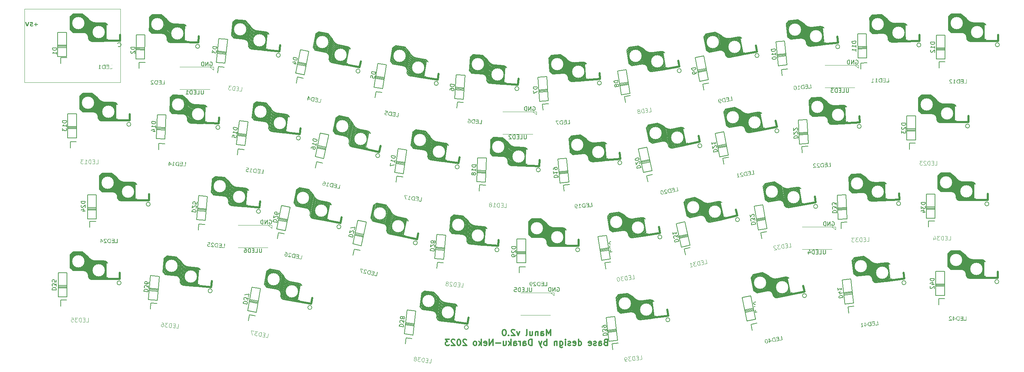
<source format=gbo>
G04 #@! TF.GenerationSoftware,KiCad,Pcbnew,8.0.1*
G04 #@! TF.CreationDate,2024-06-23T14:06:00+09:00*
G04 #@! TF.ProjectId,noraneko42gr,6e6f7261-6e65-46b6-9f34-3267722e6b69,rev?*
G04 #@! TF.SameCoordinates,Original*
G04 #@! TF.FileFunction,Legend,Bot*
G04 #@! TF.FilePolarity,Positive*
%FSLAX46Y46*%
G04 Gerber Fmt 4.6, Leading zero omitted, Abs format (unit mm)*
G04 Created by KiCad (PCBNEW 8.0.1) date 2024-06-23 14:06:00*
%MOMM*%
%LPD*%
G01*
G04 APERTURE LIST*
G04 Aperture macros list*
%AMRotRect*
0 Rectangle, with rotation*
0 The origin of the aperture is its center*
0 $1 length*
0 $2 width*
0 $3 Rotation angle, in degrees counterclockwise*
0 Add horizontal line*
21,1,$1,$2,0,0,$3*%
G04 Aperture macros list end*
%ADD10C,0.300000*%
%ADD11C,0.250000*%
%ADD12C,0.150000*%
%ADD13C,0.100000*%
%ADD14C,0.500000*%
%ADD15C,0.200000*%
%ADD16C,0.120000*%
%ADD17C,3.000000*%
%ADD18C,4.800000*%
%ADD19C,1.000000*%
%ADD20RotRect,3.000000X3.500000X355.000000*%
%ADD21RotRect,3.000000X3.500000X353.000000*%
%ADD22RotRect,3.000000X3.500000X354.000000*%
%ADD23R,3.000000X3.500000*%
%ADD24RotRect,3.000000X3.500000X7.000000*%
%ADD25RotRect,3.000000X3.500000X352.000000*%
%ADD26RotRect,3.000000X3.500000X349.000000*%
%ADD27RotRect,3.000000X3.500000X348.000000*%
%ADD28RotRect,3.000000X3.500000X4.000000*%
%ADD29RotRect,3.000000X3.500000X11.000000*%
%ADD30C,3.050000*%
%ADD31C,4.000000*%
%ADD32RotRect,3.000000X3.500000X3.000000*%
%ADD33RotRect,3.000000X3.500000X12.000000*%
%ADD34RotRect,3.000000X3.500000X359.000000*%
%ADD35RotRect,3.000000X3.500000X351.000000*%
%ADD36RotRect,3.000000X3.500000X2.000000*%
%ADD37RotRect,3.000000X3.500000X9.000000*%
%ADD38RotRect,3.000000X3.500000X5.000000*%
%ADD39RotRect,3.000000X3.500000X9.500000*%
%ADD40RotRect,3.000000X3.500000X358.000000*%
%ADD41RotRect,3.000000X3.500000X6.000000*%
%ADD42RotRect,3.000000X3.500000X12.500000*%
%ADD43RotRect,3.000000X3.500000X1.000000*%
%ADD44RotRect,3.000000X3.500000X11.500000*%
%ADD45RotRect,3.000000X3.500000X350.000000*%
%ADD46RotRect,3.000000X3.500000X356.000000*%
%ADD47RotRect,2.500000X1.200000X11.000000*%
%ADD48R,1.250000X1.700000*%
%ADD49RotRect,2.500000X1.200000X3.000000*%
%ADD50R,2.500000X1.200000*%
%ADD51RotRect,2.500000X1.200000X9.000000*%
%ADD52RotRect,2.500000X1.200000X352.000000*%
%ADD53RotRect,2.500000X1.200000X353.000000*%
%ADD54RotRect,1.700000X1.250000X82.000000*%
%ADD55RotRect,1.700000X1.250000X95.000000*%
%ADD56RotRect,2.500000X1.200000X358.000000*%
%ADD57RotRect,1.700000X1.250000X79.000000*%
%ADD58RotRect,2.500000X1.200000X349.000000*%
%ADD59RotRect,2.500000X1.200000X11.500000*%
%ADD60RotRect,1.700000X1.250000X102.000000*%
%ADD61RotRect,1.700000X1.250000X96.000000*%
%ADD62RotRect,2.500000X1.200000X1.000000*%
%ADD63RotRect,1.700000X1.250000X83.000000*%
%ADD64RotRect,1.700000X1.250000X102.500000*%
%ADD65RotRect,1.700000X1.250000X86.000000*%
%ADD66RotRect,1.700000X1.250000X94.000000*%
%ADD67RotRect,1.700000X1.250000X78.000000*%
%ADD68RotRect,1.700000X1.250000X85.000000*%
%ADD69RotRect,2.500000X1.200000X354.000000*%
%ADD70RotRect,1.700000X1.250000X101.000000*%
%ADD71R,2.500000X1.500000*%
%ADD72RotRect,2.500000X1.200000X351.000000*%
%ADD73RotRect,2.500000X1.200000X4.000000*%
%ADD74RotRect,2.500000X1.200000X356.000000*%
%ADD75RotRect,2.500000X1.200000X348.000000*%
%ADD76RotRect,1.700000X1.250000X89.000000*%
%ADD77RotRect,2.500000X1.200000X350.000000*%
%ADD78RotRect,1.700000X1.250000X99.000000*%
%ADD79RotRect,1.700000X1.250000X92.000000*%
%ADD80RotRect,1.700000X1.250000X84.000000*%
%ADD81RotRect,1.700000X1.250000X97.000000*%
%ADD82RotRect,1.700000X1.250000X80.000000*%
%ADD83RotRect,2.500000X1.200000X2.000000*%
%ADD84RotRect,1.700000X1.250000X101.500000*%
%ADD85RotRect,2.500000X1.200000X5.000000*%
%ADD86RotRect,2.500000X1.200000X355.000000*%
%ADD87RotRect,1.700000X1.250000X93.000000*%
%ADD88RotRect,2.500000X1.200000X359.000000*%
%ADD89RotRect,2.500000X1.200000X6.000000*%
%ADD90RotRect,2.500000X1.200000X12.000000*%
%ADD91RotRect,1.700000X1.250000X99.500000*%
%ADD92RotRect,1.700000X1.250000X91.000000*%
%ADD93RotRect,1.700000X1.250000X88.000000*%
%ADD94RotRect,1.700000X1.250000X81.000000*%
%ADD95RotRect,2.500000X1.200000X9.500000*%
%ADD96C,1.600000*%
%ADD97RotRect,2.500000X1.200000X12.500000*%
%ADD98RotRect,2.500000X1.200000X7.000000*%
G04 APERTURE END LIST*
D10*
X188749153Y-168711325D02*
X188749153Y-167211325D01*
X188749153Y-167211325D02*
X188249153Y-168282754D01*
X188249153Y-168282754D02*
X187749153Y-167211325D01*
X187749153Y-167211325D02*
X187749153Y-168711325D01*
X186392010Y-168711325D02*
X186392010Y-167925611D01*
X186392010Y-167925611D02*
X186463438Y-167782754D01*
X186463438Y-167782754D02*
X186606295Y-167711325D01*
X186606295Y-167711325D02*
X186892010Y-167711325D01*
X186892010Y-167711325D02*
X187034867Y-167782754D01*
X186392010Y-168639897D02*
X186534867Y-168711325D01*
X186534867Y-168711325D02*
X186892010Y-168711325D01*
X186892010Y-168711325D02*
X187034867Y-168639897D01*
X187034867Y-168639897D02*
X187106295Y-168497039D01*
X187106295Y-168497039D02*
X187106295Y-168354182D01*
X187106295Y-168354182D02*
X187034867Y-168211325D01*
X187034867Y-168211325D02*
X186892010Y-168139897D01*
X186892010Y-168139897D02*
X186534867Y-168139897D01*
X186534867Y-168139897D02*
X186392010Y-168068468D01*
X185677724Y-167711325D02*
X185677724Y-168711325D01*
X185677724Y-167854182D02*
X185606295Y-167782754D01*
X185606295Y-167782754D02*
X185463438Y-167711325D01*
X185463438Y-167711325D02*
X185249152Y-167711325D01*
X185249152Y-167711325D02*
X185106295Y-167782754D01*
X185106295Y-167782754D02*
X185034867Y-167925611D01*
X185034867Y-167925611D02*
X185034867Y-168711325D01*
X183677724Y-167711325D02*
X183677724Y-168711325D01*
X184320581Y-167711325D02*
X184320581Y-168497039D01*
X184320581Y-168497039D02*
X184249152Y-168639897D01*
X184249152Y-168639897D02*
X184106295Y-168711325D01*
X184106295Y-168711325D02*
X183892009Y-168711325D01*
X183892009Y-168711325D02*
X183749152Y-168639897D01*
X183749152Y-168639897D02*
X183677724Y-168568468D01*
X182749152Y-168711325D02*
X182892009Y-168639897D01*
X182892009Y-168639897D02*
X182963438Y-168497039D01*
X182963438Y-168497039D02*
X182963438Y-167211325D01*
X181177724Y-167711325D02*
X180820581Y-168711325D01*
X180820581Y-168711325D02*
X180463438Y-167711325D01*
X179963438Y-167354182D02*
X179892010Y-167282754D01*
X179892010Y-167282754D02*
X179749153Y-167211325D01*
X179749153Y-167211325D02*
X179392010Y-167211325D01*
X179392010Y-167211325D02*
X179249153Y-167282754D01*
X179249153Y-167282754D02*
X179177724Y-167354182D01*
X179177724Y-167354182D02*
X179106295Y-167497039D01*
X179106295Y-167497039D02*
X179106295Y-167639897D01*
X179106295Y-167639897D02*
X179177724Y-167854182D01*
X179177724Y-167854182D02*
X180034867Y-168711325D01*
X180034867Y-168711325D02*
X179106295Y-168711325D01*
X178463439Y-168568468D02*
X178392010Y-168639897D01*
X178392010Y-168639897D02*
X178463439Y-168711325D01*
X178463439Y-168711325D02*
X178534867Y-168639897D01*
X178534867Y-168639897D02*
X178463439Y-168568468D01*
X178463439Y-168568468D02*
X178463439Y-168711325D01*
X177463438Y-167211325D02*
X177320581Y-167211325D01*
X177320581Y-167211325D02*
X177177724Y-167282754D01*
X177177724Y-167282754D02*
X177106296Y-167354182D01*
X177106296Y-167354182D02*
X177034867Y-167497039D01*
X177034867Y-167497039D02*
X176963438Y-167782754D01*
X176963438Y-167782754D02*
X176963438Y-168139897D01*
X176963438Y-168139897D02*
X177034867Y-168425611D01*
X177034867Y-168425611D02*
X177106296Y-168568468D01*
X177106296Y-168568468D02*
X177177724Y-168639897D01*
X177177724Y-168639897D02*
X177320581Y-168711325D01*
X177320581Y-168711325D02*
X177463438Y-168711325D01*
X177463438Y-168711325D02*
X177606296Y-168639897D01*
X177606296Y-168639897D02*
X177677724Y-168568468D01*
X177677724Y-168568468D02*
X177749153Y-168425611D01*
X177749153Y-168425611D02*
X177820581Y-168139897D01*
X177820581Y-168139897D02*
X177820581Y-167782754D01*
X177820581Y-167782754D02*
X177749153Y-167497039D01*
X177749153Y-167497039D02*
X177677724Y-167354182D01*
X177677724Y-167354182D02*
X177606296Y-167282754D01*
X177606296Y-167282754D02*
X177463438Y-167211325D01*
X202249153Y-170340527D02*
X202034867Y-170411955D01*
X202034867Y-170411955D02*
X201963438Y-170483384D01*
X201963438Y-170483384D02*
X201892010Y-170626241D01*
X201892010Y-170626241D02*
X201892010Y-170840527D01*
X201892010Y-170840527D02*
X201963438Y-170983384D01*
X201963438Y-170983384D02*
X202034867Y-171054813D01*
X202034867Y-171054813D02*
X202177724Y-171126241D01*
X202177724Y-171126241D02*
X202749153Y-171126241D01*
X202749153Y-171126241D02*
X202749153Y-169626241D01*
X202749153Y-169626241D02*
X202249153Y-169626241D01*
X202249153Y-169626241D02*
X202106296Y-169697670D01*
X202106296Y-169697670D02*
X202034867Y-169769098D01*
X202034867Y-169769098D02*
X201963438Y-169911955D01*
X201963438Y-169911955D02*
X201963438Y-170054813D01*
X201963438Y-170054813D02*
X202034867Y-170197670D01*
X202034867Y-170197670D02*
X202106296Y-170269098D01*
X202106296Y-170269098D02*
X202249153Y-170340527D01*
X202249153Y-170340527D02*
X202749153Y-170340527D01*
X200606296Y-171126241D02*
X200606296Y-170340527D01*
X200606296Y-170340527D02*
X200677724Y-170197670D01*
X200677724Y-170197670D02*
X200820581Y-170126241D01*
X200820581Y-170126241D02*
X201106296Y-170126241D01*
X201106296Y-170126241D02*
X201249153Y-170197670D01*
X200606296Y-171054813D02*
X200749153Y-171126241D01*
X200749153Y-171126241D02*
X201106296Y-171126241D01*
X201106296Y-171126241D02*
X201249153Y-171054813D01*
X201249153Y-171054813D02*
X201320581Y-170911955D01*
X201320581Y-170911955D02*
X201320581Y-170769098D01*
X201320581Y-170769098D02*
X201249153Y-170626241D01*
X201249153Y-170626241D02*
X201106296Y-170554813D01*
X201106296Y-170554813D02*
X200749153Y-170554813D01*
X200749153Y-170554813D02*
X200606296Y-170483384D01*
X199963438Y-171054813D02*
X199820581Y-171126241D01*
X199820581Y-171126241D02*
X199534867Y-171126241D01*
X199534867Y-171126241D02*
X199392010Y-171054813D01*
X199392010Y-171054813D02*
X199320581Y-170911955D01*
X199320581Y-170911955D02*
X199320581Y-170840527D01*
X199320581Y-170840527D02*
X199392010Y-170697670D01*
X199392010Y-170697670D02*
X199534867Y-170626241D01*
X199534867Y-170626241D02*
X199749153Y-170626241D01*
X199749153Y-170626241D02*
X199892010Y-170554813D01*
X199892010Y-170554813D02*
X199963438Y-170411955D01*
X199963438Y-170411955D02*
X199963438Y-170340527D01*
X199963438Y-170340527D02*
X199892010Y-170197670D01*
X199892010Y-170197670D02*
X199749153Y-170126241D01*
X199749153Y-170126241D02*
X199534867Y-170126241D01*
X199534867Y-170126241D02*
X199392010Y-170197670D01*
X198106295Y-171054813D02*
X198249152Y-171126241D01*
X198249152Y-171126241D02*
X198534867Y-171126241D01*
X198534867Y-171126241D02*
X198677724Y-171054813D01*
X198677724Y-171054813D02*
X198749152Y-170911955D01*
X198749152Y-170911955D02*
X198749152Y-170340527D01*
X198749152Y-170340527D02*
X198677724Y-170197670D01*
X198677724Y-170197670D02*
X198534867Y-170126241D01*
X198534867Y-170126241D02*
X198249152Y-170126241D01*
X198249152Y-170126241D02*
X198106295Y-170197670D01*
X198106295Y-170197670D02*
X198034867Y-170340527D01*
X198034867Y-170340527D02*
X198034867Y-170483384D01*
X198034867Y-170483384D02*
X198749152Y-170626241D01*
X195606296Y-171126241D02*
X195606296Y-169626241D01*
X195606296Y-171054813D02*
X195749153Y-171126241D01*
X195749153Y-171126241D02*
X196034867Y-171126241D01*
X196034867Y-171126241D02*
X196177724Y-171054813D01*
X196177724Y-171054813D02*
X196249153Y-170983384D01*
X196249153Y-170983384D02*
X196320581Y-170840527D01*
X196320581Y-170840527D02*
X196320581Y-170411955D01*
X196320581Y-170411955D02*
X196249153Y-170269098D01*
X196249153Y-170269098D02*
X196177724Y-170197670D01*
X196177724Y-170197670D02*
X196034867Y-170126241D01*
X196034867Y-170126241D02*
X195749153Y-170126241D01*
X195749153Y-170126241D02*
X195606296Y-170197670D01*
X194320581Y-171054813D02*
X194463438Y-171126241D01*
X194463438Y-171126241D02*
X194749153Y-171126241D01*
X194749153Y-171126241D02*
X194892010Y-171054813D01*
X194892010Y-171054813D02*
X194963438Y-170911955D01*
X194963438Y-170911955D02*
X194963438Y-170340527D01*
X194963438Y-170340527D02*
X194892010Y-170197670D01*
X194892010Y-170197670D02*
X194749153Y-170126241D01*
X194749153Y-170126241D02*
X194463438Y-170126241D01*
X194463438Y-170126241D02*
X194320581Y-170197670D01*
X194320581Y-170197670D02*
X194249153Y-170340527D01*
X194249153Y-170340527D02*
X194249153Y-170483384D01*
X194249153Y-170483384D02*
X194963438Y-170626241D01*
X193677724Y-171054813D02*
X193534867Y-171126241D01*
X193534867Y-171126241D02*
X193249153Y-171126241D01*
X193249153Y-171126241D02*
X193106296Y-171054813D01*
X193106296Y-171054813D02*
X193034867Y-170911955D01*
X193034867Y-170911955D02*
X193034867Y-170840527D01*
X193034867Y-170840527D02*
X193106296Y-170697670D01*
X193106296Y-170697670D02*
X193249153Y-170626241D01*
X193249153Y-170626241D02*
X193463439Y-170626241D01*
X193463439Y-170626241D02*
X193606296Y-170554813D01*
X193606296Y-170554813D02*
X193677724Y-170411955D01*
X193677724Y-170411955D02*
X193677724Y-170340527D01*
X193677724Y-170340527D02*
X193606296Y-170197670D01*
X193606296Y-170197670D02*
X193463439Y-170126241D01*
X193463439Y-170126241D02*
X193249153Y-170126241D01*
X193249153Y-170126241D02*
X193106296Y-170197670D01*
X192392010Y-171126241D02*
X192392010Y-170126241D01*
X192392010Y-169626241D02*
X192463438Y-169697670D01*
X192463438Y-169697670D02*
X192392010Y-169769098D01*
X192392010Y-169769098D02*
X192320581Y-169697670D01*
X192320581Y-169697670D02*
X192392010Y-169626241D01*
X192392010Y-169626241D02*
X192392010Y-169769098D01*
X191034867Y-170126241D02*
X191034867Y-171340527D01*
X191034867Y-171340527D02*
X191106295Y-171483384D01*
X191106295Y-171483384D02*
X191177724Y-171554813D01*
X191177724Y-171554813D02*
X191320581Y-171626241D01*
X191320581Y-171626241D02*
X191534867Y-171626241D01*
X191534867Y-171626241D02*
X191677724Y-171554813D01*
X191034867Y-171054813D02*
X191177724Y-171126241D01*
X191177724Y-171126241D02*
X191463438Y-171126241D01*
X191463438Y-171126241D02*
X191606295Y-171054813D01*
X191606295Y-171054813D02*
X191677724Y-170983384D01*
X191677724Y-170983384D02*
X191749152Y-170840527D01*
X191749152Y-170840527D02*
X191749152Y-170411955D01*
X191749152Y-170411955D02*
X191677724Y-170269098D01*
X191677724Y-170269098D02*
X191606295Y-170197670D01*
X191606295Y-170197670D02*
X191463438Y-170126241D01*
X191463438Y-170126241D02*
X191177724Y-170126241D01*
X191177724Y-170126241D02*
X191034867Y-170197670D01*
X190320581Y-170126241D02*
X190320581Y-171126241D01*
X190320581Y-170269098D02*
X190249152Y-170197670D01*
X190249152Y-170197670D02*
X190106295Y-170126241D01*
X190106295Y-170126241D02*
X189892009Y-170126241D01*
X189892009Y-170126241D02*
X189749152Y-170197670D01*
X189749152Y-170197670D02*
X189677724Y-170340527D01*
X189677724Y-170340527D02*
X189677724Y-171126241D01*
X187820581Y-171126241D02*
X187820581Y-169626241D01*
X187820581Y-170197670D02*
X187677724Y-170126241D01*
X187677724Y-170126241D02*
X187392009Y-170126241D01*
X187392009Y-170126241D02*
X187249152Y-170197670D01*
X187249152Y-170197670D02*
X187177724Y-170269098D01*
X187177724Y-170269098D02*
X187106295Y-170411955D01*
X187106295Y-170411955D02*
X187106295Y-170840527D01*
X187106295Y-170840527D02*
X187177724Y-170983384D01*
X187177724Y-170983384D02*
X187249152Y-171054813D01*
X187249152Y-171054813D02*
X187392009Y-171126241D01*
X187392009Y-171126241D02*
X187677724Y-171126241D01*
X187677724Y-171126241D02*
X187820581Y-171054813D01*
X186606295Y-170126241D02*
X186249152Y-171126241D01*
X185892009Y-170126241D02*
X186249152Y-171126241D01*
X186249152Y-171126241D02*
X186392009Y-171483384D01*
X186392009Y-171483384D02*
X186463438Y-171554813D01*
X186463438Y-171554813D02*
X186606295Y-171626241D01*
X184177724Y-171126241D02*
X184177724Y-169626241D01*
X184177724Y-169626241D02*
X183820581Y-169626241D01*
X183820581Y-169626241D02*
X183606295Y-169697670D01*
X183606295Y-169697670D02*
X183463438Y-169840527D01*
X183463438Y-169840527D02*
X183392009Y-169983384D01*
X183392009Y-169983384D02*
X183320581Y-170269098D01*
X183320581Y-170269098D02*
X183320581Y-170483384D01*
X183320581Y-170483384D02*
X183392009Y-170769098D01*
X183392009Y-170769098D02*
X183463438Y-170911955D01*
X183463438Y-170911955D02*
X183606295Y-171054813D01*
X183606295Y-171054813D02*
X183820581Y-171126241D01*
X183820581Y-171126241D02*
X184177724Y-171126241D01*
X182034867Y-171126241D02*
X182034867Y-170340527D01*
X182034867Y-170340527D02*
X182106295Y-170197670D01*
X182106295Y-170197670D02*
X182249152Y-170126241D01*
X182249152Y-170126241D02*
X182534867Y-170126241D01*
X182534867Y-170126241D02*
X182677724Y-170197670D01*
X182034867Y-171054813D02*
X182177724Y-171126241D01*
X182177724Y-171126241D02*
X182534867Y-171126241D01*
X182534867Y-171126241D02*
X182677724Y-171054813D01*
X182677724Y-171054813D02*
X182749152Y-170911955D01*
X182749152Y-170911955D02*
X182749152Y-170769098D01*
X182749152Y-170769098D02*
X182677724Y-170626241D01*
X182677724Y-170626241D02*
X182534867Y-170554813D01*
X182534867Y-170554813D02*
X182177724Y-170554813D01*
X182177724Y-170554813D02*
X182034867Y-170483384D01*
X181320581Y-171126241D02*
X181320581Y-170126241D01*
X181320581Y-170411955D02*
X181249152Y-170269098D01*
X181249152Y-170269098D02*
X181177724Y-170197670D01*
X181177724Y-170197670D02*
X181034866Y-170126241D01*
X181034866Y-170126241D02*
X180892009Y-170126241D01*
X179749153Y-171126241D02*
X179749153Y-170340527D01*
X179749153Y-170340527D02*
X179820581Y-170197670D01*
X179820581Y-170197670D02*
X179963438Y-170126241D01*
X179963438Y-170126241D02*
X180249153Y-170126241D01*
X180249153Y-170126241D02*
X180392010Y-170197670D01*
X179749153Y-171054813D02*
X179892010Y-171126241D01*
X179892010Y-171126241D02*
X180249153Y-171126241D01*
X180249153Y-171126241D02*
X180392010Y-171054813D01*
X180392010Y-171054813D02*
X180463438Y-170911955D01*
X180463438Y-170911955D02*
X180463438Y-170769098D01*
X180463438Y-170769098D02*
X180392010Y-170626241D01*
X180392010Y-170626241D02*
X180249153Y-170554813D01*
X180249153Y-170554813D02*
X179892010Y-170554813D01*
X179892010Y-170554813D02*
X179749153Y-170483384D01*
X179034867Y-171126241D02*
X179034867Y-169626241D01*
X178892010Y-170554813D02*
X178463438Y-171126241D01*
X178463438Y-170126241D02*
X179034867Y-170697670D01*
X177177724Y-170126241D02*
X177177724Y-171126241D01*
X177820581Y-170126241D02*
X177820581Y-170911955D01*
X177820581Y-170911955D02*
X177749152Y-171054813D01*
X177749152Y-171054813D02*
X177606295Y-171126241D01*
X177606295Y-171126241D02*
X177392009Y-171126241D01*
X177392009Y-171126241D02*
X177249152Y-171054813D01*
X177249152Y-171054813D02*
X177177724Y-170983384D01*
X176463438Y-170554813D02*
X175320581Y-170554813D01*
X174606295Y-171126241D02*
X174606295Y-169626241D01*
X174606295Y-169626241D02*
X173749152Y-171126241D01*
X173749152Y-171126241D02*
X173749152Y-169626241D01*
X172463437Y-171054813D02*
X172606294Y-171126241D01*
X172606294Y-171126241D02*
X172892009Y-171126241D01*
X172892009Y-171126241D02*
X173034866Y-171054813D01*
X173034866Y-171054813D02*
X173106294Y-170911955D01*
X173106294Y-170911955D02*
X173106294Y-170340527D01*
X173106294Y-170340527D02*
X173034866Y-170197670D01*
X173034866Y-170197670D02*
X172892009Y-170126241D01*
X172892009Y-170126241D02*
X172606294Y-170126241D01*
X172606294Y-170126241D02*
X172463437Y-170197670D01*
X172463437Y-170197670D02*
X172392009Y-170340527D01*
X172392009Y-170340527D02*
X172392009Y-170483384D01*
X172392009Y-170483384D02*
X173106294Y-170626241D01*
X171749152Y-171126241D02*
X171749152Y-169626241D01*
X171606295Y-170554813D02*
X171177723Y-171126241D01*
X171177723Y-170126241D02*
X171749152Y-170697670D01*
X170320580Y-171126241D02*
X170463437Y-171054813D01*
X170463437Y-171054813D02*
X170534866Y-170983384D01*
X170534866Y-170983384D02*
X170606294Y-170840527D01*
X170606294Y-170840527D02*
X170606294Y-170411955D01*
X170606294Y-170411955D02*
X170534866Y-170269098D01*
X170534866Y-170269098D02*
X170463437Y-170197670D01*
X170463437Y-170197670D02*
X170320580Y-170126241D01*
X170320580Y-170126241D02*
X170106294Y-170126241D01*
X170106294Y-170126241D02*
X169963437Y-170197670D01*
X169963437Y-170197670D02*
X169892009Y-170269098D01*
X169892009Y-170269098D02*
X169820580Y-170411955D01*
X169820580Y-170411955D02*
X169820580Y-170840527D01*
X169820580Y-170840527D02*
X169892009Y-170983384D01*
X169892009Y-170983384D02*
X169963437Y-171054813D01*
X169963437Y-171054813D02*
X170106294Y-171126241D01*
X170106294Y-171126241D02*
X170320580Y-171126241D01*
X168106294Y-169769098D02*
X168034866Y-169697670D01*
X168034866Y-169697670D02*
X167892009Y-169626241D01*
X167892009Y-169626241D02*
X167534866Y-169626241D01*
X167534866Y-169626241D02*
X167392009Y-169697670D01*
X167392009Y-169697670D02*
X167320580Y-169769098D01*
X167320580Y-169769098D02*
X167249151Y-169911955D01*
X167249151Y-169911955D02*
X167249151Y-170054813D01*
X167249151Y-170054813D02*
X167320580Y-170269098D01*
X167320580Y-170269098D02*
X168177723Y-171126241D01*
X168177723Y-171126241D02*
X167249151Y-171126241D01*
X166320580Y-169626241D02*
X166177723Y-169626241D01*
X166177723Y-169626241D02*
X166034866Y-169697670D01*
X166034866Y-169697670D02*
X165963438Y-169769098D01*
X165963438Y-169769098D02*
X165892009Y-169911955D01*
X165892009Y-169911955D02*
X165820580Y-170197670D01*
X165820580Y-170197670D02*
X165820580Y-170554813D01*
X165820580Y-170554813D02*
X165892009Y-170840527D01*
X165892009Y-170840527D02*
X165963438Y-170983384D01*
X165963438Y-170983384D02*
X166034866Y-171054813D01*
X166034866Y-171054813D02*
X166177723Y-171126241D01*
X166177723Y-171126241D02*
X166320580Y-171126241D01*
X166320580Y-171126241D02*
X166463438Y-171054813D01*
X166463438Y-171054813D02*
X166534866Y-170983384D01*
X166534866Y-170983384D02*
X166606295Y-170840527D01*
X166606295Y-170840527D02*
X166677723Y-170554813D01*
X166677723Y-170554813D02*
X166677723Y-170197670D01*
X166677723Y-170197670D02*
X166606295Y-169911955D01*
X166606295Y-169911955D02*
X166534866Y-169769098D01*
X166534866Y-169769098D02*
X166463438Y-169697670D01*
X166463438Y-169697670D02*
X166320580Y-169626241D01*
X165249152Y-169769098D02*
X165177724Y-169697670D01*
X165177724Y-169697670D02*
X165034867Y-169626241D01*
X165034867Y-169626241D02*
X164677724Y-169626241D01*
X164677724Y-169626241D02*
X164534867Y-169697670D01*
X164534867Y-169697670D02*
X164463438Y-169769098D01*
X164463438Y-169769098D02*
X164392009Y-169911955D01*
X164392009Y-169911955D02*
X164392009Y-170054813D01*
X164392009Y-170054813D02*
X164463438Y-170269098D01*
X164463438Y-170269098D02*
X165320581Y-171126241D01*
X165320581Y-171126241D02*
X164392009Y-171126241D01*
X163892010Y-169626241D02*
X162963438Y-169626241D01*
X162963438Y-169626241D02*
X163463438Y-170197670D01*
X163463438Y-170197670D02*
X163249153Y-170197670D01*
X163249153Y-170197670D02*
X163106296Y-170269098D01*
X163106296Y-170269098D02*
X163034867Y-170340527D01*
X163034867Y-170340527D02*
X162963438Y-170483384D01*
X162963438Y-170483384D02*
X162963438Y-170840527D01*
X162963438Y-170840527D02*
X163034867Y-170983384D01*
X163034867Y-170983384D02*
X163106296Y-171054813D01*
X163106296Y-171054813D02*
X163249153Y-171126241D01*
X163249153Y-171126241D02*
X163677724Y-171126241D01*
X163677724Y-171126241D02*
X163820581Y-171054813D01*
X163820581Y-171054813D02*
X163892010Y-170983384D01*
D11*
G36*
X62029727Y-92395474D02*
G01*
X62395847Y-92395474D01*
X62395847Y-92755000D01*
X62584159Y-92755000D01*
X62584159Y-92395474D01*
X62950279Y-92395474D01*
X62950279Y-92207896D01*
X62584159Y-92207896D01*
X62584159Y-91848370D01*
X62395847Y-91848370D01*
X62395847Y-92207896D01*
X62029727Y-92207896D01*
X62029727Y-92395474D01*
G37*
G36*
X60978506Y-92409884D02*
G01*
X60982056Y-92462319D01*
X60992706Y-92512156D01*
X61008548Y-92555209D01*
X61032237Y-92599106D01*
X61062334Y-92638443D01*
X61095254Y-92670247D01*
X61136628Y-92699575D01*
X61181674Y-92723752D01*
X61230394Y-92742776D01*
X61240579Y-92745963D01*
X61288557Y-92757887D01*
X61340167Y-92765909D01*
X61389092Y-92769764D01*
X61427669Y-92770631D01*
X61479701Y-92769469D01*
X61534701Y-92766080D01*
X61584939Y-92760493D01*
X61635764Y-92751580D01*
X61685681Y-92739573D01*
X61733537Y-92725429D01*
X61774005Y-92710303D01*
X61774005Y-92489263D01*
X61745184Y-92489263D01*
X61701072Y-92510969D01*
X61654709Y-92530078D01*
X61610607Y-92545195D01*
X61561019Y-92557849D01*
X61511662Y-92565250D01*
X61466992Y-92567421D01*
X61416039Y-92564484D01*
X61373203Y-92558140D01*
X61325413Y-92543745D01*
X61293091Y-92523946D01*
X61260021Y-92486801D01*
X61257676Y-92482913D01*
X61246129Y-92434182D01*
X61245708Y-92418677D01*
X61256350Y-92369958D01*
X61261828Y-92360547D01*
X61297144Y-92325098D01*
X61303349Y-92321224D01*
X61349906Y-92301681D01*
X61392742Y-92292892D01*
X61442445Y-92287763D01*
X61487508Y-92286053D01*
X61536869Y-92287787D01*
X61588133Y-92293530D01*
X61605966Y-92296556D01*
X61655976Y-92306348D01*
X61705129Y-92317316D01*
X61735415Y-92317316D01*
X61735415Y-91738949D01*
X61008060Y-91738949D01*
X61008060Y-91942159D01*
X61487508Y-91942159D01*
X61487508Y-92101894D01*
X61437791Y-92099819D01*
X61433775Y-92099696D01*
X61384110Y-92098505D01*
X61376133Y-92098475D01*
X61325105Y-92100025D01*
X61273106Y-92105312D01*
X61225436Y-92114351D01*
X61178335Y-92128009D01*
X61133046Y-92146759D01*
X61111130Y-92158558D01*
X61068117Y-92189619D01*
X61032865Y-92227481D01*
X61013677Y-92256500D01*
X60993653Y-92302173D01*
X60982662Y-92350106D01*
X60978540Y-92404145D01*
X60978506Y-92409884D01*
G37*
G36*
X59834228Y-91738949D02*
G01*
X60207187Y-92755000D01*
X60502477Y-92755000D01*
X60875436Y-91738949D01*
X60598709Y-91738949D01*
X60351290Y-92452627D01*
X60104117Y-91738949D01*
X59834228Y-91738949D01*
G37*
D12*
G36*
X238099169Y-129234366D02*
G01*
X238734281Y-129110912D01*
X238540410Y-128113530D01*
X238407106Y-128139442D01*
X238577116Y-129014069D01*
X238075308Y-129111611D01*
X238099169Y-129234366D01*
G37*
G36*
X237308456Y-129388065D02*
G01*
X237969941Y-129259485D01*
X237776070Y-128262103D01*
X237114584Y-128390682D01*
X237138445Y-128513437D01*
X237666627Y-128410769D01*
X237717331Y-128671623D01*
X237189150Y-128774291D01*
X237213011Y-128897046D01*
X237741193Y-128794378D01*
X237812776Y-129162642D01*
X237284595Y-129265310D01*
X237308456Y-129388065D01*
G37*
G36*
X237101067Y-129428377D02*
G01*
X236847646Y-129477637D01*
X236830549Y-129480885D01*
X236781606Y-129489261D01*
X236728955Y-129496444D01*
X236674650Y-129501238D01*
X236621038Y-129502278D01*
X236610049Y-129501893D01*
X236556420Y-129496854D01*
X236504989Y-129486625D01*
X236455757Y-129471206D01*
X236428496Y-129459843D01*
X236383023Y-129435667D01*
X236340395Y-129406034D01*
X236300611Y-129370943D01*
X236263671Y-129330393D01*
X236235152Y-129291995D01*
X236206747Y-129243909D01*
X236183582Y-129192279D01*
X236167898Y-129145205D01*
X236156063Y-129095529D01*
X236147758Y-129042044D01*
X236144021Y-128990557D01*
X236144448Y-128965194D01*
X236285191Y-128965194D01*
X236288032Y-129017651D01*
X236295468Y-129066441D01*
X236304825Y-129107560D01*
X236320587Y-129157447D01*
X236342807Y-129206823D01*
X236369780Y-129249057D01*
X236379833Y-129261578D01*
X236417369Y-129298680D01*
X236461100Y-129328648D01*
X236505753Y-129349522D01*
X236548586Y-129362943D01*
X236597331Y-129371945D01*
X236647785Y-129374911D01*
X236666715Y-129374555D01*
X236717054Y-129371141D01*
X236766039Y-129364985D01*
X236818510Y-129355908D01*
X236943902Y-129331534D01*
X236797753Y-128579661D01*
X236672361Y-128604035D01*
X236660845Y-128606325D01*
X236611814Y-128617362D01*
X236562687Y-128631032D01*
X236515154Y-128647780D01*
X236483652Y-128661803D01*
X236439059Y-128687219D01*
X236397657Y-128717893D01*
X236376070Y-128737558D01*
X236343001Y-128776115D01*
X236317374Y-128818736D01*
X236299190Y-128865422D01*
X236288384Y-128916260D01*
X236285191Y-128965194D01*
X236144448Y-128965194D01*
X236144855Y-128941068D01*
X236151603Y-128885857D01*
X236164571Y-128833367D01*
X236174583Y-128804614D01*
X236196133Y-128756827D01*
X236222809Y-128712258D01*
X236254611Y-128670907D01*
X236291539Y-128632775D01*
X236298251Y-128626745D01*
X236339347Y-128595059D01*
X236382845Y-128568429D01*
X236426991Y-128546232D01*
X236454332Y-128534610D01*
X236504630Y-128516964D01*
X236555257Y-128502483D01*
X236603566Y-128490784D01*
X236656412Y-128479742D01*
X236907196Y-128430994D01*
X237101067Y-129428377D01*
G37*
G36*
X235388974Y-129761174D02*
G01*
X236068681Y-129629053D01*
X236039833Y-129480644D01*
X235993592Y-129455362D01*
X235947282Y-129430133D01*
X235900904Y-129404957D01*
X235875108Y-129390993D01*
X235829420Y-129365643D01*
X235785310Y-129340105D01*
X235742776Y-129314378D01*
X235719828Y-129300004D01*
X235674247Y-129270862D01*
X235633132Y-129243378D01*
X235589687Y-129212588D01*
X235547129Y-129179685D01*
X235509209Y-129146064D01*
X235505272Y-129142160D01*
X235471087Y-129101297D01*
X235445831Y-129056366D01*
X235429503Y-129007367D01*
X235427308Y-128997079D01*
X235424061Y-128947854D01*
X235436133Y-128900307D01*
X235455880Y-128868859D01*
X235495251Y-128834218D01*
X235543520Y-128811038D01*
X235591678Y-128798174D01*
X235643816Y-128791283D01*
X235695973Y-128789898D01*
X235728184Y-128791296D01*
X235779895Y-128797199D01*
X235831728Y-128807958D01*
X235878953Y-128821954D01*
X235885666Y-128820649D01*
X235858776Y-128682310D01*
X235806952Y-128672293D01*
X235757883Y-128667181D01*
X235722831Y-128665193D01*
X235671434Y-128664686D01*
X235621701Y-128667744D01*
X235568919Y-128675225D01*
X235564220Y-128676118D01*
X235509169Y-128689478D01*
X235459817Y-128707049D01*
X235409444Y-128732870D01*
X235366828Y-128764421D01*
X235336475Y-128796027D01*
X235308963Y-128837039D01*
X235288983Y-128887980D01*
X235281231Y-128943261D01*
X235284478Y-128995194D01*
X235287126Y-129010643D01*
X235300245Y-129060981D01*
X235319157Y-129106804D01*
X235322116Y-129112573D01*
X235349147Y-129156273D01*
X235382642Y-129196104D01*
X235419192Y-129231173D01*
X235457468Y-129262593D01*
X235460158Y-129264638D01*
X235500983Y-129294339D01*
X235544727Y-129323855D01*
X235563047Y-129335704D01*
X235606112Y-129363007D01*
X235649671Y-129389654D01*
X235693725Y-129415645D01*
X235738273Y-129440980D01*
X235782308Y-129465513D01*
X235830028Y-129491978D01*
X235875822Y-129517244D01*
X235905282Y-129533421D01*
X235365113Y-129638419D01*
X235388974Y-129761174D01*
G37*
G36*
X234572607Y-129919860D02*
G01*
X235116132Y-129814209D01*
X235095254Y-129706799D01*
X234886187Y-129747437D01*
X234757934Y-129087630D01*
X234967000Y-129046992D01*
X234949105Y-128954926D01*
X234899039Y-128962375D01*
X234856886Y-128965636D01*
X234807723Y-128964949D01*
X234779319Y-128959564D01*
X234734326Y-128937379D01*
X234722254Y-128927114D01*
X234695406Y-128884679D01*
X234688259Y-128862312D01*
X234583726Y-128882631D01*
X234756719Y-129772603D01*
X234551728Y-129812450D01*
X234572607Y-129919860D01*
G37*
X67544819Y-98081905D02*
X66544819Y-98081905D01*
X66544819Y-98081905D02*
X66544819Y-98320000D01*
X66544819Y-98320000D02*
X66592438Y-98462857D01*
X66592438Y-98462857D02*
X66687676Y-98558095D01*
X66687676Y-98558095D02*
X66782914Y-98605714D01*
X66782914Y-98605714D02*
X66973390Y-98653333D01*
X66973390Y-98653333D02*
X67116247Y-98653333D01*
X67116247Y-98653333D02*
X67306723Y-98605714D01*
X67306723Y-98605714D02*
X67401961Y-98558095D01*
X67401961Y-98558095D02*
X67497200Y-98462857D01*
X67497200Y-98462857D02*
X67544819Y-98320000D01*
X67544819Y-98320000D02*
X67544819Y-98081905D01*
X67544819Y-99605714D02*
X67544819Y-99034286D01*
X67544819Y-99320000D02*
X66544819Y-99320000D01*
X66544819Y-99320000D02*
X66687676Y-99224762D01*
X66687676Y-99224762D02*
X66782914Y-99129524D01*
X66782914Y-99129524D02*
X66830533Y-99034286D01*
G36*
X256859451Y-127298332D02*
G01*
X257505564Y-127264470D01*
X257452388Y-126249813D01*
X257316775Y-126256920D01*
X257363406Y-127146697D01*
X256852906Y-127173451D01*
X256859451Y-127298332D01*
G37*
G36*
X256055042Y-127340489D02*
G01*
X256727985Y-127305222D01*
X256674809Y-126290564D01*
X256001866Y-126325831D01*
X256008411Y-126450712D01*
X256545741Y-126422552D01*
X256559648Y-126687924D01*
X256022318Y-126716084D01*
X256028863Y-126840965D01*
X256566193Y-126812805D01*
X256585827Y-127187448D01*
X256048497Y-127215608D01*
X256055042Y-127340489D01*
G37*
G36*
X255844062Y-127351546D02*
G01*
X255586251Y-127365057D01*
X255568868Y-127365894D01*
X255519236Y-127367377D01*
X255466097Y-127367162D01*
X255411654Y-127364352D01*
X255358419Y-127357920D01*
X255347590Y-127356010D01*
X255295184Y-127343556D01*
X255245678Y-127326269D01*
X255199071Y-127304149D01*
X255173657Y-127289101D01*
X255131991Y-127258833D01*
X255093902Y-127223555D01*
X255059389Y-127183269D01*
X255028452Y-127137973D01*
X255005554Y-127095980D01*
X254984118Y-127044408D01*
X254968364Y-126990056D01*
X254959383Y-126941258D01*
X254954578Y-126890418D01*
X254953797Y-126836297D01*
X254954109Y-126831664D01*
X255096101Y-126831664D01*
X255096674Y-126881014D01*
X255100218Y-126923035D01*
X255108883Y-126974631D01*
X255124015Y-127026619D01*
X255144848Y-127072195D01*
X255153060Y-127085994D01*
X255185067Y-127127958D01*
X255224201Y-127163722D01*
X255265516Y-127190606D01*
X255306063Y-127209858D01*
X255353082Y-127225556D01*
X255402632Y-127235515D01*
X255421427Y-127237798D01*
X255471751Y-127241423D01*
X255521116Y-127242144D01*
X255574340Y-127240458D01*
X255701904Y-127233772D01*
X255661817Y-126468876D01*
X255534254Y-126475562D01*
X255522531Y-126476227D01*
X255472441Y-126480333D01*
X255421890Y-126487033D01*
X255372488Y-126497002D01*
X255339341Y-126506505D01*
X255291645Y-126525467D01*
X255246377Y-126550081D01*
X255222263Y-126566550D01*
X255184150Y-126600129D01*
X255152841Y-126638769D01*
X255128336Y-126682470D01*
X255110560Y-126731310D01*
X255100588Y-126779322D01*
X255096101Y-126831664D01*
X254954109Y-126831664D01*
X254957262Y-126784791D01*
X254964975Y-126735901D01*
X254979341Y-126682166D01*
X254999488Y-126631991D01*
X255013405Y-126604912D01*
X255041396Y-126560589D01*
X255074015Y-126520166D01*
X255111262Y-126483644D01*
X255153138Y-126451022D01*
X255160624Y-126445984D01*
X255205730Y-126420327D01*
X255252511Y-126400010D01*
X255299316Y-126384173D01*
X255328009Y-126376469D01*
X255380273Y-126365995D01*
X255432423Y-126358701D01*
X255481890Y-126353839D01*
X255535758Y-126350259D01*
X255790886Y-126336888D01*
X255844062Y-127351546D01*
G37*
G36*
X254102314Y-127442827D02*
G01*
X254793793Y-127406588D01*
X254785881Y-127255609D01*
X254743608Y-127224138D01*
X254701260Y-127192709D01*
X254658837Y-127161324D01*
X254635236Y-127143905D01*
X254593521Y-127112444D01*
X254553394Y-127081015D01*
X254514855Y-127049619D01*
X254494130Y-127032191D01*
X254453049Y-126996988D01*
X254416159Y-126964050D01*
X254377422Y-126927513D01*
X254339858Y-126889008D01*
X254306985Y-126850437D01*
X254303630Y-126846023D01*
X254275465Y-126800800D01*
X254256707Y-126752791D01*
X254247358Y-126701996D01*
X254246617Y-126691503D01*
X254250252Y-126642305D01*
X254268824Y-126596901D01*
X254292755Y-126568508D01*
X254336564Y-126539683D01*
X254387589Y-126523446D01*
X254437068Y-126517410D01*
X254489659Y-126517842D01*
X254541501Y-126523730D01*
X254573203Y-126529597D01*
X254623590Y-126542639D01*
X254673421Y-126560507D01*
X254718239Y-126580939D01*
X254725068Y-126580581D01*
X254717692Y-126439846D01*
X254667767Y-126422714D01*
X254619887Y-126410823D01*
X254585452Y-126403976D01*
X254534626Y-126396321D01*
X254484952Y-126392428D01*
X254431642Y-126392489D01*
X254426865Y-126392720D01*
X254370490Y-126398289D01*
X254319174Y-126408820D01*
X254265697Y-126427379D01*
X254219104Y-126452693D01*
X254184648Y-126479766D01*
X254151696Y-126516550D01*
X254124822Y-126564214D01*
X254109451Y-126617879D01*
X254105439Y-126669759D01*
X254105910Y-126685425D01*
X254111897Y-126737100D01*
X254124247Y-126785109D01*
X254126375Y-126791233D01*
X254147061Y-126838270D01*
X254174686Y-126882375D01*
X254206000Y-126922190D01*
X254239530Y-126958631D01*
X254241909Y-126961030D01*
X254278204Y-126996124D01*
X254317414Y-127031441D01*
X254333907Y-127045724D01*
X254372753Y-127078755D01*
X254412180Y-127111204D01*
X254452187Y-127143073D01*
X254492776Y-127174362D01*
X254532968Y-127204784D01*
X254576540Y-127237634D01*
X254618373Y-127269027D01*
X254645294Y-127289147D01*
X254095769Y-127317946D01*
X254102314Y-127442827D01*
G37*
G36*
X253213513Y-127489407D02*
G01*
X253904992Y-127453168D01*
X253897080Y-127302189D01*
X253854807Y-127270718D01*
X253812459Y-127239290D01*
X253770036Y-127207904D01*
X253746435Y-127190485D01*
X253704720Y-127159024D01*
X253664592Y-127127595D01*
X253626053Y-127096199D01*
X253605329Y-127078771D01*
X253564248Y-127043569D01*
X253527357Y-127010630D01*
X253488621Y-126974094D01*
X253451056Y-126935588D01*
X253418184Y-126897017D01*
X253414829Y-126892603D01*
X253386664Y-126847380D01*
X253367906Y-126799371D01*
X253358556Y-126748576D01*
X253357815Y-126738083D01*
X253361451Y-126688885D01*
X253380023Y-126643481D01*
X253403954Y-126615088D01*
X253447763Y-126586263D01*
X253498788Y-126570027D01*
X253548267Y-126563990D01*
X253600857Y-126564422D01*
X253652699Y-126570310D01*
X253684402Y-126576177D01*
X253734789Y-126589219D01*
X253784620Y-126607087D01*
X253829437Y-126627519D01*
X253836267Y-126627161D01*
X253828891Y-126486426D01*
X253778966Y-126469294D01*
X253731085Y-126457403D01*
X253696651Y-126450556D01*
X253645825Y-126442901D01*
X253596151Y-126439008D01*
X253542841Y-126439069D01*
X253538064Y-126439301D01*
X253481689Y-126444869D01*
X253430372Y-126455400D01*
X253376896Y-126473959D01*
X253330303Y-126499273D01*
X253295847Y-126526346D01*
X253262895Y-126563130D01*
X253236020Y-126610794D01*
X253220650Y-126664459D01*
X253216638Y-126716339D01*
X253217109Y-126732005D01*
X253223095Y-126783680D01*
X253235446Y-126831689D01*
X253237574Y-126837813D01*
X253258260Y-126884850D01*
X253285885Y-126928955D01*
X253317199Y-126968770D01*
X253350729Y-127005211D01*
X253353108Y-127007610D01*
X253389402Y-127042704D01*
X253428613Y-127078021D01*
X253445106Y-127092304D01*
X253483952Y-127125335D01*
X253523378Y-127157784D01*
X253563386Y-127189654D01*
X253603975Y-127220942D01*
X253644167Y-127251364D01*
X253687739Y-127284214D01*
X253729571Y-127315607D01*
X253756493Y-127335727D01*
X253206968Y-127364526D01*
X253213513Y-127489407D01*
G37*
D13*
X77184738Y-126477418D02*
X77660928Y-126477418D01*
X77660928Y-126477418D02*
X77660928Y-125477418D01*
X76851404Y-125953608D02*
X76518071Y-125953608D01*
X76375214Y-126477418D02*
X76851404Y-126477418D01*
X76851404Y-126477418D02*
X76851404Y-125477418D01*
X76851404Y-125477418D02*
X76375214Y-125477418D01*
X75946642Y-126477418D02*
X75946642Y-125477418D01*
X75946642Y-125477418D02*
X75708547Y-125477418D01*
X75708547Y-125477418D02*
X75565690Y-125525037D01*
X75565690Y-125525037D02*
X75470452Y-125620275D01*
X75470452Y-125620275D02*
X75422833Y-125715513D01*
X75422833Y-125715513D02*
X75375214Y-125905989D01*
X75375214Y-125905989D02*
X75375214Y-126048846D01*
X75375214Y-126048846D02*
X75422833Y-126239322D01*
X75422833Y-126239322D02*
X75470452Y-126334560D01*
X75470452Y-126334560D02*
X75565690Y-126429799D01*
X75565690Y-126429799D02*
X75708547Y-126477418D01*
X75708547Y-126477418D02*
X75946642Y-126477418D01*
X74422833Y-126477418D02*
X74994261Y-126477418D01*
X74708547Y-126477418D02*
X74708547Y-125477418D01*
X74708547Y-125477418D02*
X74803785Y-125620275D01*
X74803785Y-125620275D02*
X74899023Y-125715513D01*
X74899023Y-125715513D02*
X74994261Y-125763132D01*
X74089499Y-125477418D02*
X73470452Y-125477418D01*
X73470452Y-125477418D02*
X73803785Y-125858370D01*
X73803785Y-125858370D02*
X73660928Y-125858370D01*
X73660928Y-125858370D02*
X73565690Y-125905989D01*
X73565690Y-125905989D02*
X73518071Y-125953608D01*
X73518071Y-125953608D02*
X73470452Y-126048846D01*
X73470452Y-126048846D02*
X73470452Y-126286941D01*
X73470452Y-126286941D02*
X73518071Y-126382179D01*
X73518071Y-126382179D02*
X73565690Y-126429799D01*
X73565690Y-126429799D02*
X73660928Y-126477418D01*
X73660928Y-126477418D02*
X73946642Y-126477418D01*
X73946642Y-126477418D02*
X74041880Y-126429799D01*
X74041880Y-126429799D02*
X74089499Y-126382179D01*
X212926826Y-113776729D02*
X213397153Y-113702237D01*
X213397153Y-113702237D02*
X213240719Y-112714548D01*
X212515654Y-113311514D02*
X212186425Y-113363659D01*
X212127268Y-113903367D02*
X212597596Y-113828874D01*
X212597596Y-113828874D02*
X212441161Y-112841186D01*
X212441161Y-112841186D02*
X211970834Y-112915679D01*
X211703973Y-113970410D02*
X211547539Y-112982722D01*
X211547539Y-112982722D02*
X211312375Y-113019968D01*
X211312375Y-113019968D02*
X211178726Y-113089349D01*
X211178726Y-113089349D02*
X211099559Y-113198313D01*
X211099559Y-113198313D02*
X211067424Y-113299828D01*
X211067424Y-113299828D02*
X211050189Y-113495408D01*
X211050189Y-113495408D02*
X211072536Y-113636506D01*
X211072536Y-113636506D02*
X211149366Y-113817188D01*
X211149366Y-113817188D02*
X211211297Y-113903804D01*
X211211297Y-113903804D02*
X211320262Y-113982972D01*
X211320262Y-113982972D02*
X211468809Y-114007657D01*
X211468809Y-114007657D02*
X211703973Y-113970410D01*
X210485795Y-113584799D02*
X210572412Y-113522868D01*
X210572412Y-113522868D02*
X210611995Y-113468386D01*
X210611995Y-113468386D02*
X210644129Y-113366871D01*
X210644129Y-113366871D02*
X210636680Y-113319838D01*
X210636680Y-113319838D02*
X210574749Y-113233222D01*
X210574749Y-113233222D02*
X210520267Y-113193638D01*
X210520267Y-113193638D02*
X210418752Y-113161504D01*
X210418752Y-113161504D02*
X210230621Y-113191301D01*
X210230621Y-113191301D02*
X210144004Y-113253232D01*
X210144004Y-113253232D02*
X210104421Y-113307714D01*
X210104421Y-113307714D02*
X210072287Y-113409229D01*
X210072287Y-113409229D02*
X210079736Y-113456262D01*
X210079736Y-113456262D02*
X210141667Y-113542878D01*
X210141667Y-113542878D02*
X210196149Y-113582462D01*
X210196149Y-113582462D02*
X210297664Y-113614596D01*
X210297664Y-113614596D02*
X210485795Y-113584799D01*
X210485795Y-113584799D02*
X210587310Y-113616933D01*
X210587310Y-113616933D02*
X210641792Y-113656517D01*
X210641792Y-113656517D02*
X210703723Y-113743133D01*
X210703723Y-113743133D02*
X210733520Y-113931264D01*
X210733520Y-113931264D02*
X210701386Y-114032779D01*
X210701386Y-114032779D02*
X210661803Y-114087261D01*
X210661803Y-114087261D02*
X210575186Y-114149192D01*
X210575186Y-114149192D02*
X210387055Y-114178989D01*
X210387055Y-114178989D02*
X210285540Y-114146855D01*
X210285540Y-114146855D02*
X210231058Y-114107272D01*
X210231058Y-114107272D02*
X210169127Y-114020655D01*
X210169127Y-114020655D02*
X210139330Y-113832524D01*
X210139330Y-113832524D02*
X210171464Y-113731009D01*
X210171464Y-113731009D02*
X210211048Y-113676527D01*
X210211048Y-113676527D02*
X210297664Y-113614596D01*
D12*
G36*
X156404179Y-135699283D02*
G01*
X157044881Y-135789327D01*
X157186288Y-134783165D01*
X157051811Y-134764266D01*
X156927808Y-135646593D01*
X156421582Y-135575447D01*
X156404179Y-135699283D01*
G37*
G36*
X155606505Y-135587177D02*
G01*
X156273813Y-135680961D01*
X156415220Y-134674799D01*
X155747912Y-134581015D01*
X155730508Y-134704850D01*
X156263338Y-134779734D01*
X156226355Y-135042885D01*
X155693524Y-134968000D01*
X155676121Y-135091835D01*
X156208951Y-135166720D01*
X156156739Y-135538226D01*
X155623909Y-135463341D01*
X155606505Y-135587177D01*
G37*
G36*
X155182659Y-134504626D02*
G01*
X155232145Y-134509291D01*
X155285706Y-134516056D01*
X155538698Y-134551612D01*
X155397291Y-135557774D01*
X155141639Y-135521844D01*
X155124416Y-135519349D01*
X155075412Y-135511334D01*
X155023291Y-135500984D01*
X154970384Y-135487837D01*
X154919355Y-135471366D01*
X154909089Y-135467424D01*
X154860023Y-135445200D01*
X154814724Y-135418784D01*
X154773195Y-135388177D01*
X154751118Y-135368557D01*
X154715993Y-135330895D01*
X154685335Y-135288997D01*
X154659143Y-135242865D01*
X154637418Y-135192498D01*
X154622954Y-135146908D01*
X154611751Y-135092193D01*
X154607712Y-135047505D01*
X154747539Y-135047505D01*
X154752473Y-135101425D01*
X154764226Y-135150139D01*
X154769655Y-135165251D01*
X154793067Y-135212552D01*
X154824658Y-135255125D01*
X154860083Y-135289399D01*
X154896212Y-135316034D01*
X154939372Y-135340416D01*
X154986111Y-135359646D01*
X155004126Y-135365473D01*
X155052833Y-135378634D01*
X155101153Y-135388761D01*
X155153721Y-135397261D01*
X155280217Y-135415039D01*
X155386816Y-134656547D01*
X155260321Y-134638770D01*
X155248687Y-134637186D01*
X155198734Y-134631659D01*
X155147832Y-134628590D01*
X155097436Y-134628950D01*
X155063085Y-134631953D01*
X155012647Y-134641466D01*
X154963514Y-134656990D01*
X154936701Y-134668555D01*
X154892881Y-134694246D01*
X154854774Y-134726202D01*
X154822381Y-134764423D01*
X154795613Y-134808974D01*
X154776662Y-134854202D01*
X154762270Y-134904726D01*
X154753417Y-134953279D01*
X154748877Y-134995204D01*
X154747539Y-135047505D01*
X154607712Y-135047505D01*
X154606657Y-135035835D01*
X154607153Y-134986219D01*
X154612137Y-134935396D01*
X154621697Y-134882121D01*
X154634926Y-134832223D01*
X154651826Y-134785702D01*
X154676182Y-134735696D01*
X154705532Y-134690287D01*
X154724360Y-134666361D01*
X154760294Y-134628193D01*
X154800027Y-134594737D01*
X154843559Y-134565993D01*
X154890889Y-134541960D01*
X154899199Y-134538444D01*
X154948372Y-134521864D01*
X154998170Y-134510846D01*
X155047137Y-134504232D01*
X155076773Y-134502144D01*
X155130076Y-134501835D01*
X155182659Y-134504626D01*
G37*
G36*
X153727932Y-135323161D02*
G01*
X154276242Y-135400221D01*
X154291471Y-135291865D01*
X154080564Y-135262224D01*
X154174110Y-134596609D01*
X154385017Y-134626250D01*
X154398070Y-134533373D01*
X154348307Y-134524116D01*
X154307388Y-134513476D01*
X154261128Y-134496821D01*
X154236025Y-134482482D01*
X154200706Y-134446857D01*
X154192633Y-134433221D01*
X154181064Y-134384357D01*
X154181588Y-134360882D01*
X154076135Y-134346062D01*
X153949956Y-135243868D01*
X153743161Y-135214805D01*
X153727932Y-135323161D01*
G37*
G36*
X152905759Y-134339428D02*
G01*
X153244443Y-135255211D01*
X153390046Y-135275674D01*
X153026447Y-134324819D01*
X153603297Y-134405890D01*
X153620701Y-134282055D01*
X152927514Y-134184634D01*
X152905759Y-134339428D01*
G37*
G36*
X117569467Y-128904123D02*
G01*
X118211643Y-128982972D01*
X118335469Y-127974495D01*
X118200682Y-127957946D01*
X118092097Y-128842302D01*
X117584707Y-128780002D01*
X117569467Y-128904123D01*
G37*
G36*
X116769958Y-128805955D02*
G01*
X117438801Y-128888079D01*
X117562626Y-127879602D01*
X116893783Y-127797479D01*
X116878543Y-127921599D01*
X117412600Y-127987173D01*
X117380214Y-128250928D01*
X116846158Y-128185354D01*
X116830918Y-128309474D01*
X117364974Y-128375048D01*
X117319254Y-128747409D01*
X116785198Y-128681835D01*
X116769958Y-128805955D01*
G37*
G36*
X116327283Y-127730966D02*
G01*
X116376843Y-127734768D01*
X116430514Y-127740596D01*
X116684088Y-127771731D01*
X116560263Y-128780208D01*
X116304022Y-128748746D01*
X116286759Y-128746551D01*
X116237622Y-128739393D01*
X116185329Y-128729954D01*
X116132200Y-128717733D01*
X116080891Y-128702155D01*
X116070558Y-128698392D01*
X116021111Y-128677028D01*
X115975359Y-128651407D01*
X115933301Y-128621529D01*
X115910886Y-128602297D01*
X115875109Y-128565254D01*
X115843725Y-128523898D01*
X115816732Y-128478230D01*
X115794130Y-128428250D01*
X115778873Y-128382919D01*
X115766717Y-128328408D01*
X115761636Y-128281356D01*
X115901704Y-128281356D01*
X115907578Y-128335183D01*
X115920180Y-128383684D01*
X115925871Y-128398699D01*
X115950105Y-128445584D01*
X115982435Y-128487599D01*
X116018453Y-128521250D01*
X116055041Y-128547250D01*
X116098620Y-128570875D01*
X116145688Y-128589287D01*
X116163801Y-128594798D01*
X116212731Y-128607107D01*
X116261221Y-128616389D01*
X116313929Y-128623971D01*
X116440716Y-128639538D01*
X116534061Y-127879302D01*
X116407274Y-127863734D01*
X116395615Y-127862354D01*
X116345573Y-127857699D01*
X116294626Y-127855519D01*
X116244243Y-127856759D01*
X116209950Y-127860361D01*
X116159686Y-127870753D01*
X116110831Y-127887132D01*
X116084224Y-127899163D01*
X116040859Y-127925615D01*
X116003315Y-127958231D01*
X115971595Y-127997012D01*
X115945608Y-128042023D01*
X115927450Y-128087575D01*
X115913941Y-128138342D01*
X115905936Y-128187042D01*
X115902129Y-128229040D01*
X115901704Y-128281356D01*
X115761636Y-128281356D01*
X115760641Y-128272147D01*
X115760270Y-128222530D01*
X115764366Y-128171628D01*
X115772995Y-128118194D01*
X115785352Y-128068073D01*
X115801437Y-128021264D01*
X115824916Y-127970840D01*
X115853470Y-127924926D01*
X115871877Y-127900675D01*
X115907139Y-127861886D01*
X115946282Y-127827741D01*
X115989306Y-127798242D01*
X116036210Y-127773387D01*
X116044457Y-127769726D01*
X116093333Y-127752291D01*
X116142931Y-127740406D01*
X116191776Y-127732938D01*
X116221370Y-127730333D01*
X116274659Y-127729094D01*
X116327283Y-127730966D01*
G37*
G36*
X114887064Y-128574765D02*
G01*
X115436635Y-128642244D01*
X115449970Y-128533639D01*
X115238578Y-128507683D01*
X115320493Y-127840537D01*
X115531886Y-127866493D01*
X115543316Y-127773402D01*
X115493399Y-127765015D01*
X115452301Y-127755091D01*
X115405757Y-127739246D01*
X115380407Y-127725347D01*
X115344471Y-127690344D01*
X115336162Y-127676851D01*
X115323742Y-127628196D01*
X115323856Y-127604716D01*
X115218160Y-127591738D01*
X115107670Y-128491609D01*
X114900399Y-128466160D01*
X114887064Y-128574765D01*
G37*
G36*
X113994224Y-128132442D02*
G01*
X113991457Y-128185128D01*
X113996196Y-128237005D01*
X114003524Y-128271141D01*
X114020028Y-128319537D01*
X114044703Y-128366241D01*
X114060917Y-128388922D01*
X114096452Y-128426344D01*
X114137990Y-128458275D01*
X114169017Y-128476511D01*
X114216425Y-128497042D01*
X114264539Y-128511024D01*
X114317430Y-128520546D01*
X114322982Y-128521253D01*
X114374565Y-128525881D01*
X114425378Y-128527001D01*
X114475420Y-128524615D01*
X114485336Y-128523716D01*
X114537058Y-128517183D01*
X114587254Y-128507302D01*
X114620637Y-128498004D01*
X114638169Y-128355217D01*
X114628714Y-128354056D01*
X114581250Y-128371425D01*
X114533355Y-128384437D01*
X114491049Y-128393013D01*
X114438151Y-128399547D01*
X114386594Y-128400838D01*
X114340888Y-128397461D01*
X114290923Y-128387436D01*
X114248980Y-128372395D01*
X114206027Y-128346646D01*
X114173845Y-128314939D01*
X114148334Y-128272371D01*
X114137357Y-128239342D01*
X114131033Y-128190768D01*
X114133451Y-128142893D01*
X114143927Y-128095148D01*
X114162497Y-128056641D01*
X114197149Y-128019131D01*
X114219520Y-128005076D01*
X114267227Y-127986295D01*
X114310287Y-127979309D01*
X114361390Y-127977812D01*
X114413373Y-127981235D01*
X114425050Y-127982573D01*
X114476530Y-127990919D01*
X114525755Y-128003039D01*
X114539406Y-128007196D01*
X114586917Y-128022773D01*
X114632633Y-128039559D01*
X114697403Y-127512048D01*
X114086499Y-127437038D01*
X114071259Y-127561159D01*
X114550528Y-127620005D01*
X114517488Y-127889094D01*
X114469435Y-127879770D01*
X114458086Y-127877863D01*
X114409229Y-127870401D01*
X114404931Y-127869860D01*
X114355237Y-127865152D01*
X114304777Y-127863710D01*
X114258721Y-127866180D01*
X114208162Y-127874983D01*
X114160089Y-127891321D01*
X114138740Y-127901402D01*
X114097476Y-127928022D01*
X114059780Y-127964671D01*
X114042501Y-127987770D01*
X114018217Y-128034112D01*
X114002471Y-128084930D01*
X113994224Y-128132442D01*
G37*
X150709388Y-124650830D02*
X149719120Y-124511657D01*
X149719120Y-124511657D02*
X149685984Y-124747435D01*
X149685984Y-124747435D02*
X149713257Y-124895529D01*
X149713257Y-124895529D02*
X149794314Y-125003095D01*
X149794314Y-125003095D02*
X149881998Y-125063505D01*
X149881998Y-125063505D02*
X150063993Y-125137170D01*
X150063993Y-125137170D02*
X150205460Y-125157052D01*
X150205460Y-125157052D02*
X150400710Y-125136405D01*
X150400710Y-125136405D02*
X150501648Y-125102504D01*
X150501648Y-125102504D02*
X150609214Y-125021447D01*
X150609214Y-125021447D02*
X150676252Y-124886608D01*
X150676252Y-124886608D02*
X150709388Y-124650830D01*
X150497315Y-126159810D02*
X150576842Y-125593942D01*
X150537079Y-125876876D02*
X149546811Y-125737703D01*
X149546811Y-125737703D02*
X149701532Y-125663273D01*
X149701532Y-125663273D02*
X149809098Y-125582217D01*
X149809098Y-125582217D02*
X149869508Y-125494533D01*
X149460656Y-126350726D02*
X149367874Y-127010905D01*
X149367874Y-127010905D02*
X150417787Y-126725677D01*
X189612743Y-129909305D02*
X190608938Y-129822149D01*
X190608938Y-129822149D02*
X190588186Y-129584960D01*
X190588186Y-129584960D02*
X190528298Y-129446796D01*
X190528298Y-129446796D02*
X190425122Y-129360221D01*
X190425122Y-129360221D02*
X190326096Y-129321084D01*
X190326096Y-129321084D02*
X190132194Y-129290247D01*
X190132194Y-129290247D02*
X189989880Y-129302698D01*
X189989880Y-129302698D02*
X189804279Y-129366737D01*
X189804279Y-129366737D02*
X189713554Y-129422475D01*
X189713554Y-129422475D02*
X189626979Y-129525652D01*
X189626979Y-129525652D02*
X189591992Y-129672115D01*
X189591992Y-129672115D02*
X189612743Y-129909305D01*
X189479934Y-128391294D02*
X189529738Y-128960548D01*
X189504836Y-128675921D02*
X190501031Y-128588765D01*
X190501031Y-128588765D02*
X190367018Y-128696091D01*
X190367018Y-128696091D02*
X190280443Y-128799268D01*
X190280443Y-128799268D02*
X190241305Y-128898294D01*
X189438432Y-127916915D02*
X189421831Y-127727164D01*
X189421831Y-127727164D02*
X189460968Y-127628138D01*
X189460968Y-127628138D02*
X189504255Y-127576550D01*
X189504255Y-127576550D02*
X189638268Y-127469223D01*
X189638268Y-127469223D02*
X189823870Y-127405184D01*
X189823870Y-127405184D02*
X190203372Y-127371982D01*
X190203372Y-127371982D02*
X190302398Y-127411119D01*
X190302398Y-127411119D02*
X190353986Y-127454407D01*
X190353986Y-127454407D02*
X190409725Y-127545132D01*
X190409725Y-127545132D02*
X190426326Y-127734884D01*
X190426326Y-127734884D02*
X190387189Y-127833910D01*
X190387189Y-127833910D02*
X190343901Y-127885498D01*
X190343901Y-127885498D02*
X190253176Y-127941236D01*
X190253176Y-127941236D02*
X190015986Y-127961988D01*
X190015986Y-127961988D02*
X189916960Y-127922850D01*
X189916960Y-127922850D02*
X189865372Y-127879563D01*
X189865372Y-127879563D02*
X189809634Y-127788837D01*
X189809634Y-127788837D02*
X189793033Y-127599086D01*
X189793033Y-127599086D02*
X189832170Y-127500060D01*
X189832170Y-127500060D02*
X189875458Y-127448472D01*
X189875458Y-127448472D02*
X189966183Y-127392733D01*
D13*
X177388302Y-137202813D02*
X177864203Y-137219432D01*
X177864203Y-137219432D02*
X177899102Y-136220041D01*
X177073453Y-136667689D02*
X176740322Y-136656056D01*
X176579271Y-137174561D02*
X177055172Y-137191180D01*
X177055172Y-137191180D02*
X177090071Y-136191789D01*
X177090071Y-136191789D02*
X176614171Y-136175170D01*
X176150961Y-137159604D02*
X176185861Y-136160213D01*
X176185861Y-136160213D02*
X175947910Y-136151904D01*
X175947910Y-136151904D02*
X175803478Y-136194508D01*
X175803478Y-136194508D02*
X175704974Y-136286364D01*
X175704974Y-136286364D02*
X175654061Y-136379883D01*
X175654061Y-136379883D02*
X175599823Y-136568581D01*
X175599823Y-136568581D02*
X175594837Y-136711351D01*
X175594837Y-136711351D02*
X175635780Y-136903373D01*
X175635780Y-136903373D02*
X175680046Y-137000215D01*
X175680046Y-137000215D02*
X175771903Y-137098719D01*
X175771903Y-137098719D02*
X175913011Y-137151295D01*
X175913011Y-137151295D02*
X176150961Y-137159604D01*
X174628080Y-137106424D02*
X175199160Y-137126366D01*
X174913620Y-137116395D02*
X174948519Y-136117004D01*
X174948519Y-136117004D02*
X175038714Y-136263098D01*
X175038714Y-136263098D02*
X175130570Y-136361602D01*
X175130570Y-136361602D02*
X175224088Y-136412516D01*
X174076942Y-136515401D02*
X174173784Y-136471134D01*
X174173784Y-136471134D02*
X174223036Y-136425206D01*
X174223036Y-136425206D02*
X174273949Y-136331688D01*
X174273949Y-136331688D02*
X174275611Y-136284098D01*
X174275611Y-136284098D02*
X174231345Y-136187256D01*
X174231345Y-136187256D02*
X174185417Y-136138004D01*
X174185417Y-136138004D02*
X174091899Y-136087090D01*
X174091899Y-136087090D02*
X173901539Y-136080443D01*
X173901539Y-136080443D02*
X173804697Y-136124709D01*
X173804697Y-136124709D02*
X173755445Y-136170637D01*
X173755445Y-136170637D02*
X173704531Y-136264156D01*
X173704531Y-136264156D02*
X173702869Y-136311746D01*
X173702869Y-136311746D02*
X173747135Y-136408588D01*
X173747135Y-136408588D02*
X173793063Y-136457839D01*
X173793063Y-136457839D02*
X173886582Y-136508753D01*
X173886582Y-136508753D02*
X174076942Y-136515401D01*
X174076942Y-136515401D02*
X174170460Y-136566315D01*
X174170460Y-136566315D02*
X174216388Y-136615566D01*
X174216388Y-136615566D02*
X174260654Y-136712408D01*
X174260654Y-136712408D02*
X174254007Y-136902769D01*
X174254007Y-136902769D02*
X174203093Y-136996287D01*
X174203093Y-136996287D02*
X174153841Y-137042215D01*
X174153841Y-137042215D02*
X174056999Y-137086481D01*
X174056999Y-137086481D02*
X173866639Y-137079834D01*
X173866639Y-137079834D02*
X173773121Y-137028920D01*
X173773121Y-137028920D02*
X173727193Y-136979668D01*
X173727193Y-136979668D02*
X173682926Y-136882826D01*
X173682926Y-136882826D02*
X173689574Y-136692466D01*
X173689574Y-136692466D02*
X173740488Y-136598948D01*
X173740488Y-136598948D02*
X173789740Y-136553020D01*
X173789740Y-136553020D02*
X173886582Y-136508753D01*
D12*
X120621840Y-140715190D02*
X121603467Y-140905999D01*
X121603467Y-140905999D02*
X121648898Y-140672278D01*
X121648898Y-140672278D02*
X121629412Y-140522959D01*
X121629412Y-140522959D02*
X121554096Y-140411299D01*
X121554096Y-140411299D02*
X121469694Y-140346382D01*
X121469694Y-140346382D02*
X121291804Y-140263294D01*
X121291804Y-140263294D02*
X121151571Y-140236035D01*
X121151571Y-140236035D02*
X120955508Y-140246435D01*
X120955508Y-140246435D02*
X120852934Y-140275007D01*
X120852934Y-140275007D02*
X120741273Y-140350323D01*
X120741273Y-140350323D02*
X120667271Y-140481469D01*
X120667271Y-140481469D02*
X120621840Y-140715190D01*
X121691702Y-139952944D02*
X121747532Y-139915286D01*
X121747532Y-139915286D02*
X121812449Y-139830883D01*
X121812449Y-139830883D02*
X121857879Y-139597163D01*
X121857879Y-139597163D02*
X121829307Y-139494588D01*
X121829307Y-139494588D02*
X121791649Y-139438758D01*
X121791649Y-139438758D02*
X121707247Y-139373841D01*
X121707247Y-139373841D02*
X121613759Y-139355669D01*
X121613759Y-139355669D02*
X121464440Y-139375155D01*
X121464440Y-139375155D02*
X120794477Y-139827051D01*
X120794477Y-139827051D02*
X120912597Y-139219377D01*
X122057774Y-138568791D02*
X122021430Y-138755768D01*
X122021430Y-138755768D02*
X121956513Y-138840170D01*
X121956513Y-138840170D02*
X121900683Y-138877828D01*
X121900683Y-138877828D02*
X121742278Y-138944058D01*
X121742278Y-138944058D02*
X121546216Y-138954457D01*
X121546216Y-138954457D02*
X121172262Y-138881768D01*
X121172262Y-138881768D02*
X121087860Y-138816852D01*
X121087860Y-138816852D02*
X121050202Y-138761022D01*
X121050202Y-138761022D02*
X121021630Y-138658447D01*
X121021630Y-138658447D02*
X121057975Y-138471471D01*
X121057975Y-138471471D02*
X121122891Y-138387068D01*
X121122891Y-138387068D02*
X121178722Y-138349410D01*
X121178722Y-138349410D02*
X121281296Y-138320838D01*
X121281296Y-138320838D02*
X121515017Y-138366269D01*
X121515017Y-138366269D02*
X121599419Y-138431186D01*
X121599419Y-138431186D02*
X121637077Y-138487016D01*
X121637077Y-138487016D02*
X121665649Y-138589590D01*
X121665649Y-138589590D02*
X121629304Y-138776567D01*
X121629304Y-138776567D02*
X121564388Y-138860969D01*
X121564388Y-138860969D02*
X121508558Y-138898627D01*
X121508558Y-138898627D02*
X121405983Y-138927199D01*
G36*
X131683540Y-111429229D02*
G01*
X132318652Y-111552682D01*
X132512523Y-110555300D01*
X132379219Y-110529388D01*
X132209209Y-111404016D01*
X131707401Y-111306474D01*
X131683540Y-111429229D01*
G37*
G36*
X130892826Y-111275530D02*
G01*
X131554312Y-111404109D01*
X131748183Y-110406727D01*
X131086698Y-110278147D01*
X131062837Y-110400902D01*
X131591018Y-110503570D01*
X131540313Y-110764424D01*
X131012132Y-110661756D01*
X130988271Y-110784511D01*
X131516452Y-110887179D01*
X131444869Y-111255443D01*
X130916688Y-111152775D01*
X130892826Y-111275530D01*
G37*
G36*
X130473852Y-110166741D02*
G01*
X130526217Y-110172280D01*
X130575392Y-110179529D01*
X130628525Y-110189087D01*
X130879310Y-110237835D01*
X130685438Y-111235217D01*
X130432017Y-111185957D01*
X130414948Y-111182564D01*
X130366431Y-111171996D01*
X130314923Y-111158932D01*
X130262777Y-111143034D01*
X130212679Y-111123915D01*
X130202634Y-111119441D01*
X130154798Y-111094679D01*
X130110944Y-111065929D01*
X130071073Y-111033191D01*
X130050054Y-111012442D01*
X130016948Y-110972993D01*
X129988525Y-110929549D01*
X129964783Y-110882109D01*
X129945723Y-110830674D01*
X129933665Y-110784389D01*
X129925342Y-110729163D01*
X129923923Y-110691642D01*
X130063282Y-110691642D01*
X130065387Y-110745747D01*
X130074575Y-110795010D01*
X130079205Y-110810385D01*
X130100109Y-110858846D01*
X130129429Y-110903015D01*
X130163012Y-110939095D01*
X130197698Y-110967585D01*
X130239522Y-110994191D01*
X130285191Y-111015842D01*
X130302876Y-111022604D01*
X130350828Y-111038295D01*
X130398552Y-111050938D01*
X130450603Y-111062177D01*
X130575995Y-111086551D01*
X130722144Y-110334678D01*
X130596752Y-110310304D01*
X130585218Y-110308114D01*
X130535622Y-110299980D01*
X130484951Y-110294252D01*
X130434605Y-110291973D01*
X130400144Y-110293175D01*
X130349277Y-110300035D01*
X130299399Y-110312967D01*
X130272017Y-110323112D01*
X130226913Y-110346474D01*
X130187186Y-110376392D01*
X130152837Y-110412866D01*
X130123774Y-110455955D01*
X130102482Y-110500129D01*
X130085466Y-110549830D01*
X130074083Y-110597853D01*
X130067355Y-110639483D01*
X130063282Y-110691642D01*
X129923923Y-110691642D01*
X129923204Y-110672615D01*
X129926296Y-110623094D01*
X129933933Y-110572601D01*
X129946268Y-110519899D01*
X129962091Y-110470762D01*
X129981402Y-110425189D01*
X130008341Y-110376526D01*
X130040028Y-110332716D01*
X130060083Y-110309808D01*
X130097965Y-110273573D01*
X130139394Y-110242242D01*
X130184370Y-110215815D01*
X130232894Y-110194293D01*
X130241376Y-110191216D01*
X130291350Y-110177233D01*
X130341656Y-110168837D01*
X130390903Y-110164794D01*
X130420606Y-110164260D01*
X130473852Y-110166741D01*
G37*
G36*
X129417521Y-109953692D02*
G01*
X129793474Y-110614220D01*
X129763321Y-110769342D01*
X129282611Y-110675902D01*
X129228924Y-110952100D01*
X129099456Y-110926934D01*
X129153143Y-110650736D01*
X129004255Y-110621795D01*
X129014616Y-110568491D01*
X129303490Y-110568491D01*
X129692613Y-110644129D01*
X129391618Y-110115114D01*
X129303490Y-110568491D01*
X129014616Y-110568491D01*
X129025134Y-110514384D01*
X129174022Y-110543325D01*
X129293327Y-109929551D01*
X129417521Y-109953692D01*
G37*
G36*
X245050984Y-169940717D02*
G01*
X245684995Y-169811726D01*
X245482427Y-168816074D01*
X245349354Y-168843148D01*
X245526990Y-169716258D01*
X245026053Y-169818175D01*
X245050984Y-169940717D01*
G37*
G36*
X244261642Y-170101311D02*
G01*
X244921980Y-169966963D01*
X244719412Y-168971311D01*
X244059074Y-169105658D01*
X244084006Y-169228200D01*
X244611271Y-169120927D01*
X244664250Y-169381328D01*
X244136985Y-169488601D01*
X244161916Y-169611143D01*
X244689182Y-169503870D01*
X244763976Y-169871495D01*
X244236711Y-169978769D01*
X244261642Y-170101311D01*
G37*
G36*
X244054613Y-170143431D02*
G01*
X243801631Y-170194901D01*
X243784564Y-170198297D01*
X243735695Y-170207101D01*
X243683109Y-170214743D01*
X243628848Y-170220011D01*
X243575247Y-170221518D01*
X243564255Y-170221229D01*
X243510584Y-170216658D01*
X243459066Y-170206878D01*
X243409702Y-170191890D01*
X243382342Y-170180765D01*
X243336660Y-170156987D01*
X243293775Y-170127727D01*
X243253686Y-170092984D01*
X243216394Y-170052758D01*
X243187541Y-170014611D01*
X243158717Y-169966774D01*
X243135103Y-169915349D01*
X243119008Y-169868414D01*
X243106741Y-169818842D01*
X243097968Y-169765431D01*
X243093783Y-169713979D01*
X243093999Y-169687385D01*
X243234726Y-169687385D01*
X243238025Y-169739815D01*
X243245886Y-169788539D01*
X243255602Y-169829575D01*
X243271799Y-169879322D01*
X243294449Y-169928503D01*
X243321789Y-169970499D01*
X243331951Y-169982933D01*
X243369809Y-170019705D01*
X243413800Y-170049291D01*
X243458634Y-170069774D01*
X243501582Y-170082821D01*
X243550404Y-170091397D01*
X243600882Y-170093923D01*
X243619808Y-170093402D01*
X243670115Y-170089549D01*
X243719044Y-170082965D01*
X243771435Y-170073430D01*
X243896609Y-170047963D01*
X243743904Y-169297394D01*
X243618730Y-169322861D01*
X243607234Y-169325252D01*
X243558302Y-169336716D01*
X243509296Y-169350815D01*
X243461910Y-169367977D01*
X243430532Y-169382274D01*
X243386162Y-169408079D01*
X243345030Y-169439113D01*
X243323615Y-169458965D01*
X243290884Y-169497809D01*
X243265630Y-169540653D01*
X243247854Y-169587495D01*
X243237492Y-169638426D01*
X243234726Y-169687385D01*
X243093999Y-169687385D01*
X243094185Y-169664485D01*
X243100451Y-169609218D01*
X243112960Y-169556616D01*
X243122721Y-169527777D01*
X243143853Y-169479804D01*
X243170139Y-169435003D01*
X243201579Y-169393377D01*
X243238173Y-169354924D01*
X243244832Y-169348835D01*
X243285650Y-169316792D01*
X243328914Y-169289783D01*
X243372865Y-169267203D01*
X243400103Y-169255342D01*
X243450246Y-169237258D01*
X243500744Y-169222336D01*
X243548949Y-169210215D01*
X243601696Y-169198713D01*
X243852046Y-169147778D01*
X244054613Y-170143431D01*
G37*
G36*
X242992900Y-169911045D02*
G01*
X243024406Y-170065897D01*
X242544530Y-170163529D01*
X242600625Y-170439248D01*
X242471382Y-170465543D01*
X242415286Y-170189824D01*
X242266656Y-170220063D01*
X242244841Y-170112839D01*
X242393471Y-170082600D01*
X242296041Y-169603714D01*
X242430634Y-169603714D01*
X242522715Y-170056305D01*
X242911163Y-169977274D01*
X242430634Y-169603714D01*
X242296041Y-169603714D01*
X242268814Y-169469890D01*
X242392792Y-169444667D01*
X242992900Y-169911045D01*
G37*
G36*
X241758715Y-169582718D02*
G01*
X241811967Y-169597903D01*
X241860383Y-169623255D01*
X241903962Y-169658774D01*
X241924005Y-169680444D01*
X241955223Y-169722605D01*
X241983706Y-169772319D01*
X242004524Y-169817530D01*
X242023591Y-169867576D01*
X242040908Y-169922456D01*
X242056475Y-169982171D01*
X242067001Y-170030130D01*
X242070210Y-170046320D01*
X242080889Y-170108772D01*
X242088115Y-170167534D01*
X242091886Y-170222606D01*
X242092205Y-170273987D01*
X242087746Y-170333024D01*
X242077891Y-170386295D01*
X242062640Y-170433800D01*
X242046291Y-170467795D01*
X242014575Y-170512584D01*
X241974230Y-170549928D01*
X241925255Y-170579827D01*
X241877850Y-170599056D01*
X241824452Y-170613114D01*
X241791750Y-170618633D01*
X241739899Y-170622247D01*
X241682053Y-170617373D01*
X241628980Y-170602450D01*
X241580679Y-170577478D01*
X241537152Y-170542457D01*
X241517061Y-170520995D01*
X241485754Y-170479028D01*
X241457166Y-170429315D01*
X241436255Y-170383967D01*
X241417084Y-170333662D01*
X241399655Y-170278400D01*
X241383966Y-170218180D01*
X241373342Y-170169761D01*
X241370174Y-170153776D01*
X241359649Y-170092049D01*
X241352553Y-170033860D01*
X241348889Y-169979210D01*
X241348655Y-169928100D01*
X241349693Y-169914608D01*
X241480444Y-169914608D01*
X241482689Y-169964817D01*
X241485140Y-169989217D01*
X241492061Y-170041660D01*
X241500592Y-170093010D01*
X241510005Y-170141957D01*
X241515252Y-170167080D01*
X241527332Y-170220048D01*
X241539790Y-170268088D01*
X241554074Y-170315689D01*
X241564765Y-170345721D01*
X241585645Y-170392302D01*
X241611905Y-170435774D01*
X241614009Y-170438746D01*
X241648791Y-170476188D01*
X241692547Y-170501370D01*
X241704528Y-170505241D01*
X241753986Y-170511346D01*
X241802637Y-170505890D01*
X241819005Y-170502116D01*
X241865217Y-170485139D01*
X241905267Y-170456596D01*
X241907441Y-170454353D01*
X241935983Y-170412911D01*
X241952096Y-170364568D01*
X241957329Y-170333781D01*
X241960566Y-170285033D01*
X241958270Y-170233205D01*
X241955796Y-170210101D01*
X241948747Y-170159134D01*
X241940009Y-170107842D01*
X241930338Y-170057935D01*
X241925447Y-170034566D01*
X241913842Y-169983931D01*
X241901404Y-169935989D01*
X241886609Y-169885879D01*
X241877126Y-169857974D01*
X241856374Y-169809153D01*
X241829155Y-169763971D01*
X241826964Y-169761018D01*
X241791325Y-169723813D01*
X241747605Y-169698810D01*
X241735665Y-169694872D01*
X241686241Y-169688611D01*
X241637466Y-169694050D01*
X241629590Y-169695759D01*
X241580694Y-169712393D01*
X241538183Y-169741418D01*
X241535990Y-169743572D01*
X241506860Y-169783848D01*
X241489719Y-169831535D01*
X241483565Y-169865084D01*
X241480444Y-169914608D01*
X241349693Y-169914608D01*
X241353187Y-169869189D01*
X241363079Y-169815809D01*
X241378332Y-169767958D01*
X241394530Y-169733526D01*
X241426041Y-169688194D01*
X241466210Y-169650442D01*
X241515036Y-169620270D01*
X241562338Y-169600916D01*
X241615651Y-169586826D01*
X241648524Y-169581286D01*
X241700626Y-169577701D01*
X241758715Y-169582718D01*
G37*
X209967584Y-127632312D02*
X210945731Y-127424401D01*
X210945731Y-127424401D02*
X210896228Y-127191508D01*
X210896228Y-127191508D02*
X210819948Y-127061674D01*
X210819948Y-127061674D02*
X210706990Y-126988318D01*
X210706990Y-126988318D02*
X210603933Y-126961540D01*
X210603933Y-126961540D02*
X210407718Y-126954564D01*
X210407718Y-126954564D02*
X210267983Y-126984266D01*
X210267983Y-126984266D02*
X210091570Y-127070447D01*
X210091570Y-127070447D02*
X210008313Y-127136826D01*
X210008313Y-127136826D02*
X209934958Y-127249784D01*
X209934958Y-127249784D02*
X209918081Y-127399420D01*
X209918081Y-127399420D02*
X209967584Y-127632312D01*
X210654563Y-126512633D02*
X210691241Y-126456154D01*
X210691241Y-126456154D02*
X210718018Y-126353096D01*
X210718018Y-126353096D02*
X210668516Y-126120204D01*
X210668516Y-126120204D02*
X210602136Y-126036948D01*
X210602136Y-126036948D02*
X210545657Y-126000270D01*
X210545657Y-126000270D02*
X210442600Y-125973492D01*
X210442600Y-125973492D02*
X210349443Y-125993293D01*
X210349443Y-125993293D02*
X210219608Y-126069574D01*
X210219608Y-126069574D02*
X209779473Y-126747322D01*
X209779473Y-126747322D02*
X209650766Y-126141802D01*
X210500206Y-125328370D02*
X210480405Y-125235213D01*
X210480405Y-125235213D02*
X210414025Y-125151957D01*
X210414025Y-125151957D02*
X210357546Y-125115279D01*
X210357546Y-125115279D02*
X210254489Y-125088502D01*
X210254489Y-125088502D02*
X210058275Y-125081525D01*
X210058275Y-125081525D02*
X209825382Y-125131028D01*
X209825382Y-125131028D02*
X209648969Y-125217209D01*
X209648969Y-125217209D02*
X209565713Y-125283588D01*
X209565713Y-125283588D02*
X209529035Y-125340067D01*
X209529035Y-125340067D02*
X209502257Y-125443125D01*
X209502257Y-125443125D02*
X209522058Y-125536282D01*
X209522058Y-125536282D02*
X209588438Y-125619538D01*
X209588438Y-125619538D02*
X209644917Y-125656216D01*
X209644917Y-125656216D02*
X209747975Y-125682993D01*
X209747975Y-125682993D02*
X209944189Y-125689970D01*
X209944189Y-125689970D02*
X210177081Y-125640467D01*
X210177081Y-125640467D02*
X210353494Y-125554286D01*
X210353494Y-125554286D02*
X210436751Y-125487907D01*
X210436751Y-125487907D02*
X210473429Y-125431428D01*
X210473429Y-125431428D02*
X210500206Y-125328370D01*
X126667297Y-100562250D02*
X125685670Y-100371441D01*
X125685670Y-100371441D02*
X125640239Y-100605162D01*
X125640239Y-100605162D02*
X125659725Y-100754481D01*
X125659725Y-100754481D02*
X125735041Y-100866141D01*
X125735041Y-100866141D02*
X125819443Y-100931058D01*
X125819443Y-100931058D02*
X125997334Y-101014146D01*
X125997334Y-101014146D02*
X126137566Y-101041405D01*
X126137566Y-101041405D02*
X126333629Y-101031005D01*
X126333629Y-101031005D02*
X126436203Y-101002433D01*
X126436203Y-101002433D02*
X126547864Y-100927117D01*
X126547864Y-100927117D02*
X126621867Y-100795971D01*
X126621867Y-100795971D02*
X126667297Y-100562250D01*
X125740295Y-101837369D02*
X126394713Y-101964575D01*
X125411772Y-101530959D02*
X126158365Y-101433530D01*
X126158365Y-101433530D02*
X126040246Y-102041204D01*
G36*
X81866691Y-145964999D02*
G01*
X82513691Y-145964999D01*
X82513691Y-144948948D01*
X82377892Y-144948948D01*
X82377892Y-145839946D01*
X81866691Y-145839946D01*
X81866691Y-145964999D01*
G37*
G36*
X81061179Y-145964999D02*
G01*
X81735045Y-145964999D01*
X81735045Y-144948948D01*
X81061179Y-144948948D01*
X81061179Y-145074001D01*
X81599246Y-145074001D01*
X81599246Y-145339737D01*
X81061179Y-145339737D01*
X81061179Y-145464789D01*
X81599246Y-145464789D01*
X81599246Y-145839946D01*
X81061179Y-145839946D01*
X81061179Y-145964999D01*
G37*
G36*
X80849909Y-145964999D02*
G01*
X80591744Y-145964999D01*
X80574342Y-145964924D01*
X80524699Y-145963808D01*
X80471645Y-145960813D01*
X80417423Y-145955157D01*
X80364598Y-145945948D01*
X80353884Y-145943473D01*
X80302202Y-145928293D01*
X80253668Y-145908439D01*
X80208283Y-145883910D01*
X80183690Y-145867553D01*
X80143666Y-145835146D01*
X80107475Y-145797923D01*
X80075118Y-145755885D01*
X80046594Y-145709032D01*
X80025926Y-145665898D01*
X80007217Y-145613275D01*
X79994330Y-145558174D01*
X79987915Y-145508972D01*
X79985777Y-145457950D01*
X79985851Y-145455996D01*
X80128171Y-145455996D01*
X80129510Y-145498145D01*
X80135464Y-145550123D01*
X80147854Y-145602833D01*
X80166273Y-145649437D01*
X80173752Y-145663646D01*
X80203519Y-145707228D01*
X80240728Y-145744991D01*
X80280578Y-145774001D01*
X80320063Y-145795348D01*
X80366195Y-145813486D01*
X80415156Y-145826024D01*
X80433806Y-145829287D01*
X80483871Y-145835541D01*
X80533131Y-145838845D01*
X80586370Y-145839946D01*
X80714109Y-145839946D01*
X80714109Y-145074001D01*
X80586370Y-145074001D01*
X80574630Y-145074051D01*
X80524393Y-145075530D01*
X80473560Y-145079575D01*
X80423705Y-145086945D01*
X80390106Y-145094700D01*
X80341483Y-145111141D01*
X80294989Y-145133352D01*
X80270046Y-145148536D01*
X80230227Y-145180074D01*
X80196939Y-145217023D01*
X80170181Y-145259381D01*
X80149873Y-145307224D01*
X80137402Y-145354649D01*
X80130181Y-145406684D01*
X80128171Y-145455996D01*
X79985851Y-145455996D01*
X79987830Y-145403863D01*
X79993986Y-145352609D01*
X80004247Y-145304189D01*
X80021406Y-145251280D01*
X80044151Y-145202228D01*
X80059466Y-145175915D01*
X80089738Y-145133117D01*
X80124428Y-145094457D01*
X80163536Y-145059934D01*
X80207061Y-145029548D01*
X80214801Y-145024910D01*
X80261188Y-145001648D01*
X80308968Y-144983807D01*
X80356538Y-144970442D01*
X80385594Y-144964250D01*
X80438335Y-144956526D01*
X80490795Y-144951971D01*
X80540449Y-144949704D01*
X80594430Y-144948948D01*
X80849909Y-144948948D01*
X80849909Y-145964999D01*
G37*
G36*
X79105770Y-145964999D02*
G01*
X79798199Y-145964999D01*
X79798199Y-145813812D01*
X79757631Y-145780172D01*
X79716986Y-145746570D01*
X79676264Y-145713007D01*
X79653607Y-145694377D01*
X79613595Y-145660776D01*
X79575168Y-145627290D01*
X79538325Y-145593920D01*
X79518541Y-145575431D01*
X79479358Y-145538127D01*
X79444242Y-145503303D01*
X79407471Y-145464789D01*
X79371973Y-145424371D01*
X79341164Y-145384132D01*
X79338045Y-145379548D01*
X79312285Y-145332913D01*
X79296066Y-145283988D01*
X79289388Y-145232774D01*
X79289197Y-145222256D01*
X79295402Y-145173316D01*
X79316325Y-145128946D01*
X79341709Y-145101844D01*
X79386966Y-145075352D01*
X79438771Y-145061808D01*
X79488499Y-145058369D01*
X79540994Y-145061554D01*
X79592457Y-145070146D01*
X79623809Y-145077664D01*
X79673445Y-145093325D01*
X79722272Y-145113777D01*
X79765959Y-145136527D01*
X79772798Y-145136527D01*
X79772798Y-144995599D01*
X79723837Y-144975877D01*
X79676645Y-144961496D01*
X79642616Y-144952856D01*
X79592260Y-144942552D01*
X79542858Y-144936064D01*
X79489618Y-144933336D01*
X79484835Y-144933317D01*
X79428246Y-144935927D01*
X79376449Y-144943758D01*
X79322074Y-144959493D01*
X79274221Y-144982333D01*
X79238394Y-145007567D01*
X79203562Y-145042575D01*
X79174230Y-145088768D01*
X79156072Y-145141555D01*
X79149351Y-145193153D01*
X79149001Y-145208823D01*
X79152275Y-145260740D01*
X79162096Y-145309330D01*
X79163900Y-145315557D01*
X79182096Y-145363612D01*
X79207375Y-145409102D01*
X79236562Y-145450501D01*
X79268140Y-145488647D01*
X79270390Y-145491167D01*
X79304798Y-145528113D01*
X79342106Y-145565433D01*
X79357829Y-145580560D01*
X79394893Y-145615579D01*
X79432567Y-145650047D01*
X79470852Y-145683967D01*
X79509748Y-145717336D01*
X79548293Y-145749821D01*
X79590086Y-145784906D01*
X79630218Y-145818445D01*
X79656049Y-145839946D01*
X79105770Y-145839946D01*
X79105770Y-145964999D01*
G37*
G36*
X78965819Y-145525606D02*
G01*
X78965819Y-145683631D01*
X78476112Y-145683631D01*
X78476112Y-145964999D01*
X78344221Y-145964999D01*
X78344221Y-145683631D01*
X78192546Y-145683631D01*
X78192546Y-145574210D01*
X78344221Y-145574210D01*
X78344221Y-145112347D01*
X78476112Y-145112347D01*
X78476112Y-145574210D01*
X78872518Y-145574210D01*
X78476112Y-145112347D01*
X78344221Y-145112347D01*
X78344221Y-144948948D01*
X78470739Y-144948948D01*
X78965819Y-145525606D01*
G37*
X243915400Y-98314824D02*
X242920878Y-98419353D01*
X242920878Y-98419353D02*
X242945765Y-98656144D01*
X242945765Y-98656144D02*
X243008056Y-98793241D01*
X243008056Y-98793241D02*
X243112728Y-98878002D01*
X243112728Y-98878002D02*
X243212422Y-98915405D01*
X243212422Y-98915405D02*
X243406832Y-98942853D01*
X243406832Y-98942853D02*
X243548906Y-98927920D01*
X243548906Y-98927920D02*
X243733362Y-98860652D01*
X243733362Y-98860652D02*
X243823100Y-98803339D01*
X243823100Y-98803339D02*
X243907862Y-98698667D01*
X243907862Y-98698667D02*
X243940287Y-98551615D01*
X243940287Y-98551615D02*
X243915400Y-98314824D01*
X244074681Y-99830286D02*
X244014950Y-99261988D01*
X244044816Y-99546137D02*
X243050294Y-99650665D01*
X243050294Y-99650665D02*
X243182413Y-99541016D01*
X243182413Y-99541016D02*
X243267175Y-99436345D01*
X243267175Y-99436345D02*
X243304578Y-99336651D01*
X243144867Y-100550471D02*
X243154822Y-100645187D01*
X243154822Y-100645187D02*
X243212136Y-100734926D01*
X243212136Y-100734926D02*
X243264471Y-100777307D01*
X243264471Y-100777307D02*
X243364165Y-100814710D01*
X243364165Y-100814710D02*
X243558576Y-100842158D01*
X243558576Y-100842158D02*
X243795366Y-100817270D01*
X243795366Y-100817270D02*
X243979822Y-100750002D01*
X243979822Y-100750002D02*
X244069561Y-100692689D01*
X244069561Y-100692689D02*
X244111941Y-100640353D01*
X244111941Y-100640353D02*
X244149344Y-100540659D01*
X244149344Y-100540659D02*
X244139389Y-100445943D01*
X244139389Y-100445943D02*
X244082076Y-100356204D01*
X244082076Y-100356204D02*
X244029740Y-100313823D01*
X244029740Y-100313823D02*
X243930046Y-100276420D01*
X243930046Y-100276420D02*
X243735636Y-100248972D01*
X243735636Y-100248972D02*
X243498845Y-100273860D01*
X243498845Y-100273860D02*
X243314390Y-100341128D01*
X243314390Y-100341128D02*
X243224651Y-100398441D01*
X243224651Y-100398441D02*
X243182270Y-100450777D01*
X243182270Y-100450777D02*
X243144867Y-100550471D01*
G36*
X271153947Y-106514164D02*
G01*
X271800848Y-106502873D01*
X271783116Y-105486977D01*
X271647337Y-105489347D01*
X271662887Y-106380209D01*
X271151765Y-106389131D01*
X271153947Y-106514164D01*
G37*
G36*
X270348557Y-106528223D02*
G01*
X271022320Y-106516462D01*
X271004588Y-105500567D01*
X270330825Y-105512327D01*
X270333007Y-105637360D01*
X270870992Y-105627970D01*
X270875630Y-105893666D01*
X270337645Y-105903056D01*
X270339827Y-106028089D01*
X270877812Y-106018699D01*
X270884360Y-106393799D01*
X270346375Y-106403189D01*
X270348557Y-106528223D01*
G37*
G36*
X270137319Y-106531910D02*
G01*
X269879194Y-106536415D01*
X269861793Y-106536645D01*
X269812139Y-106536395D01*
X269759040Y-106534326D01*
X269704728Y-106529617D01*
X269651750Y-106521332D01*
X269640994Y-106519044D01*
X269589055Y-106504769D01*
X269540182Y-106485765D01*
X269494376Y-106462031D01*
X269469502Y-106446106D01*
X269428918Y-106414402D01*
X269392083Y-106377817D01*
X269358997Y-106336350D01*
X269329660Y-106290002D01*
X269308242Y-106247236D01*
X269288618Y-106194947D01*
X269274771Y-106140079D01*
X269267499Y-106090997D01*
X269264470Y-106040020D01*
X269264561Y-106035581D01*
X269406808Y-106035581D01*
X269408883Y-106077701D01*
X269415743Y-106129567D01*
X269429051Y-106182052D01*
X269448280Y-106228327D01*
X269456006Y-106242404D01*
X269486529Y-106285460D01*
X269524392Y-106322567D01*
X269564742Y-106350877D01*
X269604593Y-106371532D01*
X269651035Y-106388862D01*
X269700208Y-106400544D01*
X269718912Y-106403481D01*
X269769079Y-106408860D01*
X269818388Y-106411304D01*
X269871639Y-106411476D01*
X269999358Y-106409247D01*
X269985991Y-105643418D01*
X269858271Y-105645647D01*
X269846533Y-105645902D01*
X269796330Y-105648258D01*
X269745576Y-105653190D01*
X269695856Y-105661429D01*
X269662398Y-105669769D01*
X269614069Y-105687055D01*
X269567970Y-105710074D01*
X269543295Y-105725691D01*
X269504033Y-105757920D01*
X269471395Y-105795444D01*
X269445380Y-105838263D01*
X269425911Y-105886452D01*
X269414269Y-105934088D01*
X269407958Y-105986241D01*
X269406808Y-106035581D01*
X269264561Y-106035581D01*
X269265578Y-105985905D01*
X269270840Y-105934552D01*
X269280254Y-105885960D01*
X269296487Y-105832759D01*
X269318373Y-105783318D01*
X269333226Y-105756741D01*
X269362746Y-105713422D01*
X269396756Y-105674162D01*
X269435255Y-105638962D01*
X269478244Y-105607821D01*
X269485901Y-105603048D01*
X269531875Y-105578981D01*
X269579337Y-105560308D01*
X269626666Y-105546115D01*
X269655610Y-105539417D01*
X269708209Y-105530773D01*
X269760581Y-105525304D01*
X269810187Y-105522171D01*
X269864148Y-105520473D01*
X270119587Y-105516014D01*
X270137319Y-106531910D01*
G37*
G36*
X268451812Y-106561330D02*
G01*
X269005426Y-106551667D01*
X269003516Y-106442263D01*
X268790569Y-106445980D01*
X268778838Y-105773926D01*
X268991786Y-105770209D01*
X268990149Y-105676434D01*
X268939551Y-105675076D01*
X268897471Y-105670968D01*
X268849175Y-105661754D01*
X268822138Y-105651519D01*
X268781680Y-105621858D01*
X268771574Y-105609652D01*
X268752503Y-105563200D01*
X268749349Y-105539932D01*
X268642875Y-105541790D01*
X268658698Y-106448282D01*
X268449902Y-106451926D01*
X268451812Y-106561330D01*
G37*
G36*
X267561926Y-106576863D02*
G01*
X268115541Y-106567200D01*
X268113631Y-106457796D01*
X267900684Y-106461513D01*
X267888953Y-105789459D01*
X268101900Y-105785742D01*
X268100263Y-105691967D01*
X268049665Y-105690609D01*
X268007586Y-105686501D01*
X267959289Y-105677287D01*
X267932252Y-105667052D01*
X267891795Y-105637391D01*
X267881688Y-105625185D01*
X267862618Y-105578733D01*
X267859463Y-105555465D01*
X267752990Y-105557323D01*
X267768813Y-106463815D01*
X267560017Y-106467459D01*
X267561926Y-106576863D01*
G37*
X151650586Y-166409806D02*
X152643133Y-166531675D01*
X152643133Y-166531675D02*
X152672149Y-166295354D01*
X152672149Y-166295354D02*
X152642295Y-166147759D01*
X152642295Y-166147759D02*
X152559373Y-166041624D01*
X152559373Y-166041624D02*
X152470648Y-165982753D01*
X152470648Y-165982753D02*
X152287395Y-165912276D01*
X152287395Y-165912276D02*
X152145603Y-165894866D01*
X152145603Y-165894866D02*
X151950743Y-165918917D01*
X151950743Y-165918917D02*
X151850412Y-165954575D01*
X151850412Y-165954575D02*
X151744277Y-166037496D01*
X151744277Y-166037496D02*
X151679603Y-166173485D01*
X151679603Y-166173485D02*
X151650586Y-166409806D01*
X152753395Y-165633657D02*
X152828838Y-165019224D01*
X152828838Y-165019224D02*
X152410102Y-165303646D01*
X152410102Y-165303646D02*
X152427512Y-165161854D01*
X152427512Y-165161854D02*
X152391855Y-165061522D01*
X152391855Y-165061522D02*
X152350394Y-165008455D01*
X152350394Y-165008455D02*
X152261669Y-164949584D01*
X152261669Y-164949584D02*
X152025348Y-164920568D01*
X152025348Y-164920568D02*
X151925017Y-164956225D01*
X151925017Y-164956225D02*
X151871950Y-164997686D01*
X151871950Y-164997686D02*
X151813079Y-165086411D01*
X151813079Y-165086411D02*
X151778259Y-165369995D01*
X151778259Y-165369995D02*
X151813917Y-165470327D01*
X151813917Y-165470327D02*
X151855377Y-165523394D01*
X152473101Y-164399825D02*
X152508758Y-164500156D01*
X152508758Y-164500156D02*
X152550219Y-164553224D01*
X152550219Y-164553224D02*
X152638944Y-164612094D01*
X152638944Y-164612094D02*
X152686208Y-164617898D01*
X152686208Y-164617898D02*
X152786540Y-164582240D01*
X152786540Y-164582240D02*
X152839607Y-164540779D01*
X152839607Y-164540779D02*
X152898478Y-164452054D01*
X152898478Y-164452054D02*
X152921691Y-164262998D01*
X152921691Y-164262998D02*
X152886034Y-164162667D01*
X152886034Y-164162667D02*
X152844573Y-164109599D01*
X152844573Y-164109599D02*
X152755848Y-164050728D01*
X152755848Y-164050728D02*
X152708584Y-164044925D01*
X152708584Y-164044925D02*
X152608252Y-164080583D01*
X152608252Y-164080583D02*
X152555185Y-164122043D01*
X152555185Y-164122043D02*
X152496314Y-164210768D01*
X152496314Y-164210768D02*
X152473101Y-164399825D01*
X152473101Y-164399825D02*
X152414230Y-164488550D01*
X152414230Y-164488550D02*
X152361163Y-164530010D01*
X152361163Y-164530010D02*
X152260831Y-164565668D01*
X152260831Y-164565668D02*
X152071775Y-164542455D01*
X152071775Y-164542455D02*
X151983050Y-164483584D01*
X151983050Y-164483584D02*
X151941589Y-164430517D01*
X151941589Y-164430517D02*
X151905932Y-164330185D01*
X151905932Y-164330185D02*
X151929145Y-164141129D01*
X151929145Y-164141129D02*
X151988016Y-164052404D01*
X151988016Y-164052404D02*
X152041083Y-164010943D01*
X152041083Y-164010943D02*
X152141415Y-163975285D01*
X152141415Y-163975285D02*
X152330471Y-163998499D01*
X152330471Y-163998499D02*
X152419196Y-164057369D01*
X152419196Y-164057369D02*
X152460657Y-164110437D01*
X152460657Y-164110437D02*
X152496314Y-164210768D01*
X219248781Y-145763943D02*
X220225077Y-145547503D01*
X220225077Y-145547503D02*
X220173544Y-145315052D01*
X220173544Y-145315052D02*
X220096134Y-145185887D01*
X220096134Y-145185887D02*
X219982540Y-145113520D01*
X219982540Y-145113520D02*
X219879252Y-145087643D01*
X219879252Y-145087643D02*
X219682985Y-145082379D01*
X219682985Y-145082379D02*
X219543514Y-145113299D01*
X219543514Y-145113299D02*
X219367859Y-145201016D01*
X219367859Y-145201016D02*
X219285185Y-145268120D01*
X219285185Y-145268120D02*
X219212818Y-145381714D01*
X219212818Y-145381714D02*
X219197248Y-145531491D01*
X219197248Y-145531491D02*
X219248781Y-145763943D01*
X220029251Y-144664188D02*
X219895264Y-144059814D01*
X219895264Y-144059814D02*
X219595489Y-144467699D01*
X219595489Y-144467699D02*
X219564569Y-144328228D01*
X219564569Y-144328228D02*
X219497465Y-144245554D01*
X219497465Y-144245554D02*
X219440668Y-144209371D01*
X219440668Y-144209371D02*
X219337381Y-144183494D01*
X219337381Y-144183494D02*
X219104929Y-144235027D01*
X219104929Y-144235027D02*
X219022255Y-144302131D01*
X219022255Y-144302131D02*
X218986072Y-144358927D01*
X218986072Y-144358927D02*
X218960195Y-144462215D01*
X218960195Y-144462215D02*
X219022035Y-144741156D01*
X219022035Y-144741156D02*
X219089138Y-144823830D01*
X219089138Y-144823830D02*
X219145935Y-144860014D01*
X218712835Y-143346448D02*
X218836515Y-143904331D01*
X218774675Y-143625389D02*
X219750971Y-143408950D01*
X219750971Y-143408950D02*
X219632114Y-143532850D01*
X219632114Y-143532850D02*
X219559746Y-143646444D01*
X219559746Y-143646444D02*
X219533869Y-143749731D01*
X165135198Y-107055429D02*
X164137633Y-106985673D01*
X164137633Y-106985673D02*
X164121025Y-107223188D01*
X164121025Y-107223188D02*
X164158563Y-107369019D01*
X164158563Y-107369019D02*
X164246925Y-107470669D01*
X164246925Y-107470669D02*
X164338610Y-107524815D01*
X164338610Y-107524815D02*
X164525300Y-107585605D01*
X164525300Y-107585605D02*
X164667809Y-107595570D01*
X164667809Y-107595570D02*
X164861143Y-107561354D01*
X164861143Y-107561354D02*
X164959471Y-107520495D01*
X164959471Y-107520495D02*
X165061121Y-107432132D01*
X165061121Y-107432132D02*
X165118589Y-107292945D01*
X165118589Y-107292945D02*
X165135198Y-107055429D01*
X164037981Y-108410764D02*
X164051268Y-108220752D01*
X164051268Y-108220752D02*
X164105415Y-108129068D01*
X164105415Y-108129068D02*
X164156240Y-108084886D01*
X164156240Y-108084886D02*
X164305392Y-107999846D01*
X164305392Y-107999846D02*
X164498726Y-107965629D01*
X164498726Y-107965629D02*
X164878751Y-107992203D01*
X164878751Y-107992203D02*
X164970435Y-108046350D01*
X164970435Y-108046350D02*
X165014616Y-108097175D01*
X165014616Y-108097175D02*
X165055476Y-108195502D01*
X165055476Y-108195502D02*
X165042189Y-108385515D01*
X165042189Y-108385515D02*
X164988042Y-108477199D01*
X164988042Y-108477199D02*
X164937218Y-108521380D01*
X164937218Y-108521380D02*
X164838890Y-108562240D01*
X164838890Y-108562240D02*
X164601374Y-108545631D01*
X164601374Y-108545631D02*
X164509690Y-108491485D01*
X164509690Y-108491485D02*
X164465509Y-108440660D01*
X164465509Y-108440660D02*
X164424649Y-108342332D01*
X164424649Y-108342332D02*
X164437936Y-108152320D01*
X164437936Y-108152320D02*
X164492083Y-108060636D01*
X164492083Y-108060636D02*
X164542907Y-108016454D01*
X164542907Y-108016454D02*
X164641235Y-107975595D01*
X185512224Y-107591976D02*
X184514660Y-107661733D01*
X184514660Y-107661733D02*
X184531268Y-107899248D01*
X184531268Y-107899248D02*
X184588737Y-108038435D01*
X184588737Y-108038435D02*
X184690386Y-108126798D01*
X184690386Y-108126798D02*
X184788714Y-108167657D01*
X184788714Y-108167657D02*
X184982048Y-108201874D01*
X184982048Y-108201874D02*
X185124557Y-108191908D01*
X185124557Y-108191908D02*
X185311248Y-108131118D01*
X185311248Y-108131118D02*
X185402932Y-108076972D01*
X185402932Y-108076972D02*
X185491295Y-107975322D01*
X185491295Y-107975322D02*
X185528832Y-107829491D01*
X185528832Y-107829491D02*
X185512224Y-107591976D01*
X184577773Y-108564291D02*
X184624277Y-109229333D01*
X184624277Y-109229333D02*
X185591945Y-108732049D01*
X131487344Y-120576811D02*
X130509196Y-120368899D01*
X130509196Y-120368899D02*
X130459693Y-120601792D01*
X130459693Y-120601792D02*
X130476570Y-120751428D01*
X130476570Y-120751428D02*
X130549926Y-120864386D01*
X130549926Y-120864386D02*
X130633182Y-120930765D01*
X130633182Y-120930765D02*
X130809596Y-121016946D01*
X130809596Y-121016946D02*
X130949331Y-121046647D01*
X130949331Y-121046647D02*
X131145545Y-121039671D01*
X131145545Y-121039671D02*
X131248603Y-121012894D01*
X131248603Y-121012894D02*
X131361561Y-120939538D01*
X131361561Y-120939538D02*
X131437841Y-120809703D01*
X131437841Y-120809703D02*
X131487344Y-120576811D01*
X131170526Y-122067322D02*
X131289333Y-121508380D01*
X131229929Y-121787851D02*
X130251782Y-121579939D01*
X130251782Y-121579939D02*
X130411318Y-121516484D01*
X130411318Y-121516484D02*
X130524276Y-121443128D01*
X130524276Y-121443128D02*
X130590656Y-121359872D01*
X130014168Y-122697822D02*
X130053771Y-122511508D01*
X130053771Y-122511508D02*
X130120150Y-122428252D01*
X130120150Y-122428252D02*
X130176629Y-122391574D01*
X130176629Y-122391574D02*
X130336166Y-122328119D01*
X130336166Y-122328119D02*
X130532380Y-122321143D01*
X130532380Y-122321143D02*
X130905008Y-122400347D01*
X130905008Y-122400347D02*
X130988264Y-122466727D01*
X130988264Y-122466727D02*
X131024942Y-122523206D01*
X131024942Y-122523206D02*
X131051719Y-122626263D01*
X131051719Y-122626263D02*
X131012117Y-122812577D01*
X131012117Y-122812577D02*
X130945738Y-122895833D01*
X130945738Y-122895833D02*
X130889259Y-122932511D01*
X130889259Y-122932511D02*
X130786201Y-122959289D01*
X130786201Y-122959289D02*
X130553309Y-122909786D01*
X130553309Y-122909786D02*
X130470052Y-122843406D01*
X130470052Y-122843406D02*
X130433375Y-122786927D01*
X130433375Y-122786927D02*
X130406597Y-122683870D01*
X130406597Y-122683870D02*
X130446199Y-122497556D01*
X130446199Y-122497556D02*
X130512579Y-122414300D01*
X130512579Y-122414300D02*
X130569058Y-122377622D01*
X130569058Y-122377622D02*
X130672115Y-122350844D01*
X88971079Y-157870020D02*
X89967274Y-157957176D01*
X89967274Y-157957176D02*
X89988025Y-157719987D01*
X89988025Y-157719987D02*
X89953038Y-157573523D01*
X89953038Y-157573523D02*
X89866463Y-157470347D01*
X89866463Y-157470347D02*
X89775738Y-157414609D01*
X89775738Y-157414609D02*
X89590137Y-157350570D01*
X89590137Y-157350570D02*
X89447823Y-157338119D01*
X89447823Y-157338119D02*
X89253921Y-157368956D01*
X89253921Y-157368956D02*
X89154895Y-157408093D01*
X89154895Y-157408093D02*
X89051719Y-157494668D01*
X89051719Y-157494668D02*
X88991831Y-157632831D01*
X88991831Y-157632831D02*
X88971079Y-157870020D01*
X90046129Y-157055857D02*
X90100083Y-156439165D01*
X90100083Y-156439165D02*
X89691528Y-156738028D01*
X89691528Y-156738028D02*
X89703979Y-156595714D01*
X89703979Y-156595714D02*
X89664842Y-156496688D01*
X89664842Y-156496688D02*
X89621554Y-156445100D01*
X89621554Y-156445100D02*
X89530829Y-156389362D01*
X89530829Y-156389362D02*
X89293639Y-156368611D01*
X89293639Y-156368611D02*
X89194613Y-156407748D01*
X89194613Y-156407748D02*
X89143025Y-156451035D01*
X89143025Y-156451035D02*
X89087287Y-156541761D01*
X89087287Y-156541761D02*
X89062385Y-156826388D01*
X89062385Y-156826388D02*
X89101523Y-156925414D01*
X89101523Y-156925414D02*
X89144810Y-156977002D01*
X90174788Y-155585284D02*
X90158186Y-155775035D01*
X90158186Y-155775035D02*
X90102448Y-155865761D01*
X90102448Y-155865761D02*
X90050860Y-155909048D01*
X90050860Y-155909048D02*
X89900246Y-155991473D01*
X89900246Y-155991473D02*
X89706344Y-156022310D01*
X89706344Y-156022310D02*
X89326842Y-155989108D01*
X89326842Y-155989108D02*
X89236116Y-155933369D01*
X89236116Y-155933369D02*
X89192829Y-155881781D01*
X89192829Y-155881781D02*
X89153691Y-155782755D01*
X89153691Y-155782755D02*
X89170292Y-155593004D01*
X89170292Y-155593004D02*
X89226031Y-155502279D01*
X89226031Y-155502279D02*
X89277619Y-155458991D01*
X89277619Y-155458991D02*
X89376645Y-155419854D01*
X89376645Y-155419854D02*
X89613834Y-155440605D01*
X89613834Y-155440605D02*
X89704559Y-155496343D01*
X89704559Y-155496343D02*
X89747847Y-155547932D01*
X89747847Y-155547932D02*
X89786984Y-155646958D01*
X89786984Y-155646958D02*
X89770383Y-155836709D01*
X89770383Y-155836709D02*
X89714645Y-155927434D01*
X89714645Y-155927434D02*
X89663057Y-155970722D01*
X89663057Y-155970722D02*
X89564031Y-156009859D01*
X66455180Y-157464285D02*
X67455180Y-157464285D01*
X67455180Y-157464285D02*
X67455180Y-157226190D01*
X67455180Y-157226190D02*
X67407561Y-157083333D01*
X67407561Y-157083333D02*
X67312323Y-156988095D01*
X67312323Y-156988095D02*
X67217085Y-156940476D01*
X67217085Y-156940476D02*
X67026609Y-156892857D01*
X67026609Y-156892857D02*
X66883752Y-156892857D01*
X66883752Y-156892857D02*
X66693276Y-156940476D01*
X66693276Y-156940476D02*
X66598038Y-156988095D01*
X66598038Y-156988095D02*
X66502800Y-157083333D01*
X66502800Y-157083333D02*
X66455180Y-157226190D01*
X66455180Y-157226190D02*
X66455180Y-157464285D01*
X67455180Y-156559523D02*
X67455180Y-155940476D01*
X67455180Y-155940476D02*
X67074228Y-156273809D01*
X67074228Y-156273809D02*
X67074228Y-156130952D01*
X67074228Y-156130952D02*
X67026609Y-156035714D01*
X67026609Y-156035714D02*
X66978990Y-155988095D01*
X66978990Y-155988095D02*
X66883752Y-155940476D01*
X66883752Y-155940476D02*
X66645657Y-155940476D01*
X66645657Y-155940476D02*
X66550419Y-155988095D01*
X66550419Y-155988095D02*
X66502800Y-156035714D01*
X66502800Y-156035714D02*
X66455180Y-156130952D01*
X66455180Y-156130952D02*
X66455180Y-156416666D01*
X66455180Y-156416666D02*
X66502800Y-156511904D01*
X66502800Y-156511904D02*
X66550419Y-156559523D01*
X67455180Y-155035714D02*
X67455180Y-155511904D01*
X67455180Y-155511904D02*
X66978990Y-155559523D01*
X66978990Y-155559523D02*
X67026609Y-155511904D01*
X67026609Y-155511904D02*
X67074228Y-155416666D01*
X67074228Y-155416666D02*
X67074228Y-155178571D01*
X67074228Y-155178571D02*
X67026609Y-155083333D01*
X67026609Y-155083333D02*
X66978990Y-155035714D01*
X66978990Y-155035714D02*
X66883752Y-154988095D01*
X66883752Y-154988095D02*
X66645657Y-154988095D01*
X66645657Y-154988095D02*
X66550419Y-155035714D01*
X66550419Y-155035714D02*
X66502800Y-155083333D01*
X66502800Y-155083333D02*
X66455180Y-155178571D01*
X66455180Y-155178571D02*
X66455180Y-155416666D01*
X66455180Y-155416666D02*
X66502800Y-155511904D01*
X66502800Y-155511904D02*
X66550419Y-155559523D01*
D13*
X112424325Y-108618503D02*
X112897907Y-108668279D01*
X112897907Y-108668279D02*
X113002436Y-107673757D01*
X112147571Y-108062720D02*
X111816063Y-108027877D01*
X111619236Y-108533885D02*
X112092818Y-108583660D01*
X112092818Y-108583660D02*
X112197346Y-107589138D01*
X112197346Y-107589138D02*
X111723764Y-107539363D01*
X111193012Y-108489087D02*
X111297541Y-107494565D01*
X111297541Y-107494565D02*
X111060750Y-107469677D01*
X111060750Y-107469677D02*
X110913698Y-107502103D01*
X110913698Y-107502103D02*
X110809026Y-107586864D01*
X110809026Y-107586864D02*
X110751713Y-107676603D01*
X110751713Y-107676603D02*
X110684444Y-107861058D01*
X110684444Y-107861058D02*
X110669512Y-108003133D01*
X110669512Y-108003133D02*
X110696960Y-108197543D01*
X110696960Y-108197543D02*
X110734363Y-108297237D01*
X110734363Y-108297237D02*
X110819124Y-108401908D01*
X110819124Y-108401908D02*
X110956221Y-108464199D01*
X110956221Y-108464199D02*
X111193012Y-108489087D01*
X110397735Y-107399992D02*
X109782079Y-107335283D01*
X109782079Y-107335283D02*
X110073766Y-107748992D01*
X110073766Y-107748992D02*
X109931691Y-107734059D01*
X109931691Y-107734059D02*
X109831997Y-107771462D01*
X109831997Y-107771462D02*
X109779661Y-107813843D01*
X109779661Y-107813843D02*
X109722348Y-107903582D01*
X109722348Y-107903582D02*
X109697460Y-108140373D01*
X109697460Y-108140373D02*
X109734863Y-108240067D01*
X109734863Y-108240067D02*
X109777244Y-108292402D01*
X109777244Y-108292402D02*
X109866983Y-108349716D01*
X109866983Y-108349716D02*
X110151132Y-108379581D01*
X110151132Y-108379581D02*
X110250826Y-108342178D01*
X110250826Y-108342178D02*
X110303162Y-108299797D01*
D12*
X224345627Y-102868682D02*
X223364000Y-103059491D01*
X223364000Y-103059491D02*
X223409431Y-103293212D01*
X223409431Y-103293212D02*
X223483433Y-103424358D01*
X223483433Y-103424358D02*
X223595094Y-103499674D01*
X223595094Y-103499674D02*
X223697668Y-103528246D01*
X223697668Y-103528246D02*
X223893731Y-103538646D01*
X223893731Y-103538646D02*
X224033963Y-103511387D01*
X224033963Y-103511387D02*
X224211854Y-103428298D01*
X224211854Y-103428298D02*
X224296256Y-103363382D01*
X224296256Y-103363382D02*
X224371572Y-103251721D01*
X224371572Y-103251721D02*
X224391058Y-103102403D01*
X224391058Y-103102403D02*
X224345627Y-102868682D01*
X224545522Y-103897053D02*
X224581867Y-104084030D01*
X224581867Y-104084030D02*
X224553295Y-104186604D01*
X224553295Y-104186604D02*
X224515637Y-104242435D01*
X224515637Y-104242435D02*
X224393577Y-104363181D01*
X224393577Y-104363181D02*
X224215686Y-104446270D01*
X224215686Y-104446270D02*
X223841733Y-104518959D01*
X223841733Y-104518959D02*
X223739159Y-104490387D01*
X223739159Y-104490387D02*
X223683328Y-104452729D01*
X223683328Y-104452729D02*
X223618412Y-104368327D01*
X223618412Y-104368327D02*
X223582067Y-104181351D01*
X223582067Y-104181351D02*
X223610639Y-104078776D01*
X223610639Y-104078776D02*
X223648297Y-104022946D01*
X223648297Y-104022946D02*
X223732699Y-103958030D01*
X223732699Y-103958030D02*
X223966420Y-103912599D01*
X223966420Y-103912599D02*
X224068995Y-103941171D01*
X224068995Y-103941171D02*
X224124825Y-103978829D01*
X224124825Y-103978829D02*
X224189741Y-104063231D01*
X224189741Y-104063231D02*
X224226086Y-104250207D01*
X224226086Y-104250207D02*
X224197514Y-104352782D01*
X224197514Y-104352782D02*
X224159856Y-104408612D01*
X224159856Y-104408612D02*
X224075454Y-104473529D01*
X103569047Y-108444819D02*
X103569047Y-109254342D01*
X103569047Y-109254342D02*
X103521428Y-109349580D01*
X103521428Y-109349580D02*
X103473809Y-109397200D01*
X103473809Y-109397200D02*
X103378571Y-109444819D01*
X103378571Y-109444819D02*
X103188095Y-109444819D01*
X103188095Y-109444819D02*
X103092857Y-109397200D01*
X103092857Y-109397200D02*
X103045238Y-109349580D01*
X103045238Y-109349580D02*
X102997619Y-109254342D01*
X102997619Y-109254342D02*
X102997619Y-108444819D01*
X102045238Y-109444819D02*
X102521428Y-109444819D01*
X102521428Y-109444819D02*
X102521428Y-108444819D01*
X101711904Y-108921009D02*
X101378571Y-108921009D01*
X101235714Y-109444819D02*
X101711904Y-109444819D01*
X101711904Y-109444819D02*
X101711904Y-108444819D01*
X101711904Y-108444819D02*
X101235714Y-108444819D01*
X100807142Y-109444819D02*
X100807142Y-108444819D01*
X100807142Y-108444819D02*
X100569047Y-108444819D01*
X100569047Y-108444819D02*
X100426190Y-108492438D01*
X100426190Y-108492438D02*
X100330952Y-108587676D01*
X100330952Y-108587676D02*
X100283333Y-108682914D01*
X100283333Y-108682914D02*
X100235714Y-108873390D01*
X100235714Y-108873390D02*
X100235714Y-109016247D01*
X100235714Y-109016247D02*
X100283333Y-109206723D01*
X100283333Y-109206723D02*
X100330952Y-109301961D01*
X100330952Y-109301961D02*
X100426190Y-109397200D01*
X100426190Y-109397200D02*
X100569047Y-109444819D01*
X100569047Y-109444819D02*
X100807142Y-109444819D01*
X99283333Y-109444819D02*
X99854761Y-109444819D01*
X99569047Y-109444819D02*
X99569047Y-108444819D01*
X99569047Y-108444819D02*
X99664285Y-108587676D01*
X99664285Y-108587676D02*
X99759523Y-108682914D01*
X99759523Y-108682914D02*
X99854761Y-108730533D01*
X105179411Y-101537438D02*
X105274649Y-101489819D01*
X105274649Y-101489819D02*
X105417506Y-101489819D01*
X105417506Y-101489819D02*
X105560363Y-101537438D01*
X105560363Y-101537438D02*
X105655601Y-101632676D01*
X105655601Y-101632676D02*
X105703220Y-101727914D01*
X105703220Y-101727914D02*
X105750839Y-101918390D01*
X105750839Y-101918390D02*
X105750839Y-102061247D01*
X105750839Y-102061247D02*
X105703220Y-102251723D01*
X105703220Y-102251723D02*
X105655601Y-102346961D01*
X105655601Y-102346961D02*
X105560363Y-102442200D01*
X105560363Y-102442200D02*
X105417506Y-102489819D01*
X105417506Y-102489819D02*
X105322268Y-102489819D01*
X105322268Y-102489819D02*
X105179411Y-102442200D01*
X105179411Y-102442200D02*
X105131792Y-102394580D01*
X105131792Y-102394580D02*
X105131792Y-102061247D01*
X105131792Y-102061247D02*
X105322268Y-102061247D01*
X104703220Y-102489819D02*
X104703220Y-101489819D01*
X104703220Y-101489819D02*
X104131792Y-102489819D01*
X104131792Y-102489819D02*
X104131792Y-101489819D01*
X103655601Y-102489819D02*
X103655601Y-101489819D01*
X103655601Y-101489819D02*
X103417506Y-101489819D01*
X103417506Y-101489819D02*
X103274649Y-101537438D01*
X103274649Y-101537438D02*
X103179411Y-101632676D01*
X103179411Y-101632676D02*
X103131792Y-101727914D01*
X103131792Y-101727914D02*
X103084173Y-101918390D01*
X103084173Y-101918390D02*
X103084173Y-102061247D01*
X103084173Y-102061247D02*
X103131792Y-102251723D01*
X103131792Y-102251723D02*
X103179411Y-102346961D01*
X103179411Y-102346961D02*
X103274649Y-102442200D01*
X103274649Y-102442200D02*
X103417506Y-102489819D01*
X103417506Y-102489819D02*
X103655601Y-102489819D01*
G36*
X150724066Y-114945749D02*
G01*
X151363100Y-115046962D01*
X151522045Y-114043421D01*
X151387918Y-114022177D01*
X151248536Y-114902205D01*
X150743629Y-114822236D01*
X150724066Y-114945749D01*
G37*
G36*
X149928471Y-114819739D02*
G01*
X150594040Y-114925155D01*
X150752986Y-113921614D01*
X150087416Y-113816198D01*
X150067854Y-113939710D01*
X150599296Y-114023883D01*
X150557726Y-114286347D01*
X150026283Y-114202175D01*
X150006721Y-114325688D01*
X150538163Y-114409860D01*
X150479476Y-114780398D01*
X149948033Y-114696226D01*
X149928471Y-114819739D01*
G37*
G36*
X149471056Y-113726247D02*
G01*
X149523582Y-113729955D01*
X149572979Y-113735484D01*
X149626414Y-113743182D01*
X149878747Y-113783148D01*
X149719802Y-114786689D01*
X149464816Y-114746303D01*
X149447639Y-114743507D01*
X149398783Y-114734639D01*
X149346850Y-114723381D01*
X149294181Y-114709313D01*
X149243446Y-114691953D01*
X149233251Y-114687833D01*
X149184580Y-114664755D01*
X149139750Y-114637553D01*
X149098760Y-114606226D01*
X149077030Y-114586224D01*
X149042568Y-114547954D01*
X149012645Y-114505528D01*
X148987262Y-114458946D01*
X148966419Y-114408207D01*
X148952753Y-114362372D01*
X148942507Y-114307470D01*
X148939427Y-114265158D01*
X149079054Y-114265158D01*
X149083046Y-114319156D01*
X149093947Y-114368068D01*
X149099112Y-114383272D01*
X149121694Y-114430975D01*
X149152538Y-114474093D01*
X149187360Y-114508979D01*
X149223019Y-114536241D01*
X149265746Y-114561372D01*
X149312142Y-114581415D01*
X149330053Y-114587556D01*
X149378523Y-114601564D01*
X149426659Y-114612533D01*
X149479071Y-114621950D01*
X149605237Y-114641932D01*
X149725057Y-113885417D01*
X149598891Y-113865434D01*
X149587287Y-113863647D01*
X149537438Y-113857249D01*
X149486598Y-113853293D01*
X149436203Y-113852773D01*
X149401805Y-113855176D01*
X149351208Y-113863808D01*
X149301812Y-113878472D01*
X149274801Y-113889567D01*
X149230539Y-113914489D01*
X149191880Y-113945775D01*
X149158825Y-113983426D01*
X149131284Y-114027503D01*
X149111547Y-114072393D01*
X149096275Y-114122658D01*
X149086575Y-114171049D01*
X149081305Y-114212888D01*
X149079054Y-114265158D01*
X148939427Y-114265158D01*
X148938398Y-114251031D01*
X148939759Y-114201432D01*
X148945629Y-114150703D01*
X148956117Y-114097603D01*
X148970216Y-114047943D01*
X148987925Y-114001724D01*
X149013150Y-113952151D01*
X149043288Y-113907261D01*
X149062531Y-113883667D01*
X149099125Y-113846132D01*
X149139436Y-113813375D01*
X149183463Y-113785395D01*
X149231206Y-113762192D01*
X149239576Y-113758821D01*
X149289030Y-113743102D01*
X149339013Y-113732955D01*
X149388088Y-113727196D01*
X149417756Y-113725626D01*
X149471056Y-113726247D01*
G37*
G36*
X148056996Y-114188994D02*
G01*
X148052393Y-114241551D01*
X148055318Y-114293562D01*
X148061450Y-114327933D01*
X148076255Y-114376876D01*
X148099285Y-114424412D01*
X148114697Y-114447646D01*
X148148905Y-114486285D01*
X148189303Y-114519646D01*
X148219675Y-114538953D01*
X148266338Y-114561127D01*
X148313934Y-114576779D01*
X148366461Y-114588142D01*
X148371984Y-114589042D01*
X148423375Y-114595467D01*
X148474118Y-114598360D01*
X148524213Y-114597721D01*
X148534154Y-114597170D01*
X148586073Y-114592445D01*
X148636583Y-114584321D01*
X148670269Y-114576195D01*
X148692774Y-114434107D01*
X148683366Y-114432617D01*
X148635324Y-114448318D01*
X148587005Y-114459651D01*
X148544425Y-114466745D01*
X148491331Y-114471429D01*
X148439760Y-114470919D01*
X148394200Y-114465949D01*
X148344615Y-114454187D01*
X148303223Y-114437692D01*
X148261195Y-114410459D01*
X148230139Y-114377648D01*
X148206129Y-114334216D01*
X148196311Y-114300824D01*
X148191686Y-114252059D01*
X148195773Y-114204297D01*
X148207909Y-114156947D01*
X148227812Y-114119112D01*
X148263752Y-114082834D01*
X148286600Y-114069568D01*
X148334934Y-114052464D01*
X148378211Y-114046985D01*
X148429335Y-114047272D01*
X148481167Y-114052507D01*
X148492791Y-114054252D01*
X148543947Y-114064390D01*
X148592720Y-114078220D01*
X148606217Y-114082850D01*
X148653155Y-114100076D01*
X148698258Y-114118448D01*
X148781398Y-113593518D01*
X148173484Y-113497234D01*
X148153922Y-113620747D01*
X148630845Y-113696284D01*
X148588434Y-113964056D01*
X148540736Y-113953061D01*
X148529460Y-113950759D01*
X148480894Y-113941596D01*
X148476617Y-113940906D01*
X148427117Y-113934466D01*
X148376738Y-113931263D01*
X148330625Y-113932125D01*
X148279789Y-113939159D01*
X148231175Y-113953808D01*
X148209488Y-113963138D01*
X148167319Y-113988302D01*
X148128368Y-114023613D01*
X148110293Y-114046095D01*
X148084406Y-114091561D01*
X148066897Y-114141799D01*
X148056996Y-114188994D01*
G37*
D13*
X158881960Y-175363609D02*
X159354601Y-175421642D01*
X159354601Y-175421642D02*
X159476470Y-174429096D01*
X158614947Y-174803080D02*
X158284098Y-174762457D01*
X158078470Y-175264952D02*
X158551111Y-175322986D01*
X158551111Y-175322986D02*
X158672980Y-174330439D01*
X158672980Y-174330439D02*
X158200339Y-174272406D01*
X157653093Y-175212723D02*
X157774962Y-174220177D01*
X157774962Y-174220177D02*
X157538642Y-174191160D01*
X157538642Y-174191160D02*
X157391046Y-174221014D01*
X157391046Y-174221014D02*
X157284911Y-174303936D01*
X157284911Y-174303936D02*
X157226041Y-174392661D01*
X157226041Y-174392661D02*
X157155563Y-174575914D01*
X157155563Y-174575914D02*
X157138153Y-174717706D01*
X157138153Y-174717706D02*
X157162204Y-174912566D01*
X157162204Y-174912566D02*
X157197862Y-175012897D01*
X157197862Y-175012897D02*
X157280783Y-175119032D01*
X157280783Y-175119032D02*
X157416772Y-175183706D01*
X157416772Y-175183706D02*
X157653093Y-175212723D01*
X156876944Y-174109914D02*
X156262511Y-174034471D01*
X156262511Y-174034471D02*
X156546933Y-174453207D01*
X156546933Y-174453207D02*
X156405141Y-174435797D01*
X156405141Y-174435797D02*
X156304809Y-174471454D01*
X156304809Y-174471454D02*
X156251742Y-174512915D01*
X156251742Y-174512915D02*
X156192871Y-174601640D01*
X156192871Y-174601640D02*
X156163855Y-174837961D01*
X156163855Y-174837961D02*
X156199512Y-174938292D01*
X156199512Y-174938292D02*
X156240973Y-174991360D01*
X156240973Y-174991360D02*
X156329698Y-175050230D01*
X156329698Y-175050230D02*
X156613283Y-175085050D01*
X156613283Y-175085050D02*
X156713614Y-175049393D01*
X156713614Y-175049393D02*
X156766681Y-175007932D01*
X155643112Y-174390208D02*
X155743443Y-174354551D01*
X155743443Y-174354551D02*
X155796511Y-174313090D01*
X155796511Y-174313090D02*
X155855382Y-174224365D01*
X155855382Y-174224365D02*
X155861185Y-174177101D01*
X155861185Y-174177101D02*
X155825527Y-174076769D01*
X155825527Y-174076769D02*
X155784067Y-174023702D01*
X155784067Y-174023702D02*
X155695342Y-173964831D01*
X155695342Y-173964831D02*
X155506285Y-173941618D01*
X155506285Y-173941618D02*
X155405954Y-173977276D01*
X155405954Y-173977276D02*
X155352886Y-174018736D01*
X155352886Y-174018736D02*
X155294016Y-174107461D01*
X155294016Y-174107461D02*
X155288212Y-174154725D01*
X155288212Y-174154725D02*
X155323870Y-174255057D01*
X155323870Y-174255057D02*
X155365331Y-174308124D01*
X155365331Y-174308124D02*
X155454055Y-174366995D01*
X155454055Y-174366995D02*
X155643112Y-174390208D01*
X155643112Y-174390208D02*
X155731837Y-174449079D01*
X155731837Y-174449079D02*
X155773298Y-174502146D01*
X155773298Y-174502146D02*
X155808955Y-174602478D01*
X155808955Y-174602478D02*
X155785742Y-174791534D01*
X155785742Y-174791534D02*
X155726871Y-174880259D01*
X155726871Y-174880259D02*
X155673804Y-174921720D01*
X155673804Y-174921720D02*
X155573472Y-174957377D01*
X155573472Y-174957377D02*
X155384416Y-174934164D01*
X155384416Y-174934164D02*
X155295691Y-174875294D01*
X155295691Y-174875294D02*
X155254230Y-174822226D01*
X155254230Y-174822226D02*
X155218573Y-174721895D01*
X155218573Y-174721895D02*
X155241786Y-174532838D01*
X155241786Y-174532838D02*
X155300657Y-174444113D01*
X155300657Y-174444113D02*
X155353724Y-174402653D01*
X155353724Y-174402653D02*
X155454055Y-174366995D01*
D12*
X100766174Y-138277845D02*
X101762369Y-138365001D01*
X101762369Y-138365001D02*
X101783120Y-138127812D01*
X101783120Y-138127812D02*
X101748133Y-137981348D01*
X101748133Y-137981348D02*
X101661558Y-137878172D01*
X101661558Y-137878172D02*
X101570833Y-137822434D01*
X101570833Y-137822434D02*
X101385232Y-137758395D01*
X101385232Y-137758395D02*
X101242918Y-137745944D01*
X101242918Y-137745944D02*
X101049016Y-137776781D01*
X101049016Y-137776781D02*
X100949990Y-137815918D01*
X100949990Y-137815918D02*
X100846814Y-137902493D01*
X100846814Y-137902493D02*
X100786926Y-138040656D01*
X100786926Y-138040656D02*
X100766174Y-138277845D01*
X101750499Y-137407944D02*
X101802087Y-137364656D01*
X101802087Y-137364656D02*
X101857825Y-137273931D01*
X101857825Y-137273931D02*
X101878577Y-137036742D01*
X101878577Y-137036742D02*
X101839439Y-136937716D01*
X101839439Y-136937716D02*
X101796152Y-136886128D01*
X101796152Y-136886128D02*
X101705426Y-136830389D01*
X101705426Y-136830389D02*
X101610551Y-136822089D01*
X101610551Y-136822089D02*
X101464087Y-136857076D01*
X101464087Y-136857076D02*
X100845029Y-137376526D01*
X100845029Y-137376526D02*
X100898983Y-136759834D01*
X101974033Y-135945671D02*
X101932530Y-136420050D01*
X101932530Y-136420050D02*
X101454001Y-136425985D01*
X101454001Y-136425985D02*
X101505590Y-136382697D01*
X101505590Y-136382697D02*
X101561328Y-136291972D01*
X101561328Y-136291972D02*
X101582079Y-136054783D01*
X101582079Y-136054783D02*
X101542942Y-135955757D01*
X101542942Y-135955757D02*
X101499654Y-135904168D01*
X101499654Y-135904168D02*
X101408929Y-135848430D01*
X101408929Y-135848430D02*
X101171740Y-135827679D01*
X101171740Y-135827679D02*
X101072714Y-135866816D01*
X101072714Y-135866816D02*
X101021126Y-135910104D01*
X101021126Y-135910104D02*
X100965387Y-136000829D01*
X100965387Y-136000829D02*
X100944636Y-136238018D01*
X100944636Y-136238018D02*
X100983773Y-136337044D01*
X100983773Y-136337044D02*
X101027061Y-136388632D01*
G36*
X192853868Y-116775009D02*
G01*
X193499292Y-116729877D01*
X193428415Y-115716302D01*
X193292947Y-115725774D01*
X193355100Y-116614602D01*
X192845145Y-116650261D01*
X192853868Y-116775009D01*
G37*
G36*
X192050318Y-116831199D02*
G01*
X192722542Y-116784192D01*
X192651666Y-115770617D01*
X191979441Y-115817624D01*
X191988165Y-115942371D01*
X192524921Y-115904838D01*
X192543458Y-116169927D01*
X192006702Y-116207460D01*
X192015425Y-116332208D01*
X192552181Y-116294674D01*
X192578351Y-116668918D01*
X192041594Y-116706451D01*
X192050318Y-116831199D01*
G37*
G36*
X191839562Y-116845936D02*
G01*
X191582026Y-116863945D01*
X191564661Y-116865085D01*
X191515062Y-116867434D01*
X191461928Y-116868147D01*
X191407444Y-116866287D01*
X191354105Y-116860785D01*
X191343244Y-116859064D01*
X191290629Y-116847527D01*
X191240828Y-116831106D01*
X191193843Y-116809803D01*
X191168169Y-116795201D01*
X191125982Y-116765665D01*
X191087283Y-116731057D01*
X191052072Y-116691379D01*
X191020349Y-116646630D01*
X190996722Y-116605043D01*
X190974389Y-116553853D01*
X190957689Y-116499785D01*
X190947858Y-116451151D01*
X190942166Y-116400402D01*
X190940440Y-116346303D01*
X190940794Y-116339187D01*
X191082642Y-116339187D01*
X191084076Y-116388520D01*
X191088353Y-116430473D01*
X191097918Y-116481909D01*
X191113955Y-116533626D01*
X191135579Y-116578831D01*
X191144031Y-116592484D01*
X191176766Y-116633884D01*
X191216518Y-116668959D01*
X191258296Y-116695118D01*
X191299173Y-116713659D01*
X191346458Y-116728535D01*
X191396175Y-116737627D01*
X191415007Y-116739581D01*
X191465386Y-116742328D01*
X191514756Y-116742187D01*
X191567943Y-116739572D01*
X191695371Y-116730661D01*
X191641941Y-115966582D01*
X191514513Y-115975492D01*
X191502805Y-115976362D01*
X191452794Y-115981342D01*
X191402367Y-115988923D01*
X191353147Y-115999753D01*
X191320171Y-116009832D01*
X191272813Y-116029625D01*
X191227981Y-116055025D01*
X191204158Y-116071912D01*
X191166637Y-116106151D01*
X191136007Y-116145332D01*
X191112269Y-116189453D01*
X191095348Y-116238596D01*
X191086215Y-116286775D01*
X191082642Y-116339187D01*
X190940794Y-116339187D01*
X190943007Y-116294745D01*
X190949865Y-116245727D01*
X190963291Y-116191750D01*
X190982560Y-116141231D01*
X190996002Y-116113913D01*
X191023214Y-116069108D01*
X191055123Y-116028122D01*
X191091727Y-115990955D01*
X191133027Y-115957608D01*
X191140424Y-115952440D01*
X191185076Y-115926000D01*
X191231495Y-115904869D01*
X191278017Y-115888218D01*
X191306570Y-115880014D01*
X191358644Y-115868630D01*
X191410658Y-115860427D01*
X191460033Y-115854702D01*
X191513830Y-115850182D01*
X191768686Y-115832361D01*
X191839562Y-116845936D01*
G37*
G36*
X190037020Y-116110148D02*
G01*
X190558705Y-116935503D01*
X190705381Y-116925246D01*
X190152034Y-116070766D01*
X190733134Y-116030132D01*
X190724411Y-115905384D01*
X190026116Y-115954213D01*
X190037020Y-116110148D01*
G37*
X228765233Y-123658759D02*
X229746861Y-123467950D01*
X229746861Y-123467950D02*
X229701430Y-123234229D01*
X229701430Y-123234229D02*
X229627427Y-123103083D01*
X229627427Y-123103083D02*
X229515767Y-123027767D01*
X229515767Y-123027767D02*
X229413192Y-122999195D01*
X229413192Y-122999195D02*
X229217130Y-122988795D01*
X229217130Y-122988795D02*
X229076897Y-123016054D01*
X229076897Y-123016054D02*
X228899007Y-123099143D01*
X228899007Y-123099143D02*
X228814604Y-123164059D01*
X228814604Y-123164059D02*
X228739288Y-123275720D01*
X228739288Y-123275720D02*
X228719803Y-123425038D01*
X228719803Y-123425038D02*
X228765233Y-123658759D01*
X229471649Y-122551239D02*
X229509307Y-122495409D01*
X229509307Y-122495409D02*
X229537879Y-122392834D01*
X229537879Y-122392834D02*
X229492449Y-122159114D01*
X229492449Y-122159114D02*
X229427532Y-122074712D01*
X229427532Y-122074712D02*
X229371702Y-122037054D01*
X229371702Y-122037054D02*
X229269127Y-122008482D01*
X229269127Y-122008482D02*
X229175639Y-122026654D01*
X229175639Y-122026654D02*
X229044493Y-122100657D01*
X229044493Y-122100657D02*
X228592597Y-122770620D01*
X228592597Y-122770620D02*
X228474477Y-122162946D01*
X228292754Y-121228063D02*
X228401788Y-121788993D01*
X228347271Y-121508528D02*
X229328898Y-121317719D01*
X229328898Y-121317719D02*
X229206838Y-121438466D01*
X229206838Y-121438466D02*
X229131522Y-121550126D01*
X229131522Y-121550126D02*
X229102950Y-121652701D01*
G36*
X171175218Y-116710955D02*
G01*
X171820642Y-116756087D01*
X171891518Y-115742512D01*
X171756050Y-115733039D01*
X171693897Y-116621867D01*
X171183942Y-116586207D01*
X171175218Y-116710955D01*
G37*
G36*
X170371668Y-116654765D02*
G01*
X171043892Y-116701772D01*
X171114768Y-115688197D01*
X170442544Y-115641190D01*
X170433821Y-115765938D01*
X170970577Y-115803471D01*
X170952040Y-116068560D01*
X170415284Y-116031027D01*
X170406561Y-116155774D01*
X170943317Y-116193308D01*
X170917147Y-116567551D01*
X170380391Y-116530018D01*
X170371668Y-116654765D01*
G37*
G36*
X169923030Y-115605620D02*
G01*
X169976933Y-115608631D01*
X170231788Y-115626453D01*
X170160912Y-116640028D01*
X169903376Y-116622019D01*
X169886022Y-116620731D01*
X169836578Y-116616155D01*
X169783862Y-116609466D01*
X169730167Y-116600041D01*
X169678113Y-116587170D01*
X169667597Y-116583953D01*
X169617100Y-116565206D01*
X169570069Y-116542015D01*
X169526506Y-116514379D01*
X169503114Y-116496347D01*
X169465448Y-116461226D01*
X169431942Y-116421570D01*
X169402596Y-116377377D01*
X169377410Y-116328648D01*
X169359801Y-116284178D01*
X169344809Y-116230378D01*
X169335796Y-116174512D01*
X169332830Y-116124983D01*
X169332856Y-116124060D01*
X169474835Y-116124060D01*
X169477148Y-116176326D01*
X169485832Y-116229771D01*
X169500954Y-116277547D01*
X169507424Y-116292243D01*
X169534078Y-116337796D01*
X169568562Y-116378061D01*
X169606292Y-116409781D01*
X169644191Y-116433830D01*
X169688946Y-116455142D01*
X169736913Y-116471065D01*
X169755291Y-116475621D01*
X169804797Y-116485352D01*
X169853706Y-116492084D01*
X169906739Y-116496897D01*
X170034167Y-116505807D01*
X170087597Y-115741727D01*
X169960169Y-115732817D01*
X169948453Y-115732048D01*
X169898236Y-115730019D01*
X169847245Y-115730509D01*
X169796997Y-115734383D01*
X169762939Y-115739775D01*
X169713287Y-115752784D01*
X169665357Y-115771698D01*
X169639416Y-115785105D01*
X169597494Y-115813789D01*
X169561709Y-115848325D01*
X169532062Y-115888714D01*
X169508466Y-115935023D01*
X169492717Y-115981463D01*
X169481884Y-116032868D01*
X169476439Y-116081920D01*
X169474835Y-116124060D01*
X169332856Y-116124060D01*
X169334256Y-116073936D01*
X169340076Y-116020124D01*
X169349793Y-115969424D01*
X169363407Y-115921838D01*
X169384214Y-115870255D01*
X169410326Y-115822909D01*
X169427439Y-115797728D01*
X169460623Y-115757146D01*
X169497925Y-115721000D01*
X169539346Y-115689289D01*
X169584885Y-115662014D01*
X169592929Y-115657926D01*
X169640826Y-115637957D01*
X169689734Y-115623492D01*
X169738120Y-115613478D01*
X169767538Y-115609328D01*
X169820689Y-115605302D01*
X169873339Y-115604417D01*
X169923030Y-115605620D01*
G37*
G36*
X168700577Y-115503710D02*
G01*
X168716309Y-115504979D01*
X168769239Y-115511920D01*
X168818850Y-115522754D01*
X168871485Y-115539900D01*
X168919785Y-115562130D01*
X168953070Y-115581797D01*
X168993357Y-115611401D01*
X169033089Y-115649326D01*
X169066901Y-115692144D01*
X169093753Y-115735752D01*
X169116078Y-115781950D01*
X169133875Y-115830739D01*
X169147146Y-115882119D01*
X169153189Y-115915730D01*
X169159097Y-115965118D01*
X169162025Y-116017226D01*
X169161976Y-116072055D01*
X169159562Y-116121216D01*
X169158311Y-116137324D01*
X169152127Y-116191257D01*
X169143141Y-116241386D01*
X169129437Y-116294017D01*
X169112072Y-116341678D01*
X169104661Y-116358239D01*
X169079845Y-116403890D01*
X169047723Y-116447528D01*
X169010816Y-116483705D01*
X168991452Y-116498637D01*
X168946407Y-116525339D01*
X168897135Y-116544311D01*
X168860607Y-116552882D01*
X168808940Y-116558439D01*
X168758603Y-116557639D01*
X168740203Y-116555967D01*
X168687505Y-116546515D01*
X168638561Y-116530405D01*
X168593371Y-116507637D01*
X168551934Y-116478211D01*
X168514251Y-116442126D01*
X168502701Y-116428792D01*
X168473048Y-116386452D01*
X168450887Y-116340607D01*
X168436219Y-116291258D01*
X168429043Y-116238405D01*
X168429083Y-116231229D01*
X168567123Y-116231229D01*
X168571661Y-116281543D01*
X168585843Y-116330770D01*
X168612872Y-116376305D01*
X168623127Y-116388005D01*
X168663266Y-116419619D01*
X168712568Y-116439870D01*
X168764774Y-116448382D01*
X168796366Y-116448594D01*
X168845678Y-116439839D01*
X168875560Y-116427683D01*
X168917018Y-116400022D01*
X168929640Y-116388776D01*
X168961159Y-116350088D01*
X168985385Y-116304663D01*
X168993235Y-116284201D01*
X169006153Y-116236376D01*
X169014608Y-116185465D01*
X169019603Y-116133955D01*
X169021359Y-116098331D01*
X169021228Y-116068696D01*
X169011711Y-116062703D01*
X168967728Y-116038351D01*
X168921390Y-116018868D01*
X168912126Y-116015726D01*
X168863363Y-116003526D01*
X168814182Y-115997415D01*
X168783196Y-115996247D01*
X168733528Y-115998876D01*
X168707443Y-116003559D01*
X168661590Y-116022736D01*
X168624300Y-116051930D01*
X168594575Y-116091747D01*
X168591900Y-116096941D01*
X168575407Y-116145031D01*
X168568142Y-116196648D01*
X168567123Y-116231229D01*
X168429083Y-116231229D01*
X168429360Y-116182047D01*
X168429785Y-116176396D01*
X168437101Y-116123072D01*
X168449988Y-116075541D01*
X168470601Y-116029948D01*
X168492483Y-115997275D01*
X168528657Y-115959624D01*
X168568842Y-115931047D01*
X168579058Y-115925136D01*
X168625770Y-115903176D01*
X168674060Y-115889926D01*
X168690138Y-115887594D01*
X168738989Y-115884449D01*
X168789409Y-115885995D01*
X168820607Y-115889044D01*
X168869955Y-115898015D01*
X168917526Y-115913072D01*
X168941410Y-115923477D01*
X168985901Y-115947100D01*
X169027125Y-115973866D01*
X169023959Y-115928849D01*
X169015159Y-115878424D01*
X168997996Y-115824553D01*
X168973408Y-115776020D01*
X168941392Y-115732825D01*
X168908465Y-115700984D01*
X168864230Y-115671154D01*
X168813726Y-115649203D01*
X168765448Y-115636660D01*
X168712564Y-115629906D01*
X168682372Y-115629206D01*
X168632680Y-115634358D01*
X168620829Y-115636697D01*
X168573210Y-115651501D01*
X168566387Y-115651024D01*
X168576116Y-115511901D01*
X168583273Y-115510106D01*
X168632588Y-115502628D01*
X168651063Y-115501984D01*
X168700577Y-115503710D01*
G37*
G36*
X136307538Y-132539405D02*
G01*
X136940399Y-132673924D01*
X137151647Y-131680077D01*
X137018816Y-131651843D01*
X136833567Y-132523370D01*
X136333538Y-132417086D01*
X136307538Y-132539405D01*
G37*
G36*
X135519627Y-132371930D02*
G01*
X136178768Y-132512034D01*
X136390016Y-131518187D01*
X135730876Y-131378083D01*
X135704876Y-131500402D01*
X136231185Y-131612273D01*
X136175935Y-131872202D01*
X135649627Y-131760332D01*
X135623627Y-131882651D01*
X136149936Y-131994522D01*
X136071936Y-132361481D01*
X135545627Y-132249610D01*
X135519627Y-132371930D01*
G37*
G36*
X135120068Y-131255998D02*
G01*
X135172329Y-131262450D01*
X135221369Y-131270556D01*
X135274328Y-131281040D01*
X135524223Y-131334157D01*
X135312974Y-132328004D01*
X135060451Y-132274329D01*
X135043444Y-132270638D01*
X134995119Y-132259225D01*
X134943847Y-132245264D01*
X134891986Y-132228459D01*
X134842230Y-132208468D01*
X134832264Y-132203819D01*
X134784867Y-132178227D01*
X134741522Y-132148715D01*
X134702228Y-132115286D01*
X134681574Y-132094174D01*
X134649163Y-132054153D01*
X134621502Y-132010219D01*
X134598591Y-131962372D01*
X134580432Y-131910613D01*
X134569184Y-131864124D01*
X134561825Y-131808761D01*
X134561111Y-131773654D01*
X134700399Y-131773654D01*
X134701560Y-131827787D01*
X134709886Y-131877202D01*
X134714248Y-131892656D01*
X134734303Y-131941475D01*
X134762848Y-131986148D01*
X134795796Y-132022810D01*
X134829979Y-132051900D01*
X134871332Y-132079233D01*
X134916617Y-132101677D01*
X134934181Y-132108746D01*
X134981851Y-132125272D01*
X135029348Y-132138746D01*
X135081195Y-132150892D01*
X135206142Y-132177450D01*
X135365391Y-131428243D01*
X135240444Y-131401684D01*
X135228949Y-131399293D01*
X135179503Y-131390295D01*
X135128940Y-131383683D01*
X135078641Y-131380526D01*
X135044165Y-131381126D01*
X134993186Y-131387098D01*
X134943090Y-131399156D01*
X134915535Y-131408823D01*
X134870029Y-131431394D01*
X134829786Y-131460614D01*
X134794806Y-131496483D01*
X134764995Y-131539058D01*
X134742936Y-131582854D01*
X134725055Y-131632250D01*
X134712836Y-131680067D01*
X134705383Y-131721574D01*
X134700399Y-131773654D01*
X134561111Y-131773654D01*
X134560675Y-131752185D01*
X134564631Y-131702725D01*
X134573147Y-131652373D01*
X134586400Y-131599895D01*
X134603079Y-131551041D01*
X134623183Y-131505812D01*
X134650967Y-131457627D01*
X134683413Y-131414376D01*
X134703864Y-131391822D01*
X134742373Y-131356253D01*
X134784343Y-131325650D01*
X134829774Y-131300013D01*
X134878666Y-131279340D01*
X134887200Y-131276412D01*
X134937410Y-131263303D01*
X134987855Y-131255786D01*
X135037165Y-131252603D01*
X135066874Y-131252588D01*
X135120068Y-131255998D01*
G37*
G36*
X133664048Y-131977514D02*
G01*
X134205647Y-132092635D01*
X134228397Y-131985605D01*
X134020071Y-131941324D01*
X134159820Y-131283856D01*
X134368146Y-131328137D01*
X134387646Y-131236397D01*
X134338650Y-131223691D01*
X134298573Y-131210223D01*
X134253587Y-131190381D01*
X134229546Y-131174326D01*
X134196797Y-131136324D01*
X134189695Y-131122158D01*
X134181563Y-131072606D01*
X134183724Y-131049225D01*
X134079561Y-131027085D01*
X133891062Y-131913902D01*
X133686798Y-131870484D01*
X133664048Y-131977514D01*
G37*
G36*
X133105631Y-130805859D02*
G01*
X133154424Y-130814460D01*
X133169826Y-130817906D01*
X133221274Y-130832146D01*
X133268895Y-130849778D01*
X133318631Y-130874084D01*
X133363368Y-130902820D01*
X133393592Y-130926927D01*
X133429367Y-130961850D01*
X133463434Y-131004936D01*
X133490958Y-131052043D01*
X133511480Y-131098963D01*
X133527157Y-131147819D01*
X133537991Y-131198610D01*
X133543982Y-131251337D01*
X133545289Y-131285462D01*
X133544265Y-131335191D01*
X133539914Y-131387199D01*
X133532234Y-131441488D01*
X133523002Y-131489835D01*
X133519521Y-131505612D01*
X133505892Y-131558160D01*
X133490016Y-131606550D01*
X133469121Y-131656761D01*
X133445292Y-131701542D01*
X133435648Y-131716910D01*
X133404719Y-131758664D01*
X133366838Y-131797406D01*
X133325254Y-131828094D01*
X133304000Y-131840186D01*
X133255678Y-131860359D01*
X133204245Y-131872289D01*
X133166880Y-131875693D01*
X133114942Y-131874005D01*
X133065206Y-131866207D01*
X133047218Y-131861992D01*
X132996349Y-131845297D01*
X132950123Y-131822532D01*
X132908541Y-131793696D01*
X132871603Y-131758790D01*
X132839309Y-131717812D01*
X132829727Y-131703000D01*
X132806255Y-131656945D01*
X132790690Y-131608462D01*
X132784421Y-131566782D01*
X132918509Y-131566782D01*
X132925702Y-131617503D01*
X132946130Y-131666357D01*
X132954657Y-131679370D01*
X132990006Y-131716262D01*
X133036009Y-131743178D01*
X133086523Y-131758873D01*
X133117778Y-131763480D01*
X133167829Y-131761672D01*
X133199112Y-131753794D01*
X133244016Y-131732171D01*
X133258080Y-131722792D01*
X133294677Y-131688867D01*
X133324989Y-131647256D01*
X133335610Y-131628085D01*
X133355058Y-131582523D01*
X133370517Y-131533285D01*
X133382632Y-131482971D01*
X133389329Y-131447938D01*
X133393323Y-131418574D01*
X133384733Y-131411314D01*
X133344568Y-131381079D01*
X133301392Y-131355335D01*
X133292655Y-131350935D01*
X133246065Y-131332067D01*
X133198212Y-131319171D01*
X133167690Y-131313702D01*
X133118140Y-131309392D01*
X133091658Y-131310400D01*
X133043582Y-131323009D01*
X133002592Y-131346729D01*
X132967615Y-131382021D01*
X132964242Y-131386792D01*
X132941217Y-131432119D01*
X132926840Y-131482223D01*
X132921017Y-131516325D01*
X132918509Y-131566782D01*
X132784421Y-131566782D01*
X132783033Y-131557552D01*
X132783283Y-131504214D01*
X132791440Y-131448449D01*
X132792647Y-131442912D01*
X132807313Y-131391125D01*
X132826690Y-131345850D01*
X132853448Y-131303570D01*
X132879664Y-131274261D01*
X132920726Y-131242011D01*
X132964497Y-131219304D01*
X132975436Y-131214872D01*
X133024750Y-131199628D01*
X133074414Y-131193227D01*
X133090660Y-131193155D01*
X133139473Y-131196840D01*
X133189188Y-131205388D01*
X133219657Y-131212748D01*
X133267277Y-131228500D01*
X133312289Y-131250031D01*
X133334492Y-131263659D01*
X133375263Y-131293244D01*
X133412360Y-131325487D01*
X133415491Y-131280468D01*
X133413794Y-131229309D01*
X133404296Y-131173573D01*
X133386701Y-131122090D01*
X133361009Y-131074860D01*
X133332834Y-131038747D01*
X133293180Y-131003050D01*
X133246223Y-130974284D01*
X133200160Y-130955144D01*
X133148731Y-130941096D01*
X133118930Y-130936201D01*
X133069005Y-130934387D01*
X133056944Y-130935054D01*
X133007727Y-130943086D01*
X133001038Y-130941664D01*
X133030034Y-130805249D01*
X133037371Y-130804468D01*
X133087246Y-130803927D01*
X133105631Y-130805859D01*
G37*
X86772627Y-97870391D02*
X85772779Y-97852938D01*
X85772779Y-97852938D02*
X85768624Y-98090997D01*
X85768624Y-98090997D02*
X85813742Y-98234664D01*
X85813742Y-98234664D02*
X85907304Y-98331550D01*
X85907304Y-98331550D02*
X86001696Y-98380824D01*
X86001696Y-98380824D02*
X86191312Y-98431760D01*
X86191312Y-98431760D02*
X86334148Y-98434253D01*
X86334148Y-98434253D02*
X86525426Y-98389965D01*
X86525426Y-98389965D02*
X86621481Y-98344016D01*
X86621481Y-98344016D02*
X86718366Y-98250454D01*
X86718366Y-98250454D02*
X86768471Y-98108450D01*
X86768471Y-98108450D02*
X86772627Y-97870391D01*
X85851381Y-98806836D02*
X85802938Y-98853617D01*
X85802938Y-98853617D02*
X85753665Y-98948010D01*
X85753665Y-98948010D02*
X85749509Y-99186069D01*
X85749509Y-99186069D02*
X85795459Y-99282123D01*
X85795459Y-99282123D02*
X85842240Y-99330566D01*
X85842240Y-99330566D02*
X85936632Y-99379840D01*
X85936632Y-99379840D02*
X86031856Y-99381502D01*
X86031856Y-99381502D02*
X86175522Y-99336384D01*
X86175522Y-99336384D02*
X86756837Y-98775015D01*
X86756837Y-98775015D02*
X86746033Y-99393968D01*
D13*
X286395238Y-145257419D02*
X286871428Y-145257419D01*
X286871428Y-145257419D02*
X286871428Y-144257419D01*
X286061904Y-144733609D02*
X285728571Y-144733609D01*
X285585714Y-145257419D02*
X286061904Y-145257419D01*
X286061904Y-145257419D02*
X286061904Y-144257419D01*
X286061904Y-144257419D02*
X285585714Y-144257419D01*
X285157142Y-145257419D02*
X285157142Y-144257419D01*
X285157142Y-144257419D02*
X284919047Y-144257419D01*
X284919047Y-144257419D02*
X284776190Y-144305038D01*
X284776190Y-144305038D02*
X284680952Y-144400276D01*
X284680952Y-144400276D02*
X284633333Y-144495514D01*
X284633333Y-144495514D02*
X284585714Y-144685990D01*
X284585714Y-144685990D02*
X284585714Y-144828847D01*
X284585714Y-144828847D02*
X284633333Y-145019323D01*
X284633333Y-145019323D02*
X284680952Y-145114561D01*
X284680952Y-145114561D02*
X284776190Y-145209800D01*
X284776190Y-145209800D02*
X284919047Y-145257419D01*
X284919047Y-145257419D02*
X285157142Y-145257419D01*
X284252380Y-144257419D02*
X283633333Y-144257419D01*
X283633333Y-144257419D02*
X283966666Y-144638371D01*
X283966666Y-144638371D02*
X283823809Y-144638371D01*
X283823809Y-144638371D02*
X283728571Y-144685990D01*
X283728571Y-144685990D02*
X283680952Y-144733609D01*
X283680952Y-144733609D02*
X283633333Y-144828847D01*
X283633333Y-144828847D02*
X283633333Y-145066942D01*
X283633333Y-145066942D02*
X283680952Y-145162180D01*
X283680952Y-145162180D02*
X283728571Y-145209800D01*
X283728571Y-145209800D02*
X283823809Y-145257419D01*
X283823809Y-145257419D02*
X284109523Y-145257419D01*
X284109523Y-145257419D02*
X284204761Y-145209800D01*
X284204761Y-145209800D02*
X284252380Y-145162180D01*
X282776190Y-144590752D02*
X282776190Y-145257419D01*
X283014285Y-144209800D02*
X283252380Y-144924085D01*
X283252380Y-144924085D02*
X282633333Y-144924085D01*
X118841573Y-169127480D02*
X119310529Y-169210169D01*
X119310529Y-169210169D02*
X119484177Y-168225361D01*
X118604262Y-168553745D02*
X118275992Y-168495862D01*
X118044347Y-168986907D02*
X118513303Y-169069597D01*
X118513303Y-169069597D02*
X118686951Y-168084789D01*
X118686951Y-168084789D02*
X118217995Y-168002099D01*
X117622286Y-168912487D02*
X117795935Y-167927679D01*
X117795935Y-167927679D02*
X117561457Y-167886334D01*
X117561457Y-167886334D02*
X117412501Y-167908423D01*
X117412501Y-167908423D02*
X117302172Y-167985676D01*
X117302172Y-167985676D02*
X117238738Y-168071198D01*
X117238738Y-168071198D02*
X117158767Y-168250512D01*
X117158767Y-168250512D02*
X117133960Y-168391199D01*
X117133960Y-168391199D02*
X117147780Y-168587050D01*
X117147780Y-168587050D02*
X117178137Y-168689110D01*
X117178137Y-168689110D02*
X117255391Y-168799439D01*
X117255391Y-168799439D02*
X117387808Y-168871142D01*
X117387808Y-168871142D02*
X117622286Y-168912487D01*
X116904918Y-167770569D02*
X116295275Y-167663072D01*
X116295275Y-167663072D02*
X116557393Y-168096120D01*
X116557393Y-168096120D02*
X116416706Y-168071313D01*
X116416706Y-168071313D02*
X116314646Y-168101670D01*
X116314646Y-168101670D02*
X116259481Y-168140297D01*
X116259481Y-168140297D02*
X116196048Y-168225819D01*
X116196048Y-168225819D02*
X116154703Y-168460297D01*
X116154703Y-168460297D02*
X116185061Y-168562358D01*
X116185061Y-168562358D02*
X116223687Y-168617522D01*
X116223687Y-168617522D02*
X116309209Y-168680956D01*
X116309209Y-168680956D02*
X116590583Y-168730569D01*
X116590583Y-168730569D02*
X116692643Y-168700212D01*
X116692643Y-168700212D02*
X116747808Y-168661585D01*
X115967006Y-167605189D02*
X115310467Y-167489424D01*
X115310467Y-167489424D02*
X115558880Y-168548652D01*
D12*
X203455078Y-148157998D02*
X204442767Y-148001563D01*
X204442767Y-148001563D02*
X204405520Y-147766399D01*
X204405520Y-147766399D02*
X204336140Y-147632750D01*
X204336140Y-147632750D02*
X204227176Y-147553583D01*
X204227176Y-147553583D02*
X204125661Y-147521449D01*
X204125661Y-147521449D02*
X203930080Y-147504213D01*
X203930080Y-147504213D02*
X203788982Y-147526561D01*
X203788982Y-147526561D02*
X203608300Y-147603391D01*
X203608300Y-147603391D02*
X203521684Y-147665322D01*
X203521684Y-147665322D02*
X203442517Y-147774286D01*
X203442517Y-147774286D02*
X203417832Y-147922834D01*
X203417832Y-147922834D02*
X203455078Y-148157998D01*
X204301231Y-147107941D02*
X204204390Y-146496514D01*
X204204390Y-146496514D02*
X203880273Y-146885338D01*
X203880273Y-146885338D02*
X203857925Y-146744240D01*
X203857925Y-146744240D02*
X203795994Y-146657623D01*
X203795994Y-146657623D02*
X203741512Y-146618040D01*
X203741512Y-146618040D02*
X203639997Y-146585906D01*
X203639997Y-146585906D02*
X203404833Y-146623152D01*
X203404833Y-146623152D02*
X203318217Y-146685083D01*
X203318217Y-146685083D02*
X203278633Y-146739565D01*
X203278633Y-146739565D02*
X203246499Y-146841080D01*
X203246499Y-146841080D02*
X203291194Y-147123277D01*
X203291194Y-147123277D02*
X203353126Y-147209893D01*
X203353126Y-147209893D02*
X203407608Y-147249476D01*
X204107550Y-145885088D02*
X204092651Y-145791023D01*
X204092651Y-145791023D02*
X204030720Y-145704406D01*
X204030720Y-145704406D02*
X203976238Y-145664823D01*
X203976238Y-145664823D02*
X203874723Y-145632689D01*
X203874723Y-145632689D02*
X203679143Y-145615453D01*
X203679143Y-145615453D02*
X203443979Y-145652699D01*
X203443979Y-145652699D02*
X203263297Y-145729529D01*
X203263297Y-145729529D02*
X203176681Y-145791460D01*
X203176681Y-145791460D02*
X203137097Y-145845942D01*
X203137097Y-145845942D02*
X203104963Y-145947457D01*
X203104963Y-145947457D02*
X203119861Y-146041523D01*
X203119861Y-146041523D02*
X203181793Y-146128139D01*
X203181793Y-146128139D02*
X203236275Y-146167723D01*
X203236275Y-146167723D02*
X203337790Y-146199857D01*
X203337790Y-146199857D02*
X203533370Y-146217093D01*
X203533370Y-146217093D02*
X203768534Y-146179846D01*
X203768534Y-146179846D02*
X203949216Y-146103016D01*
X203949216Y-146103016D02*
X204035832Y-146041085D01*
X204035832Y-146041085D02*
X204075416Y-145986603D01*
X204075416Y-145986603D02*
X204107550Y-145885088D01*
X257962851Y-138550292D02*
X258962242Y-138515392D01*
X258962242Y-138515392D02*
X258953933Y-138277442D01*
X258953933Y-138277442D02*
X258901357Y-138136334D01*
X258901357Y-138136334D02*
X258802853Y-138044477D01*
X258802853Y-138044477D02*
X258706011Y-138000211D01*
X258706011Y-138000211D02*
X258513989Y-137959268D01*
X258513989Y-137959268D02*
X258371219Y-137964254D01*
X258371219Y-137964254D02*
X258182521Y-138018492D01*
X258182521Y-138018492D02*
X258089003Y-138069405D01*
X258089003Y-138069405D02*
X257997146Y-138167909D01*
X257997146Y-138167909D02*
X257954542Y-138312341D01*
X257954542Y-138312341D02*
X257962851Y-138550292D01*
X258930667Y-137611181D02*
X258909062Y-136992511D01*
X258909062Y-136992511D02*
X258539975Y-137338936D01*
X258539975Y-137338936D02*
X258534989Y-137196166D01*
X258534989Y-137196166D02*
X258484076Y-137102648D01*
X258484076Y-137102648D02*
X258434824Y-137056720D01*
X258434824Y-137056720D02*
X258337982Y-137012453D01*
X258337982Y-137012453D02*
X258100031Y-137020763D01*
X258100031Y-137020763D02*
X258006513Y-137071677D01*
X258006513Y-137071677D02*
X257960585Y-137120928D01*
X257960585Y-137120928D02*
X257916319Y-137217770D01*
X257916319Y-137217770D02*
X257926290Y-137503311D01*
X257926290Y-137503311D02*
X257977204Y-137596829D01*
X257977204Y-137596829D02*
X258026456Y-137642757D01*
X258897429Y-136659380D02*
X258875825Y-136040710D01*
X258875825Y-136040710D02*
X258506737Y-136387135D01*
X258506737Y-136387135D02*
X258501752Y-136244365D01*
X258501752Y-136244365D02*
X258450838Y-136150847D01*
X258450838Y-136150847D02*
X258401586Y-136104919D01*
X258401586Y-136104919D02*
X258304744Y-136060652D01*
X258304744Y-136060652D02*
X258066794Y-136068962D01*
X258066794Y-136068962D02*
X257973276Y-136119876D01*
X257973276Y-136119876D02*
X257927347Y-136169128D01*
X257927347Y-136169128D02*
X257883081Y-136265970D01*
X257883081Y-136265970D02*
X257893052Y-136551510D01*
X257893052Y-136551510D02*
X257943966Y-136645028D01*
X257943966Y-136645028D02*
X257993218Y-136690956D01*
X159231079Y-147840024D02*
X160227274Y-147927180D01*
X160227274Y-147927180D02*
X160248025Y-147689991D01*
X160248025Y-147689991D02*
X160213038Y-147543527D01*
X160213038Y-147543527D02*
X160126463Y-147440351D01*
X160126463Y-147440351D02*
X160035738Y-147384613D01*
X160035738Y-147384613D02*
X159850137Y-147320574D01*
X159850137Y-147320574D02*
X159707823Y-147308123D01*
X159707823Y-147308123D02*
X159513921Y-147338960D01*
X159513921Y-147338960D02*
X159414895Y-147378097D01*
X159414895Y-147378097D02*
X159311719Y-147464672D01*
X159311719Y-147464672D02*
X159251831Y-147602835D01*
X159251831Y-147602835D02*
X159231079Y-147840024D01*
X160215404Y-146970123D02*
X160266992Y-146926835D01*
X160266992Y-146926835D02*
X160322730Y-146836110D01*
X160322730Y-146836110D02*
X160343482Y-146598921D01*
X160343482Y-146598921D02*
X160304344Y-146499895D01*
X160304344Y-146499895D02*
X160261057Y-146448307D01*
X160261057Y-146448307D02*
X160170331Y-146392568D01*
X160170331Y-146392568D02*
X160075456Y-146384268D01*
X160075456Y-146384268D02*
X159928992Y-146419255D01*
X159928992Y-146419255D02*
X159309934Y-146938705D01*
X159309934Y-146938705D02*
X159363888Y-146322013D01*
X159982945Y-145802563D02*
X160022083Y-145901589D01*
X160022083Y-145901589D02*
X160065370Y-145953177D01*
X160065370Y-145953177D02*
X160156096Y-146008915D01*
X160156096Y-146008915D02*
X160203533Y-146013065D01*
X160203533Y-146013065D02*
X160302559Y-145973928D01*
X160302559Y-145973928D02*
X160354148Y-145930640D01*
X160354148Y-145930640D02*
X160409886Y-145839915D01*
X160409886Y-145839915D02*
X160426487Y-145650164D01*
X160426487Y-145650164D02*
X160387350Y-145551138D01*
X160387350Y-145551138D02*
X160344062Y-145499550D01*
X160344062Y-145499550D02*
X160253337Y-145443811D01*
X160253337Y-145443811D02*
X160205899Y-145439661D01*
X160205899Y-145439661D02*
X160106873Y-145478798D01*
X160106873Y-145478798D02*
X160055285Y-145522086D01*
X160055285Y-145522086D02*
X159999546Y-145612811D01*
X159999546Y-145612811D02*
X159982945Y-145802563D01*
X159982945Y-145802563D02*
X159927207Y-145893288D01*
X159927207Y-145893288D02*
X159875619Y-145936576D01*
X159875619Y-145936576D02*
X159776593Y-145975713D01*
X159776593Y-145975713D02*
X159586842Y-145959112D01*
X159586842Y-145959112D02*
X159496116Y-145903373D01*
X159496116Y-145903373D02*
X159452829Y-145851785D01*
X159452829Y-145851785D02*
X159413691Y-145752759D01*
X159413691Y-145752759D02*
X159430292Y-145563008D01*
X159430292Y-145563008D02*
X159486031Y-145472283D01*
X159486031Y-145472283D02*
X159537619Y-145428995D01*
X159537619Y-145428995D02*
X159636645Y-145389858D01*
X159636645Y-145389858D02*
X159826396Y-145406459D01*
X159826396Y-145406459D02*
X159917122Y-145462197D01*
X159917122Y-145462197D02*
X159960409Y-145513785D01*
X159960409Y-145513785D02*
X159999546Y-145612811D01*
X106869479Y-97813490D02*
X105874957Y-97708961D01*
X105874957Y-97708961D02*
X105850069Y-97945752D01*
X105850069Y-97945752D02*
X105882495Y-98092804D01*
X105882495Y-98092804D02*
X105967256Y-98197476D01*
X105967256Y-98197476D02*
X106056995Y-98254789D01*
X106056995Y-98254789D02*
X106241450Y-98322057D01*
X106241450Y-98322057D02*
X106383525Y-98336990D01*
X106383525Y-98336990D02*
X106577935Y-98309542D01*
X106577935Y-98309542D02*
X106677629Y-98272139D01*
X106677629Y-98272139D02*
X106782300Y-98187378D01*
X106782300Y-98187378D02*
X106844591Y-98050281D01*
X106844591Y-98050281D02*
X106869479Y-97813490D01*
X105780384Y-98608767D02*
X105715676Y-99224423D01*
X105715676Y-99224423D02*
X106129384Y-98932736D01*
X106129384Y-98932736D02*
X106114451Y-99074811D01*
X106114451Y-99074811D02*
X106151854Y-99174505D01*
X106151854Y-99174505D02*
X106194235Y-99226840D01*
X106194235Y-99226840D02*
X106283974Y-99284154D01*
X106283974Y-99284154D02*
X106520765Y-99309041D01*
X106520765Y-99309041D02*
X106620459Y-99271638D01*
X106620459Y-99271638D02*
X106672794Y-99229258D01*
X106672794Y-99229258D02*
X106730108Y-99139519D01*
X106730108Y-99139519D02*
X106759973Y-98855370D01*
X106759973Y-98855370D02*
X106722570Y-98755676D01*
X106722570Y-98755676D02*
X106680189Y-98703340D01*
X201686555Y-168710663D02*
X202679101Y-168588793D01*
X202679101Y-168588793D02*
X202650084Y-168352473D01*
X202650084Y-168352473D02*
X202585410Y-168216484D01*
X202585410Y-168216484D02*
X202479276Y-168133562D01*
X202479276Y-168133562D02*
X202378944Y-168097905D01*
X202378944Y-168097905D02*
X202184084Y-168073854D01*
X202184084Y-168073854D02*
X202042292Y-168091264D01*
X202042292Y-168091264D02*
X201859039Y-168161741D01*
X201859039Y-168161741D02*
X201770314Y-168220612D01*
X201770314Y-168220612D02*
X201687392Y-168326747D01*
X201687392Y-168326747D02*
X201657538Y-168474342D01*
X201657538Y-168474342D02*
X201686555Y-168710663D01*
X202568838Y-167690775D02*
X202493395Y-167076342D01*
X202493395Y-167076342D02*
X202155906Y-167453617D01*
X202155906Y-167453617D02*
X202138496Y-167311825D01*
X202138496Y-167311825D02*
X202079625Y-167223100D01*
X202079625Y-167223100D02*
X202026558Y-167181639D01*
X202026558Y-167181639D02*
X201926226Y-167145982D01*
X201926226Y-167145982D02*
X201689906Y-167174998D01*
X201689906Y-167174998D02*
X201601181Y-167233869D01*
X201601181Y-167233869D02*
X201559720Y-167286936D01*
X201559720Y-167286936D02*
X201524062Y-167387268D01*
X201524062Y-167387268D02*
X201558882Y-167670852D01*
X201558882Y-167670852D02*
X201617753Y-167759577D01*
X201617753Y-167759577D02*
X201670820Y-167801038D01*
X201442816Y-166725570D02*
X201419603Y-166536514D01*
X201419603Y-166536514D02*
X201455260Y-166436182D01*
X201455260Y-166436182D02*
X201496721Y-166383115D01*
X201496721Y-166383115D02*
X201626907Y-166271177D01*
X201626907Y-166271177D02*
X201810160Y-166200700D01*
X201810160Y-166200700D02*
X202188273Y-166154273D01*
X202188273Y-166154273D02*
X202288604Y-166189931D01*
X202288604Y-166189931D02*
X202341672Y-166231391D01*
X202341672Y-166231391D02*
X202400542Y-166320116D01*
X202400542Y-166320116D02*
X202423756Y-166509173D01*
X202423756Y-166509173D02*
X202388098Y-166609504D01*
X202388098Y-166609504D02*
X202346637Y-166662572D01*
X202346637Y-166662572D02*
X202257912Y-166721442D01*
X202257912Y-166721442D02*
X202021592Y-166750459D01*
X202021592Y-166750459D02*
X201921260Y-166714801D01*
X201921260Y-166714801D02*
X201868193Y-166673341D01*
X201868193Y-166673341D02*
X201809322Y-166584616D01*
X201809322Y-166584616D02*
X201786109Y-166395559D01*
X201786109Y-166395559D02*
X201821767Y-166295228D01*
X201821767Y-166295228D02*
X201863227Y-166242160D01*
X201863227Y-166242160D02*
X201951952Y-166183290D01*
X182819047Y-119424819D02*
X182819047Y-120234342D01*
X182819047Y-120234342D02*
X182771428Y-120329580D01*
X182771428Y-120329580D02*
X182723809Y-120377200D01*
X182723809Y-120377200D02*
X182628571Y-120424819D01*
X182628571Y-120424819D02*
X182438095Y-120424819D01*
X182438095Y-120424819D02*
X182342857Y-120377200D01*
X182342857Y-120377200D02*
X182295238Y-120329580D01*
X182295238Y-120329580D02*
X182247619Y-120234342D01*
X182247619Y-120234342D02*
X182247619Y-119424819D01*
X181295238Y-120424819D02*
X181771428Y-120424819D01*
X181771428Y-120424819D02*
X181771428Y-119424819D01*
X180961904Y-119901009D02*
X180628571Y-119901009D01*
X180485714Y-120424819D02*
X180961904Y-120424819D01*
X180961904Y-120424819D02*
X180961904Y-119424819D01*
X180961904Y-119424819D02*
X180485714Y-119424819D01*
X180057142Y-120424819D02*
X180057142Y-119424819D01*
X180057142Y-119424819D02*
X179819047Y-119424819D01*
X179819047Y-119424819D02*
X179676190Y-119472438D01*
X179676190Y-119472438D02*
X179580952Y-119567676D01*
X179580952Y-119567676D02*
X179533333Y-119662914D01*
X179533333Y-119662914D02*
X179485714Y-119853390D01*
X179485714Y-119853390D02*
X179485714Y-119996247D01*
X179485714Y-119996247D02*
X179533333Y-120186723D01*
X179533333Y-120186723D02*
X179580952Y-120281961D01*
X179580952Y-120281961D02*
X179676190Y-120377200D01*
X179676190Y-120377200D02*
X179819047Y-120424819D01*
X179819047Y-120424819D02*
X180057142Y-120424819D01*
X179104761Y-119520057D02*
X179057142Y-119472438D01*
X179057142Y-119472438D02*
X178961904Y-119424819D01*
X178961904Y-119424819D02*
X178723809Y-119424819D01*
X178723809Y-119424819D02*
X178628571Y-119472438D01*
X178628571Y-119472438D02*
X178580952Y-119520057D01*
X178580952Y-119520057D02*
X178533333Y-119615295D01*
X178533333Y-119615295D02*
X178533333Y-119710533D01*
X178533333Y-119710533D02*
X178580952Y-119853390D01*
X178580952Y-119853390D02*
X179152380Y-120424819D01*
X179152380Y-120424819D02*
X178533333Y-120424819D01*
X184429411Y-112507438D02*
X184524649Y-112459819D01*
X184524649Y-112459819D02*
X184667506Y-112459819D01*
X184667506Y-112459819D02*
X184810363Y-112507438D01*
X184810363Y-112507438D02*
X184905601Y-112602676D01*
X184905601Y-112602676D02*
X184953220Y-112697914D01*
X184953220Y-112697914D02*
X185000839Y-112888390D01*
X185000839Y-112888390D02*
X185000839Y-113031247D01*
X185000839Y-113031247D02*
X184953220Y-113221723D01*
X184953220Y-113221723D02*
X184905601Y-113316961D01*
X184905601Y-113316961D02*
X184810363Y-113412200D01*
X184810363Y-113412200D02*
X184667506Y-113459819D01*
X184667506Y-113459819D02*
X184572268Y-113459819D01*
X184572268Y-113459819D02*
X184429411Y-113412200D01*
X184429411Y-113412200D02*
X184381792Y-113364580D01*
X184381792Y-113364580D02*
X184381792Y-113031247D01*
X184381792Y-113031247D02*
X184572268Y-113031247D01*
X183953220Y-113459819D02*
X183953220Y-112459819D01*
X183953220Y-112459819D02*
X183381792Y-113459819D01*
X183381792Y-113459819D02*
X183381792Y-112459819D01*
X182905601Y-113459819D02*
X182905601Y-112459819D01*
X182905601Y-112459819D02*
X182667506Y-112459819D01*
X182667506Y-112459819D02*
X182524649Y-112507438D01*
X182524649Y-112507438D02*
X182429411Y-112602676D01*
X182429411Y-112602676D02*
X182381792Y-112697914D01*
X182381792Y-112697914D02*
X182334173Y-112888390D01*
X182334173Y-112888390D02*
X182334173Y-113031247D01*
X182334173Y-113031247D02*
X182381792Y-113221723D01*
X182381792Y-113221723D02*
X182429411Y-113316961D01*
X182429411Y-113316961D02*
X182524649Y-113412200D01*
X182524649Y-113412200D02*
X182667506Y-113459819D01*
X182667506Y-113459819D02*
X182905601Y-113459819D01*
X261869047Y-107994819D02*
X261869047Y-108804342D01*
X261869047Y-108804342D02*
X261821428Y-108899580D01*
X261821428Y-108899580D02*
X261773809Y-108947200D01*
X261773809Y-108947200D02*
X261678571Y-108994819D01*
X261678571Y-108994819D02*
X261488095Y-108994819D01*
X261488095Y-108994819D02*
X261392857Y-108947200D01*
X261392857Y-108947200D02*
X261345238Y-108899580D01*
X261345238Y-108899580D02*
X261297619Y-108804342D01*
X261297619Y-108804342D02*
X261297619Y-107994819D01*
X260345238Y-108994819D02*
X260821428Y-108994819D01*
X260821428Y-108994819D02*
X260821428Y-107994819D01*
X260011904Y-108471009D02*
X259678571Y-108471009D01*
X259535714Y-108994819D02*
X260011904Y-108994819D01*
X260011904Y-108994819D02*
X260011904Y-107994819D01*
X260011904Y-107994819D02*
X259535714Y-107994819D01*
X259107142Y-108994819D02*
X259107142Y-107994819D01*
X259107142Y-107994819D02*
X258869047Y-107994819D01*
X258869047Y-107994819D02*
X258726190Y-108042438D01*
X258726190Y-108042438D02*
X258630952Y-108137676D01*
X258630952Y-108137676D02*
X258583333Y-108232914D01*
X258583333Y-108232914D02*
X258535714Y-108423390D01*
X258535714Y-108423390D02*
X258535714Y-108566247D01*
X258535714Y-108566247D02*
X258583333Y-108756723D01*
X258583333Y-108756723D02*
X258630952Y-108851961D01*
X258630952Y-108851961D02*
X258726190Y-108947200D01*
X258726190Y-108947200D02*
X258869047Y-108994819D01*
X258869047Y-108994819D02*
X259107142Y-108994819D01*
X258202380Y-107994819D02*
X257583333Y-107994819D01*
X257583333Y-107994819D02*
X257916666Y-108375771D01*
X257916666Y-108375771D02*
X257773809Y-108375771D01*
X257773809Y-108375771D02*
X257678571Y-108423390D01*
X257678571Y-108423390D02*
X257630952Y-108471009D01*
X257630952Y-108471009D02*
X257583333Y-108566247D01*
X257583333Y-108566247D02*
X257583333Y-108804342D01*
X257583333Y-108804342D02*
X257630952Y-108899580D01*
X257630952Y-108899580D02*
X257678571Y-108947200D01*
X257678571Y-108947200D02*
X257773809Y-108994819D01*
X257773809Y-108994819D02*
X258059523Y-108994819D01*
X258059523Y-108994819D02*
X258154761Y-108947200D01*
X258154761Y-108947200D02*
X258202380Y-108899580D01*
X263662593Y-101107438D02*
X263757831Y-101059819D01*
X263757831Y-101059819D02*
X263900688Y-101059819D01*
X263900688Y-101059819D02*
X264043545Y-101107438D01*
X264043545Y-101107438D02*
X264138783Y-101202676D01*
X264138783Y-101202676D02*
X264186402Y-101297914D01*
X264186402Y-101297914D02*
X264234021Y-101488390D01*
X264234021Y-101488390D02*
X264234021Y-101631247D01*
X264234021Y-101631247D02*
X264186402Y-101821723D01*
X264186402Y-101821723D02*
X264138783Y-101916961D01*
X264138783Y-101916961D02*
X264043545Y-102012200D01*
X264043545Y-102012200D02*
X263900688Y-102059819D01*
X263900688Y-102059819D02*
X263805450Y-102059819D01*
X263805450Y-102059819D02*
X263662593Y-102012200D01*
X263662593Y-102012200D02*
X263614974Y-101964580D01*
X263614974Y-101964580D02*
X263614974Y-101631247D01*
X263614974Y-101631247D02*
X263805450Y-101631247D01*
X263186402Y-102059819D02*
X263186402Y-101059819D01*
X263186402Y-101059819D02*
X262614974Y-102059819D01*
X262614974Y-102059819D02*
X262614974Y-101059819D01*
X262138783Y-102059819D02*
X262138783Y-101059819D01*
X262138783Y-101059819D02*
X261900688Y-101059819D01*
X261900688Y-101059819D02*
X261757831Y-101107438D01*
X261757831Y-101107438D02*
X261662593Y-101202676D01*
X261662593Y-101202676D02*
X261614974Y-101297914D01*
X261614974Y-101297914D02*
X261567355Y-101488390D01*
X261567355Y-101488390D02*
X261567355Y-101631247D01*
X261567355Y-101631247D02*
X261614974Y-101821723D01*
X261614974Y-101821723D02*
X261662593Y-101916961D01*
X261662593Y-101916961D02*
X261757831Y-102012200D01*
X261757831Y-102012200D02*
X261900688Y-102059819D01*
X261900688Y-102059819D02*
X262138783Y-102059819D01*
X74564819Y-135705714D02*
X73564819Y-135705714D01*
X73564819Y-135705714D02*
X73564819Y-135943809D01*
X73564819Y-135943809D02*
X73612438Y-136086666D01*
X73612438Y-136086666D02*
X73707676Y-136181904D01*
X73707676Y-136181904D02*
X73802914Y-136229523D01*
X73802914Y-136229523D02*
X73993390Y-136277142D01*
X73993390Y-136277142D02*
X74136247Y-136277142D01*
X74136247Y-136277142D02*
X74326723Y-136229523D01*
X74326723Y-136229523D02*
X74421961Y-136181904D01*
X74421961Y-136181904D02*
X74517200Y-136086666D01*
X74517200Y-136086666D02*
X74564819Y-135943809D01*
X74564819Y-135943809D02*
X74564819Y-135705714D01*
X73660057Y-136658095D02*
X73612438Y-136705714D01*
X73612438Y-136705714D02*
X73564819Y-136800952D01*
X73564819Y-136800952D02*
X73564819Y-137039047D01*
X73564819Y-137039047D02*
X73612438Y-137134285D01*
X73612438Y-137134285D02*
X73660057Y-137181904D01*
X73660057Y-137181904D02*
X73755295Y-137229523D01*
X73755295Y-137229523D02*
X73850533Y-137229523D01*
X73850533Y-137229523D02*
X73993390Y-137181904D01*
X73993390Y-137181904D02*
X74564819Y-136610476D01*
X74564819Y-136610476D02*
X74564819Y-137229523D01*
X73898152Y-138086666D02*
X74564819Y-138086666D01*
X73517200Y-137848571D02*
X74231485Y-137610476D01*
X74231485Y-137610476D02*
X74231485Y-138229523D01*
G36*
X80551680Y-103245000D02*
G01*
X81198680Y-103245000D01*
X81198680Y-102228949D01*
X81062881Y-102228949D01*
X81062881Y-103119947D01*
X80551680Y-103119947D01*
X80551680Y-103245000D01*
G37*
G36*
X79746168Y-103245000D02*
G01*
X80420034Y-103245000D01*
X80420034Y-102228949D01*
X79746168Y-102228949D01*
X79746168Y-102354002D01*
X80284235Y-102354002D01*
X80284235Y-102619738D01*
X79746168Y-102619738D01*
X79746168Y-102744790D01*
X80284235Y-102744790D01*
X80284235Y-103119947D01*
X79746168Y-103119947D01*
X79746168Y-103245000D01*
G37*
G36*
X79534898Y-103245000D02*
G01*
X79276733Y-103245000D01*
X79259331Y-103244925D01*
X79209688Y-103243809D01*
X79156634Y-103240814D01*
X79102412Y-103235158D01*
X79049587Y-103225949D01*
X79038873Y-103223474D01*
X78987191Y-103208294D01*
X78938657Y-103188440D01*
X78893272Y-103163911D01*
X78868679Y-103147554D01*
X78828655Y-103115147D01*
X78792464Y-103077924D01*
X78760107Y-103035886D01*
X78731583Y-102989033D01*
X78710915Y-102945899D01*
X78692206Y-102893276D01*
X78679319Y-102838175D01*
X78672904Y-102788973D01*
X78670766Y-102737951D01*
X78670840Y-102735997D01*
X78813160Y-102735997D01*
X78814499Y-102778146D01*
X78820453Y-102830124D01*
X78832843Y-102882834D01*
X78851262Y-102929438D01*
X78858741Y-102943647D01*
X78888508Y-102987229D01*
X78925717Y-103024992D01*
X78965567Y-103054002D01*
X79005052Y-103075349D01*
X79051184Y-103093487D01*
X79100145Y-103106025D01*
X79118795Y-103109288D01*
X79168860Y-103115542D01*
X79218120Y-103118846D01*
X79271359Y-103119947D01*
X79399098Y-103119947D01*
X79399098Y-102354002D01*
X79271359Y-102354002D01*
X79259619Y-102354052D01*
X79209382Y-102355531D01*
X79158549Y-102359576D01*
X79108694Y-102366946D01*
X79075095Y-102374701D01*
X79026472Y-102391142D01*
X78979978Y-102413353D01*
X78955035Y-102428537D01*
X78915216Y-102460075D01*
X78881928Y-102497024D01*
X78855170Y-102539382D01*
X78834862Y-102587225D01*
X78822391Y-102634650D01*
X78815170Y-102686685D01*
X78813160Y-102735997D01*
X78670840Y-102735997D01*
X78672819Y-102683864D01*
X78678975Y-102632610D01*
X78689236Y-102584190D01*
X78706395Y-102531281D01*
X78729140Y-102482229D01*
X78744455Y-102455916D01*
X78774727Y-102413118D01*
X78809417Y-102374458D01*
X78848525Y-102339935D01*
X78892050Y-102309549D01*
X78899790Y-102304911D01*
X78946177Y-102281649D01*
X78993957Y-102263808D01*
X79041527Y-102250443D01*
X79070583Y-102244251D01*
X79123324Y-102236527D01*
X79175784Y-102231972D01*
X79225438Y-102229705D01*
X79279419Y-102228949D01*
X79534898Y-102228949D01*
X79534898Y-103245000D01*
G37*
G36*
X77849133Y-103245000D02*
G01*
X78402832Y-103245000D01*
X78402832Y-103135579D01*
X78189852Y-103135579D01*
X78189852Y-102463422D01*
X78402832Y-102463422D01*
X78402832Y-102369633D01*
X78352265Y-102367392D01*
X78310264Y-102362550D01*
X78262136Y-102352495D01*
X78235281Y-102341789D01*
X78195348Y-102311427D01*
X78185456Y-102299047D01*
X78167199Y-102252268D01*
X78164451Y-102228949D01*
X78057961Y-102228949D01*
X78057961Y-103135579D01*
X77849133Y-103135579D01*
X77849133Y-103245000D01*
G37*
G36*
X145507538Y-153989405D02*
G01*
X146140399Y-154123924D01*
X146351647Y-153130077D01*
X146218816Y-153101843D01*
X146033567Y-153973370D01*
X145533538Y-153867086D01*
X145507538Y-153989405D01*
G37*
G36*
X144719627Y-153821930D02*
G01*
X145378768Y-153962034D01*
X145590016Y-152968187D01*
X144930876Y-152828083D01*
X144904876Y-152950402D01*
X145431185Y-153062273D01*
X145375935Y-153322202D01*
X144849627Y-153210332D01*
X144823627Y-153332651D01*
X145349936Y-153444522D01*
X145271936Y-153811481D01*
X144745627Y-153699610D01*
X144719627Y-153821930D01*
G37*
G36*
X144320068Y-152705998D02*
G01*
X144372329Y-152712450D01*
X144421369Y-152720556D01*
X144474328Y-152731040D01*
X144724223Y-152784157D01*
X144512974Y-153778004D01*
X144260451Y-153724329D01*
X144243444Y-153720638D01*
X144195119Y-153709225D01*
X144143847Y-153695264D01*
X144091986Y-153678459D01*
X144042230Y-153658468D01*
X144032264Y-153653819D01*
X143984867Y-153628227D01*
X143941522Y-153598715D01*
X143902228Y-153565286D01*
X143881574Y-153544174D01*
X143849163Y-153504153D01*
X143821502Y-153460219D01*
X143798591Y-153412372D01*
X143780432Y-153360613D01*
X143769184Y-153314124D01*
X143761825Y-153258761D01*
X143761111Y-153223654D01*
X143900399Y-153223654D01*
X143901560Y-153277787D01*
X143909886Y-153327202D01*
X143914248Y-153342656D01*
X143934303Y-153391475D01*
X143962848Y-153436148D01*
X143995796Y-153472810D01*
X144029979Y-153501900D01*
X144071332Y-153529233D01*
X144116617Y-153551677D01*
X144134181Y-153558746D01*
X144181851Y-153575272D01*
X144229348Y-153588746D01*
X144281195Y-153600892D01*
X144406142Y-153627450D01*
X144565391Y-152878243D01*
X144440444Y-152851684D01*
X144428949Y-152849293D01*
X144379503Y-152840295D01*
X144328940Y-152833683D01*
X144278641Y-152830526D01*
X144244165Y-152831126D01*
X144193186Y-152837098D01*
X144143090Y-152849156D01*
X144115535Y-152858823D01*
X144070029Y-152881394D01*
X144029786Y-152910614D01*
X143994806Y-152946483D01*
X143964995Y-152989058D01*
X143942936Y-153032854D01*
X143925055Y-153082250D01*
X143912836Y-153130067D01*
X143905383Y-153171574D01*
X143900399Y-153223654D01*
X143761111Y-153223654D01*
X143760675Y-153202185D01*
X143764631Y-153152725D01*
X143773147Y-153102373D01*
X143786400Y-153049895D01*
X143803079Y-153001041D01*
X143823183Y-152955812D01*
X143850967Y-152907627D01*
X143883413Y-152864376D01*
X143903864Y-152841822D01*
X143942373Y-152806253D01*
X143984343Y-152775650D01*
X144029774Y-152750013D01*
X144078666Y-152729340D01*
X144087200Y-152726412D01*
X144137410Y-152713303D01*
X144187855Y-152705786D01*
X144237165Y-152702603D01*
X144266874Y-152702588D01*
X144320068Y-152705998D01*
G37*
G36*
X142806949Y-153415377D02*
G01*
X143484247Y-153559341D01*
X143515680Y-153411459D01*
X143482993Y-153370119D01*
X143450223Y-153328801D01*
X143417368Y-153287505D01*
X143399080Y-153264572D01*
X143366929Y-153223385D01*
X143336303Y-153182642D01*
X143307203Y-153142341D01*
X143291695Y-153120143D01*
X143261125Y-153075507D01*
X143234017Y-153034144D01*
X143206057Y-152988826D01*
X143179738Y-152941910D01*
X143157969Y-152896145D01*
X143155871Y-152891014D01*
X143140369Y-152840042D01*
X143134677Y-152788814D01*
X143138792Y-152737330D01*
X143140792Y-152727002D01*
X143157037Y-152680422D01*
X143186728Y-152641371D01*
X143217192Y-152620140D01*
X143266969Y-152603635D01*
X143320457Y-152601159D01*
X143369813Y-152608134D01*
X143420500Y-152622163D01*
X143469051Y-152641267D01*
X143498155Y-152655140D01*
X143543450Y-152680778D01*
X143586958Y-152710935D01*
X143624960Y-152742271D01*
X143631649Y-152743693D01*
X143660950Y-152605844D01*
X143617160Y-152576374D01*
X143573989Y-152552496D01*
X143542500Y-152536969D01*
X143495387Y-152516421D01*
X143448413Y-152499804D01*
X143396904Y-152486066D01*
X143392230Y-152485052D01*
X143336335Y-152475840D01*
X143284041Y-152472731D01*
X143227583Y-152476816D01*
X143176026Y-152489209D01*
X143135736Y-152506442D01*
X143094387Y-152533444D01*
X143056092Y-152572528D01*
X143027356Y-152620386D01*
X143010053Y-152669459D01*
X143006454Y-152684714D01*
X142998862Y-152736177D01*
X142998366Y-152785747D01*
X142998836Y-152792213D01*
X143006643Y-152843001D01*
X143021912Y-152892753D01*
X143041853Y-152939316D01*
X143064810Y-152983194D01*
X143066487Y-152986127D01*
X143092461Y-153029419D01*
X143121195Y-153073681D01*
X143133429Y-153091746D01*
X143162402Y-153133705D01*
X143192087Y-153175254D01*
X143222483Y-153216392D01*
X143253591Y-153257119D01*
X143284540Y-153296907D01*
X143318125Y-153339915D01*
X143350407Y-153381065D01*
X143371204Y-153407467D01*
X142832949Y-153293058D01*
X142806949Y-153415377D01*
G37*
G36*
X142112499Y-152388826D02*
G01*
X142386476Y-153326003D01*
X142530297Y-153356573D01*
X142233912Y-152382671D01*
X142803702Y-152503784D01*
X142829702Y-152381464D01*
X142144998Y-152235926D01*
X142112499Y-152388826D01*
G37*
X259536556Y-159480663D02*
X260529102Y-159358793D01*
X260529102Y-159358793D02*
X260500085Y-159122473D01*
X260500085Y-159122473D02*
X260435411Y-158986484D01*
X260435411Y-158986484D02*
X260329277Y-158903562D01*
X260329277Y-158903562D02*
X260228945Y-158867905D01*
X260228945Y-158867905D02*
X260034085Y-158843854D01*
X260034085Y-158843854D02*
X259892293Y-158861264D01*
X259892293Y-158861264D02*
X259709040Y-158931741D01*
X259709040Y-158931741D02*
X259620315Y-158990612D01*
X259620315Y-158990612D02*
X259537393Y-159096747D01*
X259537393Y-159096747D02*
X259507539Y-159244342D01*
X259507539Y-159244342D02*
X259536556Y-159480663D01*
X260024154Y-157981493D02*
X259362457Y-158062740D01*
X260431284Y-158171387D02*
X259751338Y-158494757D01*
X259751338Y-158494757D02*
X259675896Y-157880324D01*
X259234784Y-157022929D02*
X259304424Y-157590099D01*
X259269604Y-157306514D02*
X260262150Y-157184645D01*
X260262150Y-157184645D02*
X260131964Y-157296583D01*
X260131964Y-157296583D02*
X260049043Y-157402717D01*
X260049043Y-157402717D02*
X260013385Y-157503049D01*
X282904819Y-154685714D02*
X281904819Y-154685714D01*
X281904819Y-154685714D02*
X281904819Y-154923809D01*
X281904819Y-154923809D02*
X281952438Y-155066666D01*
X281952438Y-155066666D02*
X282047676Y-155161904D01*
X282047676Y-155161904D02*
X282142914Y-155209523D01*
X282142914Y-155209523D02*
X282333390Y-155257142D01*
X282333390Y-155257142D02*
X282476247Y-155257142D01*
X282476247Y-155257142D02*
X282666723Y-155209523D01*
X282666723Y-155209523D02*
X282761961Y-155161904D01*
X282761961Y-155161904D02*
X282857200Y-155066666D01*
X282857200Y-155066666D02*
X282904819Y-154923809D01*
X282904819Y-154923809D02*
X282904819Y-154685714D01*
X282238152Y-156114285D02*
X282904819Y-156114285D01*
X281857200Y-155876190D02*
X282571485Y-155638095D01*
X282571485Y-155638095D02*
X282571485Y-156257142D01*
X282000057Y-156590476D02*
X281952438Y-156638095D01*
X281952438Y-156638095D02*
X281904819Y-156733333D01*
X281904819Y-156733333D02*
X281904819Y-156971428D01*
X281904819Y-156971428D02*
X281952438Y-157066666D01*
X281952438Y-157066666D02*
X282000057Y-157114285D01*
X282000057Y-157114285D02*
X282095295Y-157161904D01*
X282095295Y-157161904D02*
X282190533Y-157161904D01*
X282190533Y-157161904D02*
X282333390Y-157114285D01*
X282333390Y-157114285D02*
X282904819Y-156542857D01*
X282904819Y-156542857D02*
X282904819Y-157161904D01*
X113321612Y-160787518D02*
X114306419Y-160961166D01*
X114306419Y-160961166D02*
X114347764Y-160726688D01*
X114347764Y-160726688D02*
X114325675Y-160577732D01*
X114325675Y-160577732D02*
X114248422Y-160467403D01*
X114248422Y-160467403D02*
X114162900Y-160403970D01*
X114162900Y-160403970D02*
X113983586Y-160323998D01*
X113983586Y-160323998D02*
X113842900Y-160299191D01*
X113842900Y-160299191D02*
X113647048Y-160313011D01*
X113647048Y-160313011D02*
X113544988Y-160343369D01*
X113544988Y-160343369D02*
X113434659Y-160420622D01*
X113434659Y-160420622D02*
X113362956Y-160553040D01*
X113362956Y-160553040D02*
X113321612Y-160787518D01*
X114463530Y-160070150D02*
X114571026Y-159460507D01*
X114571026Y-159460507D02*
X114137979Y-159722624D01*
X114137979Y-159722624D02*
X114162785Y-159581938D01*
X114162785Y-159581938D02*
X114132428Y-159479877D01*
X114132428Y-159479877D02*
X114093801Y-159424713D01*
X114093801Y-159424713D02*
X114008279Y-159361279D01*
X114008279Y-159361279D02*
X113773801Y-159319934D01*
X113773801Y-159319934D02*
X113671741Y-159350292D01*
X113671741Y-159350292D02*
X113616576Y-159388919D01*
X113616576Y-159388919D02*
X113553143Y-159474441D01*
X113553143Y-159474441D02*
X113503529Y-159755815D01*
X113503529Y-159755815D02*
X113533886Y-159857875D01*
X113533886Y-159857875D02*
X113572513Y-159913039D01*
X114628909Y-159132237D02*
X114744674Y-158475699D01*
X114744674Y-158475699D02*
X113685446Y-158724111D01*
G36*
X290266191Y-106819472D02*
G01*
X290913191Y-106819472D01*
X290913191Y-105803421D01*
X290777392Y-105803421D01*
X290777392Y-106694419D01*
X290266191Y-106694419D01*
X290266191Y-106819472D01*
G37*
G36*
X289460679Y-106819472D02*
G01*
X290134545Y-106819472D01*
X290134545Y-105803421D01*
X289460679Y-105803421D01*
X289460679Y-105928474D01*
X289998746Y-105928474D01*
X289998746Y-106194210D01*
X289460679Y-106194210D01*
X289460679Y-106319262D01*
X289998746Y-106319262D01*
X289998746Y-106694419D01*
X289460679Y-106694419D01*
X289460679Y-106819472D01*
G37*
G36*
X289249409Y-106819472D02*
G01*
X288991244Y-106819472D01*
X288973842Y-106819397D01*
X288924199Y-106818281D01*
X288871145Y-106815286D01*
X288816923Y-106809630D01*
X288764098Y-106800421D01*
X288753384Y-106797946D01*
X288701702Y-106782766D01*
X288653168Y-106762912D01*
X288607783Y-106738383D01*
X288583190Y-106722026D01*
X288543166Y-106689619D01*
X288506975Y-106652396D01*
X288474618Y-106610358D01*
X288446094Y-106563505D01*
X288425426Y-106520371D01*
X288406717Y-106467748D01*
X288393830Y-106412647D01*
X288387415Y-106363445D01*
X288385277Y-106312423D01*
X288385351Y-106310469D01*
X288527671Y-106310469D01*
X288529010Y-106352618D01*
X288534964Y-106404596D01*
X288547354Y-106457306D01*
X288565773Y-106503910D01*
X288573252Y-106518119D01*
X288603019Y-106561701D01*
X288640228Y-106599464D01*
X288680078Y-106628474D01*
X288719563Y-106649821D01*
X288765695Y-106667959D01*
X288814656Y-106680497D01*
X288833306Y-106683760D01*
X288883371Y-106690014D01*
X288932631Y-106693318D01*
X288985870Y-106694419D01*
X289113609Y-106694419D01*
X289113609Y-105928474D01*
X288985870Y-105928474D01*
X288974130Y-105928524D01*
X288923893Y-105930003D01*
X288873060Y-105934048D01*
X288823205Y-105941418D01*
X288789606Y-105949173D01*
X288740983Y-105965614D01*
X288694489Y-105987825D01*
X288669546Y-106003009D01*
X288629727Y-106034547D01*
X288596439Y-106071496D01*
X288569681Y-106113854D01*
X288549373Y-106161697D01*
X288536902Y-106209122D01*
X288529681Y-106261157D01*
X288527671Y-106310469D01*
X288385351Y-106310469D01*
X288387330Y-106258336D01*
X288393486Y-106207082D01*
X288403747Y-106158662D01*
X288420906Y-106105753D01*
X288443651Y-106056701D01*
X288458966Y-106030388D01*
X288489238Y-105987590D01*
X288523928Y-105948930D01*
X288563036Y-105914407D01*
X288606561Y-105884021D01*
X288614301Y-105879383D01*
X288660688Y-105856121D01*
X288708468Y-105838280D01*
X288756038Y-105824915D01*
X288785094Y-105818723D01*
X288837835Y-105810999D01*
X288890295Y-105806444D01*
X288939949Y-105804177D01*
X288993930Y-105803421D01*
X289249409Y-105803421D01*
X289249409Y-106819472D01*
G37*
G36*
X287563644Y-106819472D02*
G01*
X288117343Y-106819472D01*
X288117343Y-106710051D01*
X287904363Y-106710051D01*
X287904363Y-106037894D01*
X288117343Y-106037894D01*
X288117343Y-105944105D01*
X288066776Y-105941864D01*
X288024775Y-105937022D01*
X287976647Y-105926967D01*
X287949792Y-105916261D01*
X287909859Y-105885899D01*
X287899967Y-105873519D01*
X287881710Y-105826740D01*
X287878962Y-105803421D01*
X287772472Y-105803421D01*
X287772472Y-106710051D01*
X287563644Y-106710051D01*
X287563644Y-106819472D01*
G37*
G36*
X286615249Y-106819472D02*
G01*
X287307678Y-106819472D01*
X287307678Y-106668285D01*
X287267110Y-106634645D01*
X287226465Y-106601043D01*
X287185743Y-106567480D01*
X287163086Y-106548850D01*
X287123074Y-106515249D01*
X287084647Y-106481763D01*
X287047804Y-106448393D01*
X287028020Y-106429904D01*
X286988837Y-106392600D01*
X286953721Y-106357776D01*
X286916950Y-106319262D01*
X286881452Y-106278844D01*
X286850643Y-106238605D01*
X286847524Y-106234021D01*
X286821764Y-106187386D01*
X286805545Y-106138461D01*
X286798867Y-106087247D01*
X286798676Y-106076729D01*
X286804881Y-106027789D01*
X286825804Y-105983419D01*
X286851188Y-105956317D01*
X286896445Y-105929825D01*
X286948250Y-105916281D01*
X286997978Y-105912842D01*
X287050473Y-105916027D01*
X287101936Y-105924619D01*
X287133288Y-105932137D01*
X287182924Y-105947798D01*
X287231751Y-105968250D01*
X287275438Y-105991000D01*
X287282277Y-105991000D01*
X287282277Y-105850072D01*
X287233316Y-105830350D01*
X287186124Y-105815969D01*
X287152095Y-105807329D01*
X287101739Y-105797025D01*
X287052337Y-105790537D01*
X286999097Y-105787809D01*
X286994314Y-105787790D01*
X286937725Y-105790400D01*
X286885928Y-105798231D01*
X286831553Y-105813966D01*
X286783700Y-105836806D01*
X286747873Y-105862040D01*
X286713041Y-105897048D01*
X286683709Y-105943241D01*
X286665551Y-105996028D01*
X286658830Y-106047626D01*
X286658480Y-106063296D01*
X286661754Y-106115213D01*
X286671575Y-106163803D01*
X286673379Y-106170030D01*
X286691575Y-106218085D01*
X286716854Y-106263575D01*
X286746041Y-106304974D01*
X286777619Y-106343120D01*
X286779869Y-106345640D01*
X286814277Y-106382586D01*
X286851585Y-106419906D01*
X286867308Y-106435033D01*
X286904372Y-106470052D01*
X286942046Y-106504520D01*
X286980331Y-106538440D01*
X287019227Y-106571809D01*
X287057772Y-106604294D01*
X287099565Y-106639379D01*
X287139697Y-106672918D01*
X287165529Y-106694419D01*
X286615249Y-106694419D01*
X286615249Y-106819472D01*
G37*
X139242655Y-144313188D02*
X140220803Y-144521100D01*
X140220803Y-144521100D02*
X140270306Y-144288207D01*
X140270306Y-144288207D02*
X140253429Y-144138571D01*
X140253429Y-144138571D02*
X140180073Y-144025613D01*
X140180073Y-144025613D02*
X140096817Y-143959234D01*
X140096817Y-143959234D02*
X139920403Y-143873053D01*
X139920403Y-143873053D02*
X139780668Y-143843352D01*
X139780668Y-143843352D02*
X139584454Y-143850328D01*
X139584454Y-143850328D02*
X139481396Y-143877105D01*
X139481396Y-143877105D02*
X139368438Y-143950461D01*
X139368438Y-143950461D02*
X139292158Y-144080296D01*
X139292158Y-144080296D02*
X139242655Y-144313188D01*
X140325657Y-143569729D02*
X140382136Y-143533052D01*
X140382136Y-143533052D02*
X140448516Y-143449795D01*
X140448516Y-143449795D02*
X140498018Y-143216903D01*
X140498018Y-143216903D02*
X140471241Y-143113845D01*
X140471241Y-143113845D02*
X140434563Y-143057366D01*
X140434563Y-143057366D02*
X140351307Y-142990987D01*
X140351307Y-142990987D02*
X140258150Y-142971186D01*
X140258150Y-142971186D02*
X140108514Y-142988063D01*
X140108514Y-142988063D02*
X139430766Y-143428197D01*
X139430766Y-143428197D02*
X139559473Y-142822677D01*
X140606924Y-142704540D02*
X140745532Y-142052441D01*
X140745532Y-142052441D02*
X139678280Y-142263736D01*
X275914819Y-116525714D02*
X274914819Y-116525714D01*
X274914819Y-116525714D02*
X274914819Y-116763809D01*
X274914819Y-116763809D02*
X274962438Y-116906666D01*
X274962438Y-116906666D02*
X275057676Y-117001904D01*
X275057676Y-117001904D02*
X275152914Y-117049523D01*
X275152914Y-117049523D02*
X275343390Y-117097142D01*
X275343390Y-117097142D02*
X275486247Y-117097142D01*
X275486247Y-117097142D02*
X275676723Y-117049523D01*
X275676723Y-117049523D02*
X275771961Y-117001904D01*
X275771961Y-117001904D02*
X275867200Y-116906666D01*
X275867200Y-116906666D02*
X275914819Y-116763809D01*
X275914819Y-116763809D02*
X275914819Y-116525714D01*
X275010057Y-117478095D02*
X274962438Y-117525714D01*
X274962438Y-117525714D02*
X274914819Y-117620952D01*
X274914819Y-117620952D02*
X274914819Y-117859047D01*
X274914819Y-117859047D02*
X274962438Y-117954285D01*
X274962438Y-117954285D02*
X275010057Y-118001904D01*
X275010057Y-118001904D02*
X275105295Y-118049523D01*
X275105295Y-118049523D02*
X275200533Y-118049523D01*
X275200533Y-118049523D02*
X275343390Y-118001904D01*
X275343390Y-118001904D02*
X275914819Y-117430476D01*
X275914819Y-117430476D02*
X275914819Y-118049523D01*
X274914819Y-118382857D02*
X274914819Y-119001904D01*
X274914819Y-119001904D02*
X275295771Y-118668571D01*
X275295771Y-118668571D02*
X275295771Y-118811428D01*
X275295771Y-118811428D02*
X275343390Y-118906666D01*
X275343390Y-118906666D02*
X275391009Y-118954285D01*
X275391009Y-118954285D02*
X275486247Y-119001904D01*
X275486247Y-119001904D02*
X275724342Y-119001904D01*
X275724342Y-119001904D02*
X275819580Y-118954285D01*
X275819580Y-118954285D02*
X275867200Y-118906666D01*
X275867200Y-118906666D02*
X275914819Y-118811428D01*
X275914819Y-118811428D02*
X275914819Y-118525714D01*
X275914819Y-118525714D02*
X275867200Y-118430476D01*
X275867200Y-118430476D02*
X275819580Y-118382857D01*
X117859047Y-147304819D02*
X117859047Y-148114342D01*
X117859047Y-148114342D02*
X117811428Y-148209580D01*
X117811428Y-148209580D02*
X117763809Y-148257200D01*
X117763809Y-148257200D02*
X117668571Y-148304819D01*
X117668571Y-148304819D02*
X117478095Y-148304819D01*
X117478095Y-148304819D02*
X117382857Y-148257200D01*
X117382857Y-148257200D02*
X117335238Y-148209580D01*
X117335238Y-148209580D02*
X117287619Y-148114342D01*
X117287619Y-148114342D02*
X117287619Y-147304819D01*
X116335238Y-148304819D02*
X116811428Y-148304819D01*
X116811428Y-148304819D02*
X116811428Y-147304819D01*
X116001904Y-147781009D02*
X115668571Y-147781009D01*
X115525714Y-148304819D02*
X116001904Y-148304819D01*
X116001904Y-148304819D02*
X116001904Y-147304819D01*
X116001904Y-147304819D02*
X115525714Y-147304819D01*
X115097142Y-148304819D02*
X115097142Y-147304819D01*
X115097142Y-147304819D02*
X114859047Y-147304819D01*
X114859047Y-147304819D02*
X114716190Y-147352438D01*
X114716190Y-147352438D02*
X114620952Y-147447676D01*
X114620952Y-147447676D02*
X114573333Y-147542914D01*
X114573333Y-147542914D02*
X114525714Y-147733390D01*
X114525714Y-147733390D02*
X114525714Y-147876247D01*
X114525714Y-147876247D02*
X114573333Y-148066723D01*
X114573333Y-148066723D02*
X114620952Y-148161961D01*
X114620952Y-148161961D02*
X114716190Y-148257200D01*
X114716190Y-148257200D02*
X114859047Y-148304819D01*
X114859047Y-148304819D02*
X115097142Y-148304819D01*
X113668571Y-147304819D02*
X113859047Y-147304819D01*
X113859047Y-147304819D02*
X113954285Y-147352438D01*
X113954285Y-147352438D02*
X114001904Y-147400057D01*
X114001904Y-147400057D02*
X114097142Y-147542914D01*
X114097142Y-147542914D02*
X114144761Y-147733390D01*
X114144761Y-147733390D02*
X114144761Y-148114342D01*
X114144761Y-148114342D02*
X114097142Y-148209580D01*
X114097142Y-148209580D02*
X114049523Y-148257200D01*
X114049523Y-148257200D02*
X113954285Y-148304819D01*
X113954285Y-148304819D02*
X113763809Y-148304819D01*
X113763809Y-148304819D02*
X113668571Y-148257200D01*
X113668571Y-148257200D02*
X113620952Y-148209580D01*
X113620952Y-148209580D02*
X113573333Y-148114342D01*
X113573333Y-148114342D02*
X113573333Y-147876247D01*
X113573333Y-147876247D02*
X113620952Y-147781009D01*
X113620952Y-147781009D02*
X113668571Y-147733390D01*
X113668571Y-147733390D02*
X113763809Y-147685771D01*
X113763809Y-147685771D02*
X113954285Y-147685771D01*
X113954285Y-147685771D02*
X114049523Y-147733390D01*
X114049523Y-147733390D02*
X114097142Y-147781009D01*
X114097142Y-147781009D02*
X114144761Y-147876247D01*
X119729411Y-140367438D02*
X119824649Y-140319819D01*
X119824649Y-140319819D02*
X119967506Y-140319819D01*
X119967506Y-140319819D02*
X120110363Y-140367438D01*
X120110363Y-140367438D02*
X120205601Y-140462676D01*
X120205601Y-140462676D02*
X120253220Y-140557914D01*
X120253220Y-140557914D02*
X120300839Y-140748390D01*
X120300839Y-140748390D02*
X120300839Y-140891247D01*
X120300839Y-140891247D02*
X120253220Y-141081723D01*
X120253220Y-141081723D02*
X120205601Y-141176961D01*
X120205601Y-141176961D02*
X120110363Y-141272200D01*
X120110363Y-141272200D02*
X119967506Y-141319819D01*
X119967506Y-141319819D02*
X119872268Y-141319819D01*
X119872268Y-141319819D02*
X119729411Y-141272200D01*
X119729411Y-141272200D02*
X119681792Y-141224580D01*
X119681792Y-141224580D02*
X119681792Y-140891247D01*
X119681792Y-140891247D02*
X119872268Y-140891247D01*
X119253220Y-141319819D02*
X119253220Y-140319819D01*
X119253220Y-140319819D02*
X118681792Y-141319819D01*
X118681792Y-141319819D02*
X118681792Y-140319819D01*
X118205601Y-141319819D02*
X118205601Y-140319819D01*
X118205601Y-140319819D02*
X117967506Y-140319819D01*
X117967506Y-140319819D02*
X117824649Y-140367438D01*
X117824649Y-140367438D02*
X117729411Y-140462676D01*
X117729411Y-140462676D02*
X117681792Y-140557914D01*
X117681792Y-140557914D02*
X117634173Y-140748390D01*
X117634173Y-140748390D02*
X117634173Y-140891247D01*
X117634173Y-140891247D02*
X117681792Y-141081723D01*
X117681792Y-141081723D02*
X117729411Y-141176961D01*
X117729411Y-141176961D02*
X117824649Y-141272200D01*
X117824649Y-141272200D02*
X117967506Y-141319819D01*
X117967506Y-141319819D02*
X118205601Y-141319819D01*
G36*
X232762334Y-111119278D02*
G01*
X233397446Y-110995824D01*
X233203575Y-109998442D01*
X233070271Y-110024354D01*
X233240281Y-110898981D01*
X232738473Y-110996523D01*
X232762334Y-111119278D01*
G37*
G36*
X231971621Y-111272977D02*
G01*
X232633106Y-111144397D01*
X232439235Y-110147015D01*
X231777749Y-110275594D01*
X231801611Y-110398349D01*
X232329792Y-110295681D01*
X232380497Y-110556535D01*
X231852315Y-110659203D01*
X231876177Y-110781958D01*
X232404358Y-110679290D01*
X232475941Y-111047554D01*
X231947760Y-111150222D01*
X231971621Y-111272977D01*
G37*
G36*
X231764233Y-111313289D02*
G01*
X231510811Y-111362549D01*
X231493714Y-111365797D01*
X231444771Y-111374173D01*
X231392120Y-111381356D01*
X231337815Y-111386150D01*
X231284203Y-111387190D01*
X231273214Y-111386805D01*
X231219585Y-111381766D01*
X231168154Y-111371537D01*
X231118923Y-111356118D01*
X231091661Y-111344755D01*
X231046189Y-111320580D01*
X231003560Y-111290946D01*
X230963776Y-111255855D01*
X230926836Y-111215305D01*
X230898318Y-111176908D01*
X230869912Y-111128821D01*
X230846747Y-111077191D01*
X230831063Y-111030117D01*
X230819228Y-110980441D01*
X230810923Y-110926956D01*
X230807186Y-110875469D01*
X230807613Y-110850106D01*
X230948356Y-110850106D01*
X230951197Y-110902563D01*
X230958633Y-110951353D01*
X230967990Y-110992472D01*
X230983752Y-111042359D01*
X231005973Y-111091735D01*
X231032945Y-111133969D01*
X231042998Y-111146490D01*
X231080534Y-111183592D01*
X231124265Y-111213561D01*
X231168919Y-111234434D01*
X231211751Y-111247855D01*
X231260496Y-111256857D01*
X231310950Y-111259823D01*
X231329881Y-111259467D01*
X231380219Y-111256053D01*
X231429204Y-111249897D01*
X231481675Y-111240820D01*
X231607067Y-111216446D01*
X231460918Y-110464573D01*
X231335526Y-110488947D01*
X231324011Y-110491237D01*
X231274979Y-110502274D01*
X231225852Y-110515944D01*
X231178319Y-110532692D01*
X231146817Y-110546715D01*
X231102224Y-110572131D01*
X231060822Y-110602806D01*
X231039235Y-110622470D01*
X231006166Y-110661027D01*
X230980539Y-110703648D01*
X230962355Y-110750334D01*
X230951549Y-110801172D01*
X230948356Y-110850106D01*
X230807613Y-110850106D01*
X230808020Y-110825980D01*
X230814768Y-110770769D01*
X230827736Y-110718279D01*
X230837749Y-110689527D01*
X230859298Y-110641739D01*
X230885974Y-110597170D01*
X230917776Y-110555819D01*
X230954704Y-110517687D01*
X230961416Y-110511657D01*
X231002512Y-110479971D01*
X231046010Y-110453341D01*
X231090156Y-110431145D01*
X231117497Y-110419522D01*
X231167796Y-110401876D01*
X231218422Y-110387396D01*
X231266731Y-110375696D01*
X231319577Y-110364654D01*
X231570361Y-110315907D01*
X231764233Y-111313289D01*
G37*
G36*
X230341820Y-110557455D02*
G01*
X230391198Y-110567288D01*
X230438741Y-110584336D01*
X230484450Y-110608597D01*
X230499022Y-110618152D01*
X230538505Y-110650357D01*
X230571637Y-110687872D01*
X230598418Y-110730698D01*
X230618849Y-110778835D01*
X230632930Y-110832282D01*
X230639996Y-110884258D01*
X230639935Y-110937229D01*
X230631668Y-110985797D01*
X230618883Y-111022480D01*
X230593547Y-111067491D01*
X230562000Y-111104837D01*
X230553722Y-111112869D01*
X230514206Y-111145206D01*
X230470250Y-111170443D01*
X230454893Y-111176941D01*
X230408311Y-111192663D01*
X230360328Y-111204002D01*
X230340051Y-111207542D01*
X230288982Y-111212674D01*
X230236656Y-111211620D01*
X230202863Y-111207239D01*
X230154981Y-111196619D01*
X230108250Y-111182089D01*
X230126556Y-111236018D01*
X230148964Y-111284322D01*
X230175475Y-111326999D01*
X230211589Y-111369679D01*
X230253286Y-111404701D01*
X230293064Y-111427833D01*
X230343669Y-111445933D01*
X230398796Y-111454463D01*
X230449646Y-111454157D01*
X230503819Y-111446820D01*
X230535310Y-111439264D01*
X230581507Y-111421518D01*
X230591675Y-111416323D01*
X230632836Y-111389893D01*
X230639549Y-111388588D01*
X230666159Y-111525489D01*
X230658930Y-111529572D01*
X230613439Y-111548675D01*
X230595987Y-111554112D01*
X230548059Y-111565613D01*
X230532570Y-111568458D01*
X230479860Y-111575504D01*
X230429485Y-111578025D01*
X230374773Y-111575364D01*
X230323111Y-111566792D01*
X230274359Y-111552631D01*
X230228664Y-111533397D01*
X230186026Y-111509090D01*
X230146445Y-111479711D01*
X230110412Y-111446018D01*
X230077463Y-111407714D01*
X230047598Y-111364798D01*
X230020818Y-111317270D01*
X230008594Y-111291884D01*
X229989102Y-111245200D01*
X229972027Y-111195640D01*
X229957370Y-111143205D01*
X229945131Y-111087896D01*
X229940485Y-111062531D01*
X229933357Y-111014161D01*
X229928689Y-110961708D01*
X229928387Y-110930206D01*
X230062125Y-110930206D01*
X230066789Y-110979511D01*
X230074834Y-111028099D01*
X230082504Y-111062437D01*
X230089495Y-111089443D01*
X230099341Y-111092503D01*
X230149718Y-111104233D01*
X230198455Y-111109816D01*
X230205514Y-111110161D01*
X230257438Y-111109417D01*
X230307562Y-111102790D01*
X230339678Y-111095567D01*
X230387295Y-111080324D01*
X230408363Y-111070359D01*
X230448634Y-111040036D01*
X230476241Y-111005939D01*
X230496636Y-110959296D01*
X230497864Y-110953833D01*
X230501318Y-110904721D01*
X230495051Y-110853858D01*
X230489120Y-110828046D01*
X230470402Y-110776698D01*
X230444246Y-110734669D01*
X230406459Y-110698899D01*
X230393487Y-110690482D01*
X230346531Y-110670918D01*
X230293853Y-110664421D01*
X230241551Y-110669746D01*
X230210954Y-110677583D01*
X230165427Y-110697979D01*
X230139115Y-110716682D01*
X230105299Y-110753458D01*
X230097878Y-110764180D01*
X230076011Y-110811194D01*
X230064675Y-110860631D01*
X230062733Y-110877644D01*
X230062125Y-110930206D01*
X229928387Y-110930206D01*
X229928164Y-110907009D01*
X229932771Y-110857906D01*
X229935693Y-110840738D01*
X229947888Y-110792033D01*
X229967474Y-110742837D01*
X229993412Y-110698820D01*
X230010940Y-110676370D01*
X230048538Y-110639509D01*
X230089065Y-110611057D01*
X230122637Y-110593346D01*
X230171180Y-110574690D01*
X230219473Y-110562568D01*
X230237563Y-110559433D01*
X230290609Y-110554837D01*
X230341820Y-110557455D01*
G37*
D13*
X266385230Y-145576467D02*
X266861130Y-145559848D01*
X266861130Y-145559848D02*
X266826231Y-144560457D01*
X266033819Y-145064610D02*
X265700688Y-145076243D01*
X265576199Y-145604719D02*
X266052099Y-145588100D01*
X266052099Y-145588100D02*
X266017200Y-144588709D01*
X266017200Y-144588709D02*
X265541299Y-144605328D01*
X265147888Y-145619676D02*
X265112989Y-144620285D01*
X265112989Y-144620285D02*
X264875039Y-144628594D01*
X264875039Y-144628594D02*
X264733930Y-144681170D01*
X264733930Y-144681170D02*
X264642074Y-144779674D01*
X264642074Y-144779674D02*
X264597808Y-144876516D01*
X264597808Y-144876516D02*
X264556865Y-145068538D01*
X264556865Y-145068538D02*
X264561851Y-145211308D01*
X264561851Y-145211308D02*
X264616089Y-145400006D01*
X264616089Y-145400006D02*
X264667002Y-145493524D01*
X264667002Y-145493524D02*
X264765506Y-145585381D01*
X264765506Y-145585381D02*
X264909938Y-145627985D01*
X264909938Y-145627985D02*
X265147888Y-145619676D01*
X264208778Y-144651861D02*
X263590108Y-144673465D01*
X263590108Y-144673465D02*
X263936533Y-145042552D01*
X263936533Y-145042552D02*
X263793763Y-145047538D01*
X263793763Y-145047538D02*
X263700245Y-145098452D01*
X263700245Y-145098452D02*
X263654316Y-145147704D01*
X263654316Y-145147704D02*
X263610050Y-145244546D01*
X263610050Y-145244546D02*
X263618360Y-145482496D01*
X263618360Y-145482496D02*
X263669273Y-145576014D01*
X263669273Y-145576014D02*
X263718525Y-145621942D01*
X263718525Y-145621942D02*
X263815367Y-145666208D01*
X263815367Y-145666208D02*
X264100908Y-145656237D01*
X264100908Y-145656237D02*
X264194426Y-145605323D01*
X264194426Y-145605323D02*
X264240354Y-145556071D01*
X263256977Y-144685098D02*
X262638307Y-144706703D01*
X262638307Y-144706703D02*
X262984732Y-145075790D01*
X262984732Y-145075790D02*
X262841962Y-145080776D01*
X262841962Y-145080776D02*
X262748444Y-145131689D01*
X262748444Y-145131689D02*
X262702516Y-145180941D01*
X262702516Y-145180941D02*
X262658249Y-145277783D01*
X262658249Y-145277783D02*
X262666559Y-145515733D01*
X262666559Y-145515733D02*
X262717473Y-145609252D01*
X262717473Y-145609252D02*
X262766724Y-145655180D01*
X262766724Y-145655180D02*
X262863566Y-145699446D01*
X262863566Y-145699446D02*
X263149107Y-145689475D01*
X263149107Y-145689475D02*
X263242625Y-145638561D01*
X263242625Y-145638561D02*
X263288553Y-145589309D01*
D12*
X239017159Y-162980525D02*
X239997083Y-162781158D01*
X239997083Y-162781158D02*
X239949615Y-162547842D01*
X239949615Y-162547842D02*
X239874471Y-162417347D01*
X239874471Y-162417347D02*
X239762157Y-162343008D01*
X239762157Y-162343008D02*
X239659337Y-162315332D01*
X239659337Y-162315332D02*
X239463191Y-162306644D01*
X239463191Y-162306644D02*
X239323202Y-162335125D01*
X239323202Y-162335125D02*
X239146043Y-162419763D01*
X239146043Y-162419763D02*
X239062211Y-162485414D01*
X239062211Y-162485414D02*
X238987872Y-162597727D01*
X238987872Y-162597727D02*
X238969690Y-162747210D01*
X238969690Y-162747210D02*
X239017159Y-162980525D01*
X239385631Y-161447721D02*
X238732347Y-161580633D01*
X239806404Y-161605087D02*
X239153926Y-161980808D01*
X239153926Y-161980808D02*
X239030508Y-161374188D01*
X239569866Y-160681319D02*
X239550879Y-160587993D01*
X239550879Y-160587993D02*
X239485228Y-160504160D01*
X239485228Y-160504160D02*
X239429072Y-160466991D01*
X239429072Y-160466991D02*
X239326252Y-160439315D01*
X239326252Y-160439315D02*
X239130106Y-160430627D01*
X239130106Y-160430627D02*
X238896790Y-160478095D01*
X238896790Y-160478095D02*
X238719632Y-160562733D01*
X238719632Y-160562733D02*
X238635799Y-160628384D01*
X238635799Y-160628384D02*
X238598630Y-160684541D01*
X238598630Y-160684541D02*
X238570954Y-160787361D01*
X238570954Y-160787361D02*
X238589942Y-160880687D01*
X238589942Y-160880687D02*
X238655592Y-160964519D01*
X238655592Y-160964519D02*
X238711749Y-161001689D01*
X238711749Y-161001689D02*
X238814569Y-161029364D01*
X238814569Y-161029364D02*
X239010715Y-161038052D01*
X239010715Y-161038052D02*
X239244030Y-160990584D01*
X239244030Y-160990584D02*
X239421189Y-160905946D01*
X239421189Y-160905946D02*
X239505021Y-160840295D01*
X239505021Y-160840295D02*
X239542191Y-160784139D01*
X239542191Y-160784139D02*
X239569866Y-160681319D01*
X283024819Y-96645714D02*
X282024819Y-96645714D01*
X282024819Y-96645714D02*
X282024819Y-96883809D01*
X282024819Y-96883809D02*
X282072438Y-97026666D01*
X282072438Y-97026666D02*
X282167676Y-97121904D01*
X282167676Y-97121904D02*
X282262914Y-97169523D01*
X282262914Y-97169523D02*
X282453390Y-97217142D01*
X282453390Y-97217142D02*
X282596247Y-97217142D01*
X282596247Y-97217142D02*
X282786723Y-97169523D01*
X282786723Y-97169523D02*
X282881961Y-97121904D01*
X282881961Y-97121904D02*
X282977200Y-97026666D01*
X282977200Y-97026666D02*
X283024819Y-96883809D01*
X283024819Y-96883809D02*
X283024819Y-96645714D01*
X283024819Y-98169523D02*
X283024819Y-97598095D01*
X283024819Y-97883809D02*
X282024819Y-97883809D01*
X282024819Y-97883809D02*
X282167676Y-97788571D01*
X282167676Y-97788571D02*
X282262914Y-97693333D01*
X282262914Y-97693333D02*
X282310533Y-97598095D01*
X282120057Y-98550476D02*
X282072438Y-98598095D01*
X282072438Y-98598095D02*
X282024819Y-98693333D01*
X282024819Y-98693333D02*
X282024819Y-98931428D01*
X282024819Y-98931428D02*
X282072438Y-99026666D01*
X282072438Y-99026666D02*
X282120057Y-99074285D01*
X282120057Y-99074285D02*
X282215295Y-99121904D01*
X282215295Y-99121904D02*
X282310533Y-99121904D01*
X282310533Y-99121904D02*
X282453390Y-99074285D01*
X282453390Y-99074285D02*
X283024819Y-98502857D01*
X283024819Y-98502857D02*
X283024819Y-99121904D01*
X256229047Y-147674819D02*
X256229047Y-148484342D01*
X256229047Y-148484342D02*
X256181428Y-148579580D01*
X256181428Y-148579580D02*
X256133809Y-148627200D01*
X256133809Y-148627200D02*
X256038571Y-148674819D01*
X256038571Y-148674819D02*
X255848095Y-148674819D01*
X255848095Y-148674819D02*
X255752857Y-148627200D01*
X255752857Y-148627200D02*
X255705238Y-148579580D01*
X255705238Y-148579580D02*
X255657619Y-148484342D01*
X255657619Y-148484342D02*
X255657619Y-147674819D01*
X254705238Y-148674819D02*
X255181428Y-148674819D01*
X255181428Y-148674819D02*
X255181428Y-147674819D01*
X254371904Y-148151009D02*
X254038571Y-148151009D01*
X253895714Y-148674819D02*
X254371904Y-148674819D01*
X254371904Y-148674819D02*
X254371904Y-147674819D01*
X254371904Y-147674819D02*
X253895714Y-147674819D01*
X253467142Y-148674819D02*
X253467142Y-147674819D01*
X253467142Y-147674819D02*
X253229047Y-147674819D01*
X253229047Y-147674819D02*
X253086190Y-147722438D01*
X253086190Y-147722438D02*
X252990952Y-147817676D01*
X252990952Y-147817676D02*
X252943333Y-147912914D01*
X252943333Y-147912914D02*
X252895714Y-148103390D01*
X252895714Y-148103390D02*
X252895714Y-148246247D01*
X252895714Y-148246247D02*
X252943333Y-148436723D01*
X252943333Y-148436723D02*
X252990952Y-148531961D01*
X252990952Y-148531961D02*
X253086190Y-148627200D01*
X253086190Y-148627200D02*
X253229047Y-148674819D01*
X253229047Y-148674819D02*
X253467142Y-148674819D01*
X252038571Y-148008152D02*
X252038571Y-148674819D01*
X252276666Y-147627200D02*
X252514761Y-148341485D01*
X252514761Y-148341485D02*
X251895714Y-148341485D01*
X257839411Y-140767438D02*
X257934649Y-140719819D01*
X257934649Y-140719819D02*
X258077506Y-140719819D01*
X258077506Y-140719819D02*
X258220363Y-140767438D01*
X258220363Y-140767438D02*
X258315601Y-140862676D01*
X258315601Y-140862676D02*
X258363220Y-140957914D01*
X258363220Y-140957914D02*
X258410839Y-141148390D01*
X258410839Y-141148390D02*
X258410839Y-141291247D01*
X258410839Y-141291247D02*
X258363220Y-141481723D01*
X258363220Y-141481723D02*
X258315601Y-141576961D01*
X258315601Y-141576961D02*
X258220363Y-141672200D01*
X258220363Y-141672200D02*
X258077506Y-141719819D01*
X258077506Y-141719819D02*
X257982268Y-141719819D01*
X257982268Y-141719819D02*
X257839411Y-141672200D01*
X257839411Y-141672200D02*
X257791792Y-141624580D01*
X257791792Y-141624580D02*
X257791792Y-141291247D01*
X257791792Y-141291247D02*
X257982268Y-141291247D01*
X257363220Y-141719819D02*
X257363220Y-140719819D01*
X257363220Y-140719819D02*
X256791792Y-141719819D01*
X256791792Y-141719819D02*
X256791792Y-140719819D01*
X256315601Y-141719819D02*
X256315601Y-140719819D01*
X256315601Y-140719819D02*
X256077506Y-140719819D01*
X256077506Y-140719819D02*
X255934649Y-140767438D01*
X255934649Y-140767438D02*
X255839411Y-140862676D01*
X255839411Y-140862676D02*
X255791792Y-140957914D01*
X255791792Y-140957914D02*
X255744173Y-141148390D01*
X255744173Y-141148390D02*
X255744173Y-141291247D01*
X255744173Y-141291247D02*
X255791792Y-141481723D01*
X255791792Y-141481723D02*
X255839411Y-141576961D01*
X255839411Y-141576961D02*
X255934649Y-141672200D01*
X255934649Y-141672200D02*
X256077506Y-141719819D01*
X256077506Y-141719819D02*
X256315601Y-141719819D01*
X111929411Y-117680193D02*
X110936864Y-117558324D01*
X110936864Y-117558324D02*
X110907848Y-117794645D01*
X110907848Y-117794645D02*
X110937702Y-117942240D01*
X110937702Y-117942240D02*
X111020624Y-118048375D01*
X111020624Y-118048375D02*
X111109349Y-118107246D01*
X111109349Y-118107246D02*
X111292602Y-118177723D01*
X111292602Y-118177723D02*
X111434394Y-118195133D01*
X111434394Y-118195133D02*
X111629254Y-118171082D01*
X111629254Y-118171082D02*
X111729585Y-118135424D01*
X111729585Y-118135424D02*
X111835720Y-118052503D01*
X111835720Y-118052503D02*
X111900394Y-117916514D01*
X111900394Y-117916514D02*
X111929411Y-117680193D01*
X111743705Y-119192645D02*
X111813345Y-118625475D01*
X111778525Y-118909060D02*
X110785979Y-118787191D01*
X110785979Y-118787191D02*
X110939378Y-118710072D01*
X110939378Y-118710072D02*
X111045512Y-118627151D01*
X111045512Y-118627151D02*
X111104383Y-118538426D01*
X110640896Y-119968793D02*
X110698929Y-119496152D01*
X110698929Y-119496152D02*
X111177373Y-119506921D01*
X111177373Y-119506921D02*
X111124306Y-119548382D01*
X111124306Y-119548382D02*
X111065435Y-119637107D01*
X111065435Y-119637107D02*
X111036419Y-119873427D01*
X111036419Y-119873427D02*
X111072076Y-119973759D01*
X111072076Y-119973759D02*
X111113537Y-120026826D01*
X111113537Y-120026826D02*
X111202262Y-120085697D01*
X111202262Y-120085697D02*
X111438582Y-120114714D01*
X111438582Y-120114714D02*
X111538914Y-120079056D01*
X111538914Y-120079056D02*
X111591981Y-120037595D01*
X111591981Y-120037595D02*
X111650852Y-119948870D01*
X111650852Y-119948870D02*
X111679869Y-119712550D01*
X111679869Y-119712550D02*
X111644211Y-119612218D01*
X111644211Y-119612218D02*
X111602750Y-119559151D01*
G36*
X198357242Y-137134718D02*
G01*
X199001779Y-137078328D01*
X198913225Y-136066145D01*
X198777942Y-136077980D01*
X198855598Y-136965588D01*
X198346343Y-137010142D01*
X198357242Y-137134718D01*
G37*
G36*
X197554794Y-137204923D02*
G01*
X198226096Y-137146192D01*
X198137541Y-136134008D01*
X197466240Y-136192739D01*
X197477139Y-136317316D01*
X198013158Y-136270420D01*
X198036318Y-136535145D01*
X197500299Y-136582041D01*
X197511198Y-136706617D01*
X198047218Y-136659722D01*
X198079915Y-137033451D01*
X197543895Y-137080347D01*
X197554794Y-137204923D01*
G37*
G36*
X197344328Y-137223337D02*
G01*
X197087146Y-137245837D01*
X197069803Y-137247280D01*
X197020252Y-137250494D01*
X196967139Y-137252134D01*
X196912631Y-137251226D01*
X196859204Y-137246656D01*
X196848315Y-137245124D01*
X196795506Y-137234507D01*
X196745427Y-137218958D01*
X196698076Y-137198478D01*
X196672152Y-137184327D01*
X196629456Y-137155531D01*
X196590158Y-137121604D01*
X196554260Y-137082546D01*
X196521761Y-137038358D01*
X196497412Y-136997189D01*
X196474189Y-136946397D01*
X196456548Y-136892629D01*
X196445870Y-136844173D01*
X196439293Y-136793532D01*
X196436623Y-136739471D01*
X196436933Y-136729875D01*
X196578679Y-136729875D01*
X196580974Y-136779175D01*
X196585982Y-136821047D01*
X196596443Y-136872308D01*
X196613381Y-136923737D01*
X196635791Y-136968558D01*
X196644480Y-136982062D01*
X196677932Y-137022884D01*
X196718290Y-137057259D01*
X196760518Y-137082686D01*
X196801713Y-137100511D01*
X196849250Y-137114559D01*
X196899118Y-137122782D01*
X196917981Y-137124407D01*
X196968401Y-137126274D01*
X197017761Y-137125272D01*
X197070894Y-137121729D01*
X197198147Y-137110596D01*
X197131390Y-136347565D01*
X197004137Y-136358698D01*
X196992446Y-136359772D01*
X196942529Y-136365624D01*
X196892242Y-136374084D01*
X196843219Y-136385771D01*
X196810424Y-136396424D01*
X196763418Y-136417040D01*
X196719037Y-136443219D01*
X196695512Y-136460519D01*
X196658594Y-136495408D01*
X196628653Y-136535117D01*
X196605688Y-136579646D01*
X196589628Y-136629077D01*
X196581337Y-136677408D01*
X196578679Y-136729875D01*
X196436933Y-136729875D01*
X196438289Y-136687876D01*
X196444291Y-136638746D01*
X196456774Y-136584543D01*
X196475157Y-136533695D01*
X196488120Y-136506147D01*
X196514547Y-136460874D01*
X196545736Y-136419337D01*
X196581686Y-136381537D01*
X196622397Y-136347474D01*
X196629703Y-136342178D01*
X196673886Y-136314962D01*
X196719929Y-136293025D01*
X196766154Y-136275564D01*
X196794560Y-136266864D01*
X196846427Y-136254572D01*
X196898290Y-136245463D01*
X196947557Y-136238877D01*
X197001268Y-136233419D01*
X197255773Y-136211153D01*
X197344328Y-137223337D01*
G37*
G36*
X195664979Y-137370261D02*
G01*
X196216570Y-137322003D01*
X196207034Y-137212998D01*
X195994864Y-137231561D01*
X195936282Y-136561962D01*
X196148451Y-136543400D01*
X196140277Y-136449967D01*
X196089707Y-136452142D01*
X196047444Y-136450979D01*
X195998623Y-136445157D01*
X195970937Y-136436833D01*
X195928509Y-136410066D01*
X195917576Y-136398595D01*
X195895311Y-136353586D01*
X195890542Y-136330595D01*
X195784457Y-136339876D01*
X195863475Y-137243056D01*
X195655442Y-137261256D01*
X195664979Y-137370261D01*
G37*
G36*
X195071423Y-136392574D02*
G01*
X195122080Y-136400531D01*
X195170159Y-136415472D01*
X195215660Y-136437395D01*
X195258583Y-136466302D01*
X195272076Y-136477328D01*
X195307976Y-136513483D01*
X195337005Y-136554256D01*
X195359164Y-136599647D01*
X195374451Y-136649655D01*
X195382868Y-136704282D01*
X195384462Y-136756712D01*
X195378864Y-136809386D01*
X195365566Y-136856824D01*
X195349017Y-136891970D01*
X195319114Y-136934086D01*
X195283836Y-136967929D01*
X195274764Y-136975052D01*
X195232085Y-137003081D01*
X195185732Y-137023586D01*
X195169780Y-137028442D01*
X195121809Y-137039209D01*
X195072904Y-137045470D01*
X195052368Y-137046872D01*
X195001042Y-137046638D01*
X194949112Y-137040119D01*
X194915964Y-137032230D01*
X194869453Y-137016664D01*
X194824497Y-136997328D01*
X194837066Y-137052876D01*
X194854302Y-137103257D01*
X194876206Y-137148472D01*
X194907661Y-137194693D01*
X194945470Y-137233882D01*
X194982611Y-137261044D01*
X195031048Y-137284335D01*
X195084981Y-137298581D01*
X195135585Y-137303592D01*
X195190227Y-137301957D01*
X195222336Y-137297735D01*
X195270134Y-137284914D01*
X195280790Y-137280811D01*
X195324488Y-137258828D01*
X195331300Y-137258232D01*
X195343455Y-137397164D01*
X195335838Y-137400469D01*
X195288600Y-137414713D01*
X195270675Y-137418296D01*
X195221807Y-137424724D01*
X195206106Y-137425934D01*
X195152949Y-137427432D01*
X195102586Y-137424674D01*
X195048452Y-137416308D01*
X194997969Y-137402383D01*
X194950964Y-137383203D01*
X194907530Y-137359298D01*
X194867666Y-137330668D01*
X194831373Y-137297312D01*
X194799059Y-137260038D01*
X194770294Y-137218499D01*
X194745079Y-137172697D01*
X194723414Y-137122630D01*
X194713911Y-137096105D01*
X194699405Y-137047639D01*
X194687604Y-136996566D01*
X194678508Y-136942887D01*
X194672117Y-136886601D01*
X194670148Y-136860889D01*
X194668115Y-136812039D01*
X194668443Y-136791526D01*
X194804438Y-136791526D01*
X194807360Y-136840689D01*
X194811399Y-136875641D01*
X194815529Y-136903230D01*
X194825002Y-136907302D01*
X194873876Y-136924233D01*
X194921762Y-136934880D01*
X194928747Y-136935961D01*
X194980464Y-136940648D01*
X195031007Y-136939297D01*
X195063702Y-136935471D01*
X195112651Y-136925289D01*
X195134645Y-136917580D01*
X195177865Y-136891634D01*
X195208885Y-136860609D01*
X195234044Y-136816353D01*
X195235836Y-136811049D01*
X195244405Y-136762566D01*
X195243489Y-136711327D01*
X195240288Y-136685036D01*
X195227041Y-136632013D01*
X195205421Y-136587480D01*
X195171579Y-136547957D01*
X195159559Y-136538230D01*
X195114905Y-136513865D01*
X195063194Y-136501897D01*
X195010622Y-136501726D01*
X194979373Y-136506321D01*
X194931965Y-136521847D01*
X194903841Y-136537697D01*
X194866367Y-136570737D01*
X194857866Y-136580625D01*
X194831204Y-136625096D01*
X194814762Y-136673077D01*
X194811053Y-136689793D01*
X194804954Y-136742003D01*
X194804438Y-136791526D01*
X194668443Y-136791526D01*
X194668956Y-136759386D01*
X194674152Y-136704931D01*
X194683866Y-136656579D01*
X194688566Y-136639810D01*
X194705786Y-136592647D01*
X194730406Y-136545767D01*
X194760803Y-136504703D01*
X194780582Y-136484208D01*
X194821827Y-136451479D01*
X194865106Y-136427419D01*
X194900346Y-136413314D01*
X194950573Y-136399835D01*
X194999869Y-136392828D01*
X195018187Y-136391600D01*
X195071423Y-136392574D01*
G37*
D13*
X96874301Y-166819712D02*
X97348679Y-166861215D01*
X97348679Y-166861215D02*
X97435835Y-165865020D01*
X96587889Y-166268844D02*
X96255824Y-166239792D01*
X96067857Y-166749157D02*
X96542236Y-166790660D01*
X96542236Y-166790660D02*
X96629391Y-165794465D01*
X96629391Y-165794465D02*
X96155013Y-165752963D01*
X95640917Y-166711805D02*
X95728072Y-165715610D01*
X95728072Y-165715610D02*
X95490883Y-165694859D01*
X95490883Y-165694859D02*
X95344419Y-165729846D01*
X95344419Y-165729846D02*
X95241243Y-165816421D01*
X95241243Y-165816421D02*
X95185505Y-165907146D01*
X95185505Y-165907146D02*
X95121466Y-166092748D01*
X95121466Y-166092748D02*
X95109015Y-166235061D01*
X95109015Y-166235061D02*
X95139852Y-166428963D01*
X95139852Y-166428963D02*
X95178989Y-166527989D01*
X95178989Y-166527989D02*
X95265564Y-166631165D01*
X95265564Y-166631165D02*
X95403727Y-166691054D01*
X95403727Y-166691054D02*
X95640917Y-166711805D01*
X94826753Y-165636755D02*
X94210061Y-165582802D01*
X94210061Y-165582802D02*
X94508924Y-165991356D01*
X94508924Y-165991356D02*
X94366610Y-165978905D01*
X94366610Y-165978905D02*
X94267585Y-166018043D01*
X94267585Y-166018043D02*
X94215996Y-166061330D01*
X94215996Y-166061330D02*
X94160258Y-166152056D01*
X94160258Y-166152056D02*
X94139507Y-166389245D01*
X94139507Y-166389245D02*
X94178644Y-166488271D01*
X94178644Y-166488271D02*
X94221932Y-166539859D01*
X94221932Y-166539859D02*
X94312657Y-166595597D01*
X94312657Y-166595597D02*
X94597284Y-166620499D01*
X94597284Y-166620499D02*
X94696310Y-166581362D01*
X94696310Y-166581362D02*
X94747898Y-166538074D01*
X93356180Y-165508097D02*
X93545931Y-165524698D01*
X93545931Y-165524698D02*
X93636657Y-165580436D01*
X93636657Y-165580436D02*
X93679944Y-165632024D01*
X93679944Y-165632024D02*
X93762369Y-165782638D01*
X93762369Y-165782638D02*
X93793206Y-165976540D01*
X93793206Y-165976540D02*
X93760004Y-166356043D01*
X93760004Y-166356043D02*
X93704265Y-166446768D01*
X93704265Y-166446768D02*
X93652677Y-166490056D01*
X93652677Y-166490056D02*
X93553651Y-166529193D01*
X93553651Y-166529193D02*
X93363900Y-166512592D01*
X93363900Y-166512592D02*
X93273175Y-166456853D01*
X93273175Y-166456853D02*
X93229887Y-166405265D01*
X93229887Y-166405265D02*
X93190750Y-166306239D01*
X93190750Y-166306239D02*
X93211501Y-166069050D01*
X93211501Y-166069050D02*
X93267240Y-165978325D01*
X93267240Y-165978325D02*
X93318828Y-165935037D01*
X93318828Y-165935037D02*
X93417854Y-165895900D01*
X93417854Y-165895900D02*
X93607605Y-165912501D01*
X93607605Y-165912501D02*
X93698330Y-165968239D01*
X93698330Y-165968239D02*
X93741618Y-166019827D01*
X93741618Y-166019827D02*
X93780755Y-166118853D01*
D12*
X248509355Y-120216425D02*
X249507984Y-120164089D01*
X249507984Y-120164089D02*
X249495523Y-119926320D01*
X249495523Y-119926320D02*
X249440493Y-119786150D01*
X249440493Y-119786150D02*
X249340401Y-119696027D01*
X249340401Y-119696027D02*
X249242801Y-119653458D01*
X249242801Y-119653458D02*
X249050094Y-119615873D01*
X249050094Y-119615873D02*
X248907432Y-119623349D01*
X248907432Y-119623349D02*
X248719709Y-119680872D01*
X248719709Y-119680872D02*
X248627094Y-119733410D01*
X248627094Y-119733410D02*
X248536971Y-119833502D01*
X248536971Y-119833502D02*
X248496894Y-119978656D01*
X248496894Y-119978656D02*
X248509355Y-120216425D01*
X249363033Y-119217997D02*
X249408094Y-119167951D01*
X249408094Y-119167951D02*
X249450664Y-119070351D01*
X249450664Y-119070351D02*
X249438203Y-118832583D01*
X249438203Y-118832583D02*
X249385665Y-118739967D01*
X249385665Y-118739967D02*
X249335619Y-118694906D01*
X249335619Y-118694906D02*
X249238019Y-118652336D01*
X249238019Y-118652336D02*
X249142911Y-118657320D01*
X249142911Y-118657320D02*
X249002742Y-118712351D01*
X249002742Y-118712351D02*
X248462003Y-119312903D01*
X248462003Y-119312903D02*
X2484
... [317346 chars truncated]
</source>
